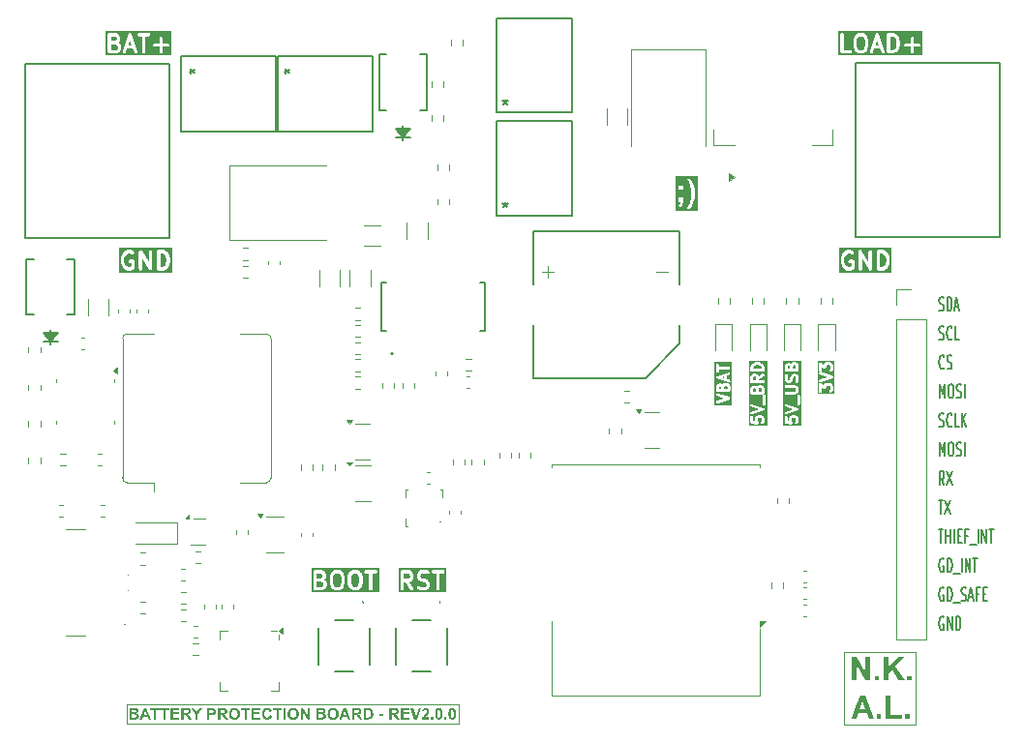
<source format=gbr>
G04 #@! TF.GenerationSoftware,KiCad,Pcbnew,9.0.3*
G04 #@! TF.CreationDate,2025-08-19T12:31:52-07:00*
G04 #@! TF.ProjectId,battery_protector,62617474-6572-4795-9f70-726f74656374,rev?*
G04 #@! TF.SameCoordinates,Original*
G04 #@! TF.FileFunction,Legend,Top*
G04 #@! TF.FilePolarity,Positive*
%FSLAX46Y46*%
G04 Gerber Fmt 4.6, Leading zero omitted, Abs format (unit mm)*
G04 Created by KiCad (PCBNEW 9.0.3) date 2025-08-19 12:31:52*
%MOMM*%
%LPD*%
G01*
G04 APERTURE LIST*
%ADD10C,0.100000*%
%ADD11C,0.175000*%
%ADD12C,0.200000*%
%ADD13C,0.250000*%
%ADD14C,0.300000*%
%ADD15C,0.400000*%
%ADD16C,0.150000*%
%ADD17C,0.120000*%
%ADD18C,0.152400*%
%ADD19C,0.120711*%
%ADD20C,0.127000*%
G04 APERTURE END LIST*
D10*
X149600000Y-121300000D02*
X155900000Y-121300000D01*
X155900000Y-127700000D01*
X149600000Y-127700000D01*
X149600000Y-121300000D01*
X86900000Y-125900000D02*
X115900000Y-125900000D01*
X115900000Y-127600000D01*
X86900000Y-127600000D01*
X86900000Y-125900000D01*
D11*
X157881797Y-110606042D02*
X158281797Y-110606042D01*
X158081797Y-111806042D02*
X158081797Y-110606042D01*
X158515130Y-111806042D02*
X158515130Y-110606042D01*
X158515130Y-111177471D02*
X158915130Y-111177471D01*
X158915130Y-111806042D02*
X158915130Y-110606042D01*
X159248463Y-111806042D02*
X159248463Y-110606042D01*
X159581796Y-111177471D02*
X159815130Y-111177471D01*
X159915130Y-111806042D02*
X159581796Y-111806042D01*
X159581796Y-111806042D02*
X159581796Y-110606042D01*
X159581796Y-110606042D02*
X159915130Y-110606042D01*
X160448463Y-111177471D02*
X160215129Y-111177471D01*
X160215129Y-111806042D02*
X160215129Y-110606042D01*
X160215129Y-110606042D02*
X160548463Y-110606042D01*
X160648463Y-111920328D02*
X161181796Y-111920328D01*
X161348462Y-111806042D02*
X161348462Y-110606042D01*
X161681795Y-111806042D02*
X161681795Y-110606042D01*
X161681795Y-110606042D02*
X162081795Y-111806042D01*
X162081795Y-111806042D02*
X162081795Y-110606042D01*
X162315128Y-110606042D02*
X162715128Y-110606042D01*
X162515128Y-111806042D02*
X162515128Y-110606042D01*
D12*
G36*
X87614064Y-126228609D02*
G01*
X87680033Y-126235626D01*
X87735764Y-126251072D01*
X87784569Y-126277025D01*
X87826424Y-126313273D01*
X87861383Y-126360861D01*
X87878360Y-126396828D01*
X87888643Y-126435715D01*
X87892158Y-126478220D01*
X87887909Y-126524126D01*
X87875335Y-126566996D01*
X87854239Y-126607608D01*
X87825959Y-126643581D01*
X87791905Y-126672856D01*
X87751413Y-126695901D01*
X87809326Y-126718744D01*
X87855612Y-126749151D01*
X87892096Y-126787126D01*
X87919261Y-126832202D01*
X87935668Y-126882245D01*
X87941311Y-126938618D01*
X87937829Y-126983623D01*
X87927343Y-127027916D01*
X87909560Y-127071974D01*
X87885447Y-127112785D01*
X87856597Y-127147082D01*
X87822793Y-127175533D01*
X87784495Y-127197473D01*
X87739682Y-127213480D01*
X87687177Y-127223161D01*
X87619320Y-127227051D01*
X87443300Y-127230000D01*
X87102459Y-127230000D01*
X87102459Y-127061960D01*
X87304692Y-127061960D01*
X87491844Y-127061960D01*
X87591384Y-127059906D01*
X87630512Y-127055793D01*
X87671720Y-127041401D01*
X87703907Y-127015554D01*
X87719248Y-126992703D01*
X87728862Y-126964619D01*
X87732301Y-126929886D01*
X87726605Y-126887149D01*
X87710441Y-126852889D01*
X87684223Y-126825893D01*
X87647243Y-126806788D01*
X87594003Y-126797035D01*
X87467969Y-126792316D01*
X87304692Y-126792316D01*
X87304692Y-127061960D01*
X87102459Y-127061960D01*
X87102459Y-126624277D01*
X87304692Y-126624277D01*
X87437194Y-126624277D01*
X87584106Y-126620858D01*
X87631606Y-126608379D01*
X87665683Y-126585198D01*
X87681959Y-126563818D01*
X87691914Y-126538249D01*
X87695420Y-126507285D01*
X87688709Y-126464531D01*
X87669774Y-126432180D01*
X87650906Y-126416036D01*
X87626045Y-126404231D01*
X87593632Y-126397131D01*
X87420830Y-126393712D01*
X87304692Y-126393712D01*
X87304692Y-126624277D01*
X87102459Y-126624277D01*
X87102459Y-126225673D01*
X87502773Y-126225673D01*
X87614064Y-126228609D01*
G37*
G36*
X89015064Y-127230000D02*
G01*
X88795062Y-127230000D01*
X88707623Y-127003342D01*
X88307370Y-127003342D01*
X88224694Y-127230000D01*
X88010188Y-127230000D01*
X88163479Y-126835303D01*
X88369530Y-126835303D01*
X88642777Y-126835303D01*
X88504780Y-126460146D01*
X88369530Y-126835303D01*
X88163479Y-126835303D01*
X88400244Y-126225673D01*
X88614078Y-126225673D01*
X89015064Y-127230000D01*
G37*
G36*
X89244042Y-127230000D02*
G01*
X89244042Y-126393712D01*
X88946859Y-126393712D01*
X88946859Y-126225673D01*
X89742725Y-126225673D01*
X89742725Y-126393712D01*
X89446214Y-126393712D01*
X89446214Y-127230000D01*
X89244042Y-127230000D01*
G37*
G36*
X90098892Y-127230000D02*
G01*
X90098892Y-126393712D01*
X89801709Y-126393712D01*
X89801709Y-126225673D01*
X90597575Y-126225673D01*
X90597575Y-126393712D01*
X90301064Y-126393712D01*
X90301064Y-127230000D01*
X90098892Y-127230000D01*
G37*
G36*
X90728306Y-127230000D02*
G01*
X90728306Y-126225673D01*
X91470865Y-126225673D01*
X91470865Y-126393712D01*
X90930478Y-126393712D01*
X90930478Y-126616461D01*
X91433251Y-126616461D01*
X91433251Y-126784501D01*
X90930478Y-126784501D01*
X90930478Y-127061960D01*
X91489977Y-127061960D01*
X91489977Y-127230000D01*
X90728306Y-127230000D01*
G37*
G36*
X92195824Y-126229501D02*
G01*
X92270941Y-126239276D01*
X92320830Y-126252784D01*
X92365906Y-126275411D01*
X92404496Y-126307234D01*
X92437334Y-126349260D01*
X92461402Y-126397109D01*
X92476028Y-126449599D01*
X92481053Y-126507834D01*
X92476624Y-126563744D01*
X92463908Y-126612826D01*
X92443332Y-126656254D01*
X92414741Y-126694924D01*
X92379554Y-126726900D01*
X92335879Y-126753246D01*
X92282220Y-126773810D01*
X92216660Y-126787920D01*
X92277846Y-126829120D01*
X92324921Y-126872001D01*
X92369545Y-126927770D01*
X92440081Y-127034605D01*
X92562325Y-127230000D01*
X92320525Y-127230000D01*
X92174345Y-127011769D01*
X92101332Y-126906484D01*
X92067794Y-126864734D01*
X92037454Y-126838630D01*
X92006978Y-126823152D01*
X91970127Y-126815230D01*
X91905190Y-126811856D01*
X91864218Y-126811856D01*
X91864218Y-127230000D01*
X91661985Y-127230000D01*
X91661985Y-126651632D01*
X91864218Y-126651632D01*
X92013817Y-126651632D01*
X92146027Y-126647425D01*
X92195533Y-126639176D01*
X92227957Y-126622054D01*
X92252198Y-126596189D01*
X92267297Y-126562912D01*
X92272714Y-126519924D01*
X92269462Y-126486666D01*
X92260334Y-126459468D01*
X92245725Y-126437065D01*
X92214083Y-126411782D01*
X92169583Y-126397192D01*
X92021999Y-126393712D01*
X91864218Y-126393712D01*
X91864218Y-126651632D01*
X91661985Y-126651632D01*
X91661985Y-126225673D01*
X92087578Y-126225673D01*
X92195824Y-126229501D01*
G37*
G36*
X92882711Y-127230000D02*
G01*
X92882711Y-126807276D01*
X92515858Y-126225673D01*
X92752957Y-126225673D01*
X92988590Y-126623789D01*
X93219521Y-126225673D01*
X93452468Y-126225673D01*
X93084211Y-126808681D01*
X93084211Y-127230000D01*
X92882711Y-127230000D01*
G37*
G36*
X94409290Y-126230581D02*
G01*
X94481097Y-126240755D01*
X94534987Y-126261514D01*
X94582730Y-126293884D01*
X94625261Y-126339063D01*
X94656614Y-126392310D01*
X94676311Y-126456553D01*
X94683330Y-126534518D01*
X94679259Y-126595429D01*
X94667830Y-126646722D01*
X94649869Y-126689979D01*
X94624942Y-126729805D01*
X94596623Y-126762537D01*
X94564811Y-126788958D01*
X94511861Y-126819250D01*
X94459909Y-126836524D01*
X94379379Y-126846746D01*
X94250165Y-126850935D01*
X94118335Y-126850935D01*
X94118335Y-127230000D01*
X93916163Y-127230000D01*
X93916163Y-126682896D01*
X94118335Y-126682896D01*
X94228977Y-126682896D01*
X94338666Y-126677802D01*
X94388834Y-126666898D01*
X94425004Y-126646222D01*
X94452032Y-126616889D01*
X94469067Y-126580514D01*
X94474930Y-126537632D01*
X94471152Y-126501770D01*
X94460383Y-126471582D01*
X94442812Y-126445858D01*
X94419545Y-126424799D01*
X94392693Y-126409825D01*
X94361540Y-126400673D01*
X94316283Y-126395938D01*
X94216032Y-126393712D01*
X94118335Y-126393712D01*
X94118335Y-126682896D01*
X93916163Y-126682896D01*
X93916163Y-126225673D01*
X94240640Y-126225673D01*
X94409290Y-126230581D01*
G37*
G36*
X95383682Y-126229501D02*
G01*
X95458798Y-126239276D01*
X95508688Y-126252784D01*
X95553763Y-126275411D01*
X95592354Y-126307234D01*
X95625191Y-126349260D01*
X95649260Y-126397109D01*
X95663886Y-126449599D01*
X95668911Y-126507834D01*
X95664482Y-126563744D01*
X95651765Y-126612826D01*
X95631189Y-126656254D01*
X95602599Y-126694924D01*
X95567411Y-126726900D01*
X95523737Y-126753246D01*
X95470078Y-126773810D01*
X95404518Y-126787920D01*
X95465703Y-126829120D01*
X95512779Y-126872001D01*
X95557403Y-126927770D01*
X95627939Y-127034605D01*
X95750183Y-127230000D01*
X95508382Y-127230000D01*
X95362203Y-127011769D01*
X95289190Y-126906484D01*
X95255652Y-126864734D01*
X95225311Y-126838630D01*
X95194836Y-126823152D01*
X95157985Y-126815230D01*
X95093047Y-126811856D01*
X95052076Y-126811856D01*
X95052076Y-127230000D01*
X94849842Y-127230000D01*
X94849842Y-126651632D01*
X95052076Y-126651632D01*
X95201674Y-126651632D01*
X95333885Y-126647425D01*
X95383391Y-126639176D01*
X95415815Y-126622054D01*
X95440055Y-126596189D01*
X95455154Y-126562912D01*
X95460572Y-126519924D01*
X95457320Y-126486666D01*
X95448192Y-126459468D01*
X95433583Y-126437065D01*
X95401941Y-126411782D01*
X95357440Y-126397192D01*
X95209856Y-126393712D01*
X95052076Y-126393712D01*
X95052076Y-126651632D01*
X94849842Y-126651632D01*
X94849842Y-126225673D01*
X95275436Y-126225673D01*
X95383682Y-126229501D01*
G37*
G36*
X96391190Y-126216038D02*
G01*
X96469445Y-126233249D01*
X96539027Y-126260941D01*
X96601199Y-126298984D01*
X96656873Y-126347855D01*
X96703024Y-126404785D01*
X96739593Y-126470160D01*
X96766661Y-126545223D01*
X96783730Y-126631580D01*
X96789741Y-126731133D01*
X96783786Y-126829835D01*
X96766867Y-126915570D01*
X96740019Y-126990201D01*
X96703728Y-127055302D01*
X96657911Y-127112091D01*
X96602654Y-127160814D01*
X96540863Y-127198750D01*
X96471619Y-127226375D01*
X96393652Y-127243552D01*
X96305408Y-127249539D01*
X96215915Y-127243547D01*
X96137104Y-127226385D01*
X96067368Y-127198844D01*
X96005393Y-127161111D01*
X95950218Y-127112763D01*
X95904292Y-127056176D01*
X95867987Y-126991541D01*
X95841180Y-126917686D01*
X95824315Y-126833092D01*
X95818387Y-126735957D01*
X95818767Y-126729118D01*
X96026727Y-126729118D01*
X96032467Y-126815777D01*
X96048325Y-126886154D01*
X96072808Y-126943151D01*
X96105251Y-126989115D01*
X96147505Y-127028059D01*
X96194135Y-127055349D01*
X96246079Y-127071890D01*
X96304736Y-127077592D01*
X96363439Y-127071910D01*
X96415207Y-127055459D01*
X96461469Y-127028373D01*
X96503183Y-126989787D01*
X96535014Y-126944278D01*
X96559209Y-126887028D01*
X96574987Y-126815450D01*
X96580730Y-126726371D01*
X96575106Y-126638166D01*
X96559696Y-126567668D01*
X96536142Y-126511634D01*
X96505259Y-126467412D01*
X96464718Y-126430253D01*
X96418608Y-126403866D01*
X96365820Y-126387646D01*
X96304736Y-126381988D01*
X96243759Y-126387686D01*
X96190820Y-126404055D01*
X96144339Y-126430756D01*
X96103236Y-126468450D01*
X96071875Y-126513231D01*
X96048001Y-126569763D01*
X96032409Y-126640658D01*
X96026727Y-126729118D01*
X95818767Y-126729118D01*
X95824034Y-126634196D01*
X95839770Y-126549124D01*
X95864183Y-126478159D01*
X95904488Y-126405381D01*
X95957362Y-126340345D01*
X95998822Y-126302503D01*
X96041906Y-126272533D01*
X96086871Y-126249792D01*
X96150409Y-126228232D01*
X96221939Y-126214750D01*
X96302721Y-126210041D01*
X96391190Y-126216038D01*
G37*
G36*
X97173142Y-127230000D02*
G01*
X97173142Y-126393712D01*
X96875959Y-126393712D01*
X96875959Y-126225673D01*
X97671824Y-126225673D01*
X97671824Y-126393712D01*
X97375314Y-126393712D01*
X97375314Y-127230000D01*
X97173142Y-127230000D01*
G37*
G36*
X97802555Y-127230000D02*
G01*
X97802555Y-126225673D01*
X98545115Y-126225673D01*
X98545115Y-126393712D01*
X98004727Y-126393712D01*
X98004727Y-126616461D01*
X98507501Y-126616461D01*
X98507501Y-126784501D01*
X98004727Y-126784501D01*
X98004727Y-127061960D01*
X98564227Y-127061960D01*
X98564227Y-127230000D01*
X97802555Y-127230000D01*
G37*
G36*
X99376334Y-126858750D02*
G01*
X99572400Y-126921277D01*
X99544425Y-127002292D01*
X99509873Y-127068710D01*
X99469220Y-127122657D01*
X99422435Y-127165764D01*
X99368372Y-127199752D01*
X99306916Y-127224624D01*
X99236783Y-127240179D01*
X99156393Y-127245631D01*
X99077489Y-127239888D01*
X99006365Y-127223246D01*
X98941766Y-127196144D01*
X98882689Y-127158425D01*
X98828436Y-127109344D01*
X98783709Y-127053093D01*
X98748335Y-126988995D01*
X98722217Y-126915914D01*
X98705794Y-126832389D01*
X98700026Y-126736690D01*
X98705931Y-126634866D01*
X98722649Y-126546957D01*
X98749055Y-126470979D01*
X98784554Y-126405240D01*
X98829108Y-126348405D01*
X98883536Y-126298960D01*
X98943731Y-126260728D01*
X99010502Y-126233072D01*
X99085003Y-126215975D01*
X99168667Y-126210041D01*
X99259385Y-126217357D01*
X99338060Y-126238265D01*
X99406799Y-126271958D01*
X99467192Y-126318668D01*
X99507177Y-126365165D01*
X99541508Y-126425696D01*
X99569652Y-126503133D01*
X99369495Y-126550027D01*
X99352926Y-126500823D01*
X99328278Y-126460316D01*
X99295368Y-126427112D01*
X99255718Y-126402332D01*
X99210549Y-126387233D01*
X99158408Y-126381988D01*
X99104274Y-126387215D01*
X99056952Y-126402292D01*
X99015058Y-126427024D01*
X98977669Y-126462161D01*
X98949901Y-126503408D01*
X98928223Y-126558057D01*
X98913738Y-126629465D01*
X98908365Y-126721669D01*
X98913779Y-126820171D01*
X98928250Y-126895205D01*
X98949652Y-126951468D01*
X98976692Y-126992901D01*
X99013637Y-127028414D01*
X99054883Y-127053315D01*
X99101322Y-127068448D01*
X99154317Y-127073684D01*
X99206074Y-127067799D01*
X99251814Y-127050621D01*
X99292986Y-127021844D01*
X99326064Y-126983661D01*
X99354119Y-126930581D01*
X99376334Y-126858750D01*
G37*
G36*
X99971188Y-127230000D02*
G01*
X99971188Y-126393712D01*
X99674005Y-126393712D01*
X99674005Y-126225673D01*
X100469870Y-126225673D01*
X100469870Y-126393712D01*
X100173360Y-126393712D01*
X100173360Y-127230000D01*
X99971188Y-127230000D01*
G37*
G36*
X100594434Y-127230000D02*
G01*
X100594434Y-126225673D01*
X100796667Y-126225673D01*
X100796667Y-127230000D01*
X100594434Y-127230000D01*
G37*
G36*
X101521267Y-126216038D02*
G01*
X101599521Y-126233249D01*
X101669104Y-126260941D01*
X101731276Y-126298984D01*
X101786950Y-126347855D01*
X101833101Y-126404785D01*
X101869669Y-126470160D01*
X101896738Y-126545223D01*
X101913807Y-126631580D01*
X101919818Y-126731133D01*
X101913863Y-126829835D01*
X101896943Y-126915570D01*
X101870095Y-126990201D01*
X101833805Y-127055302D01*
X101787988Y-127112091D01*
X101732730Y-127160814D01*
X101670940Y-127198750D01*
X101601696Y-127226375D01*
X101523729Y-127243552D01*
X101435484Y-127249539D01*
X101345992Y-127243547D01*
X101267180Y-127226385D01*
X101197445Y-127198844D01*
X101135470Y-127161111D01*
X101080294Y-127112763D01*
X101034369Y-127056176D01*
X100998064Y-126991541D01*
X100971257Y-126917686D01*
X100954392Y-126833092D01*
X100948464Y-126735957D01*
X100948843Y-126729118D01*
X101156803Y-126729118D01*
X101162544Y-126815777D01*
X101178401Y-126886154D01*
X101202885Y-126943151D01*
X101235327Y-126989115D01*
X101277582Y-127028059D01*
X101324212Y-127055349D01*
X101376156Y-127071890D01*
X101434813Y-127077592D01*
X101493516Y-127071910D01*
X101545284Y-127055459D01*
X101591546Y-127028373D01*
X101633260Y-126989787D01*
X101665091Y-126944278D01*
X101689286Y-126887028D01*
X101705064Y-126815450D01*
X101710807Y-126726371D01*
X101705183Y-126638166D01*
X101689772Y-126567668D01*
X101666218Y-126511634D01*
X101635336Y-126467412D01*
X101594795Y-126430253D01*
X101548685Y-126403866D01*
X101495896Y-126387646D01*
X101434813Y-126381988D01*
X101373836Y-126387686D01*
X101320896Y-126404055D01*
X101274415Y-126430756D01*
X101233312Y-126468450D01*
X101201951Y-126513231D01*
X101178078Y-126569763D01*
X101162486Y-126640658D01*
X101156803Y-126729118D01*
X100948843Y-126729118D01*
X100954110Y-126634196D01*
X100969847Y-126549124D01*
X100994260Y-126478159D01*
X101034565Y-126405381D01*
X101087438Y-126340345D01*
X101128899Y-126302503D01*
X101171983Y-126272533D01*
X101216948Y-126249792D01*
X101280486Y-126228232D01*
X101352016Y-126214750D01*
X101432798Y-126210041D01*
X101521267Y-126216038D01*
G37*
G36*
X102079858Y-127230000D02*
G01*
X102079858Y-126225673D01*
X102276596Y-126225673D01*
X102686435Y-126898012D01*
X102686435Y-126225673D01*
X102874319Y-126225673D01*
X102874319Y-127230000D01*
X102671414Y-127230000D01*
X102267681Y-126567674D01*
X102267681Y-127230000D01*
X102079858Y-127230000D01*
G37*
G36*
X103989082Y-126228609D02*
G01*
X104055050Y-126235626D01*
X104110782Y-126251072D01*
X104159586Y-126277025D01*
X104201441Y-126313273D01*
X104236400Y-126360861D01*
X104253377Y-126396828D01*
X104263660Y-126435715D01*
X104267175Y-126478220D01*
X104262927Y-126524126D01*
X104250352Y-126566996D01*
X104229256Y-126607608D01*
X104200977Y-126643581D01*
X104166923Y-126672856D01*
X104126430Y-126695901D01*
X104184343Y-126718744D01*
X104230629Y-126749151D01*
X104267114Y-126787126D01*
X104294279Y-126832202D01*
X104310685Y-126882245D01*
X104316329Y-126938618D01*
X104312846Y-126983623D01*
X104302360Y-127027916D01*
X104284577Y-127071974D01*
X104260464Y-127112785D01*
X104231615Y-127147082D01*
X104197810Y-127175533D01*
X104159513Y-127197473D01*
X104114700Y-127213480D01*
X104062194Y-127223161D01*
X103994338Y-127227051D01*
X103818318Y-127230000D01*
X103477477Y-127230000D01*
X103477477Y-127061960D01*
X103679710Y-127061960D01*
X103866861Y-127061960D01*
X103966401Y-127059906D01*
X104005530Y-127055793D01*
X104046737Y-127041401D01*
X104078925Y-127015554D01*
X104094265Y-126992703D01*
X104103879Y-126964619D01*
X104107318Y-126929886D01*
X104101622Y-126887149D01*
X104085458Y-126852889D01*
X104059240Y-126825893D01*
X104022260Y-126806788D01*
X103969021Y-126797035D01*
X103842986Y-126792316D01*
X103679710Y-126792316D01*
X103679710Y-127061960D01*
X103477477Y-127061960D01*
X103477477Y-126624277D01*
X103679710Y-126624277D01*
X103812212Y-126624277D01*
X103959124Y-126620858D01*
X104006623Y-126608379D01*
X104040701Y-126585198D01*
X104056977Y-126563818D01*
X104066932Y-126538249D01*
X104070437Y-126507285D01*
X104063726Y-126464531D01*
X104044792Y-126432180D01*
X104025924Y-126416036D01*
X104001063Y-126404231D01*
X103968649Y-126397131D01*
X103795847Y-126393712D01*
X103679710Y-126393712D01*
X103679710Y-126624277D01*
X103477477Y-126624277D01*
X103477477Y-126225673D01*
X103877791Y-126225673D01*
X103989082Y-126228609D01*
G37*
G36*
X105018825Y-126216038D02*
G01*
X105097079Y-126233249D01*
X105166662Y-126260941D01*
X105228833Y-126298984D01*
X105284508Y-126347855D01*
X105330658Y-126404785D01*
X105367227Y-126470160D01*
X105394295Y-126545223D01*
X105411364Y-126631580D01*
X105417376Y-126731133D01*
X105411420Y-126829835D01*
X105394501Y-126915570D01*
X105367653Y-126990201D01*
X105331363Y-127055302D01*
X105285546Y-127112091D01*
X105230288Y-127160814D01*
X105168497Y-127198750D01*
X105099253Y-127226375D01*
X105021287Y-127243552D01*
X104933042Y-127249539D01*
X104843549Y-127243547D01*
X104764738Y-127226385D01*
X104695003Y-127198844D01*
X104633027Y-127161111D01*
X104577852Y-127112763D01*
X104531926Y-127056176D01*
X104495621Y-126991541D01*
X104468814Y-126917686D01*
X104451950Y-126833092D01*
X104446022Y-126735957D01*
X104446401Y-126729118D01*
X104654361Y-126729118D01*
X104660102Y-126815777D01*
X104675959Y-126886154D01*
X104700442Y-126943151D01*
X104732885Y-126989115D01*
X104775140Y-127028059D01*
X104821770Y-127055349D01*
X104873714Y-127071890D01*
X104932370Y-127077592D01*
X104991073Y-127071910D01*
X105042841Y-127055459D01*
X105089104Y-127028373D01*
X105130818Y-126989787D01*
X105162648Y-126944278D01*
X105186844Y-126887028D01*
X105202622Y-126815450D01*
X105208365Y-126726371D01*
X105202740Y-126638166D01*
X105187330Y-126567668D01*
X105163776Y-126511634D01*
X105132894Y-126467412D01*
X105092352Y-126430253D01*
X105046242Y-126403866D01*
X104993454Y-126387646D01*
X104932370Y-126381988D01*
X104871393Y-126387686D01*
X104818454Y-126404055D01*
X104771973Y-126430756D01*
X104730870Y-126468450D01*
X104699509Y-126513231D01*
X104675635Y-126569763D01*
X104660044Y-126640658D01*
X104654361Y-126729118D01*
X104446401Y-126729118D01*
X104451668Y-126634196D01*
X104467405Y-126549124D01*
X104491817Y-126478159D01*
X104532123Y-126405381D01*
X104584996Y-126340345D01*
X104626456Y-126302503D01*
X104669541Y-126272533D01*
X104714506Y-126249792D01*
X104778043Y-126228232D01*
X104849574Y-126214750D01*
X104930355Y-126210041D01*
X105018825Y-126216038D01*
G37*
G36*
X106478428Y-127230000D02*
G01*
X106258426Y-127230000D01*
X106170987Y-127003342D01*
X105770734Y-127003342D01*
X105688058Y-127230000D01*
X105473551Y-127230000D01*
X105626842Y-126835303D01*
X105832894Y-126835303D01*
X106106140Y-126835303D01*
X105968143Y-126460146D01*
X105832894Y-126835303D01*
X105626842Y-126835303D01*
X105863607Y-126225673D01*
X106077442Y-126225673D01*
X106478428Y-127230000D01*
G37*
G36*
X107120039Y-126229501D02*
G01*
X107195156Y-126239276D01*
X107245045Y-126252784D01*
X107290121Y-126275411D01*
X107328711Y-126307234D01*
X107361549Y-126349260D01*
X107385617Y-126397109D01*
X107400243Y-126449599D01*
X107405268Y-126507834D01*
X107400839Y-126563744D01*
X107388123Y-126612826D01*
X107367547Y-126656254D01*
X107338956Y-126694924D01*
X107303769Y-126726900D01*
X107260094Y-126753246D01*
X107206435Y-126773810D01*
X107140875Y-126787920D01*
X107202061Y-126829120D01*
X107249136Y-126872001D01*
X107293760Y-126927770D01*
X107364296Y-127034605D01*
X107486540Y-127230000D01*
X107244740Y-127230000D01*
X107098560Y-127011769D01*
X107025547Y-126906484D01*
X106992009Y-126864734D01*
X106961669Y-126838630D01*
X106931193Y-126823152D01*
X106894342Y-126815230D01*
X106829405Y-126811856D01*
X106788433Y-126811856D01*
X106788433Y-127230000D01*
X106586200Y-127230000D01*
X106586200Y-126651632D01*
X106788433Y-126651632D01*
X106938032Y-126651632D01*
X107070242Y-126647425D01*
X107119748Y-126639176D01*
X107152172Y-126622054D01*
X107176413Y-126596189D01*
X107191512Y-126562912D01*
X107196929Y-126519924D01*
X107193677Y-126486666D01*
X107184549Y-126459468D01*
X107169940Y-126437065D01*
X107138298Y-126411782D01*
X107093797Y-126397192D01*
X106946214Y-126393712D01*
X106788433Y-126393712D01*
X106788433Y-126651632D01*
X106586200Y-126651632D01*
X106586200Y-126225673D01*
X107011793Y-126225673D01*
X107120039Y-126229501D01*
G37*
G36*
X108082121Y-126231249D02*
G01*
X108155155Y-126244846D01*
X108211295Y-126266772D01*
X108261374Y-126297461D01*
X108306158Y-126337353D01*
X108344151Y-126384157D01*
X108376033Y-126438101D01*
X108401779Y-126500080D01*
X108419162Y-126565058D01*
X108430486Y-126643424D01*
X108434569Y-126737423D01*
X108430824Y-126819848D01*
X108420293Y-126890596D01*
X108403855Y-126951196D01*
X108374203Y-127021616D01*
X108338381Y-127080228D01*
X108296571Y-127128578D01*
X108259127Y-127159172D01*
X108212303Y-127185995D01*
X108154483Y-127208750D01*
X108081775Y-127224009D01*
X107975514Y-127230000D01*
X107595045Y-127230000D01*
X107595045Y-127061960D01*
X107797217Y-127061960D01*
X107948220Y-127061960D01*
X108027029Y-127059050D01*
X108070464Y-127052313D01*
X108116220Y-127035246D01*
X108152102Y-127010364D01*
X108170871Y-126988644D01*
X108188638Y-126957080D01*
X108205041Y-126912972D01*
X108219727Y-126838955D01*
X108225558Y-126728203D01*
X108219626Y-126618099D01*
X108205041Y-126548562D01*
X108179514Y-126491211D01*
X108147644Y-126450865D01*
X108106577Y-126421821D01*
X108054099Y-126403360D01*
X108001650Y-126396778D01*
X107888075Y-126393712D01*
X107797217Y-126393712D01*
X107797217Y-127061960D01*
X107595045Y-127061960D01*
X107595045Y-126225673D01*
X107964584Y-126225673D01*
X108082121Y-126231249D01*
G37*
G36*
X108971536Y-126964263D02*
G01*
X108971536Y-126772777D01*
X109348586Y-126772777D01*
X109348586Y-126964263D01*
X108971536Y-126964263D01*
G37*
G36*
X110384101Y-126229501D02*
G01*
X110459217Y-126239276D01*
X110509106Y-126252784D01*
X110554182Y-126275411D01*
X110592772Y-126307234D01*
X110625610Y-126349260D01*
X110649679Y-126397109D01*
X110664305Y-126449599D01*
X110669330Y-126507834D01*
X110664901Y-126563744D01*
X110652184Y-126612826D01*
X110631608Y-126656254D01*
X110603018Y-126694924D01*
X110567830Y-126726900D01*
X110524156Y-126753246D01*
X110470497Y-126773810D01*
X110404937Y-126787920D01*
X110466122Y-126829120D01*
X110513197Y-126872001D01*
X110557821Y-126927770D01*
X110628358Y-127034605D01*
X110750601Y-127230000D01*
X110508801Y-127230000D01*
X110362622Y-127011769D01*
X110289608Y-126906484D01*
X110256071Y-126864734D01*
X110225730Y-126838630D01*
X110195254Y-126823152D01*
X110158403Y-126815230D01*
X110093466Y-126811856D01*
X110052494Y-126811856D01*
X110052494Y-127230000D01*
X109850261Y-127230000D01*
X109850261Y-126651632D01*
X110052494Y-126651632D01*
X110202093Y-126651632D01*
X110334304Y-126647425D01*
X110383810Y-126639176D01*
X110416233Y-126622054D01*
X110440474Y-126596189D01*
X110455573Y-126562912D01*
X110460990Y-126519924D01*
X110457739Y-126486666D01*
X110448610Y-126459468D01*
X110434002Y-126437065D01*
X110402359Y-126411782D01*
X110357859Y-126397192D01*
X110210275Y-126393712D01*
X110052494Y-126393712D01*
X110052494Y-126651632D01*
X109850261Y-126651632D01*
X109850261Y-126225673D01*
X110275854Y-126225673D01*
X110384101Y-126229501D01*
G37*
G36*
X110859778Y-127230000D02*
G01*
X110859778Y-126225673D01*
X111602337Y-126225673D01*
X111602337Y-126393712D01*
X111061950Y-126393712D01*
X111061950Y-126616461D01*
X111564724Y-126616461D01*
X111564724Y-126784501D01*
X111061950Y-126784501D01*
X111061950Y-127061960D01*
X111621449Y-127061960D01*
X111621449Y-127230000D01*
X110859778Y-127230000D01*
G37*
G36*
X112048264Y-127230000D02*
G01*
X111690326Y-126225673D01*
X111909595Y-126225673D01*
X112163058Y-126968171D01*
X112408278Y-126225673D01*
X112622784Y-126225673D01*
X112264113Y-127230000D01*
X112048264Y-127230000D01*
G37*
G36*
X113331699Y-127050237D02*
G01*
X113331699Y-127230000D01*
X112658871Y-127230000D01*
X112670935Y-127164273D01*
X112692657Y-127100789D01*
X112724450Y-127038941D01*
X112765440Y-126981194D01*
X112834345Y-126903102D01*
X112940300Y-126799460D01*
X113056132Y-126686661D01*
X113099424Y-126635940D01*
X113122112Y-126595058D01*
X113134926Y-126556266D01*
X113139052Y-126518764D01*
X113134796Y-126477427D01*
X113123070Y-126445319D01*
X113104553Y-126420334D01*
X113079565Y-126401704D01*
X113048387Y-126390069D01*
X113009237Y-126385896D01*
X112970693Y-126390208D01*
X112939357Y-126402366D01*
X112913616Y-126422105D01*
X112894740Y-126448601D01*
X112880623Y-126487285D01*
X112872644Y-126542212D01*
X112681402Y-126523100D01*
X112695927Y-126443903D01*
X112719228Y-126381419D01*
X112750185Y-126332533D01*
X112788625Y-126294916D01*
X112835206Y-126265306D01*
X112887593Y-126243757D01*
X112946794Y-126230351D01*
X113014061Y-126225673D01*
X113087929Y-126231230D01*
X113150095Y-126246875D01*
X113202595Y-126271638D01*
X113247008Y-126305357D01*
X113284274Y-126347901D01*
X113310419Y-126394455D01*
X113326254Y-126445897D01*
X113331699Y-126503499D01*
X113325598Y-126569506D01*
X113307458Y-126631849D01*
X113277408Y-126692070D01*
X113230582Y-126759466D01*
X113187662Y-126807424D01*
X113104919Y-126886838D01*
X112989820Y-126997114D01*
X112950558Y-127050237D01*
X113331699Y-127050237D01*
G37*
G36*
X113502119Y-127230000D02*
G01*
X113502119Y-127038513D01*
X113694033Y-127038513D01*
X113694033Y-127230000D01*
X113502119Y-127230000D01*
G37*
G36*
X114245261Y-126232592D02*
G01*
X114305490Y-126252328D01*
X114357238Y-126284386D01*
X114401910Y-126329659D01*
X114433362Y-126378180D01*
X114459913Y-126440242D01*
X114480749Y-126518649D01*
X114494558Y-126616670D01*
X114499607Y-126737972D01*
X114494547Y-126858779D01*
X114480690Y-126956713D01*
X114459742Y-127035342D01*
X114432992Y-127097847D01*
X114401238Y-127146957D01*
X114356972Y-127191529D01*
X114305490Y-127223164D01*
X114245359Y-127242684D01*
X114174398Y-127249539D01*
X114103782Y-127242280D01*
X114042123Y-127221295D01*
X113987499Y-127186676D01*
X113938703Y-127137065D01*
X113910555Y-127093100D01*
X113886356Y-127034643D01*
X113867041Y-126958318D01*
X113854052Y-126860203D01*
X113849329Y-126737972D01*
X114050078Y-126737972D01*
X114055626Y-126900266D01*
X114067847Y-126979834D01*
X114082460Y-127022997D01*
X114097509Y-127050830D01*
X114112604Y-127067517D01*
X114141534Y-127083862D01*
X114174398Y-127089316D01*
X114207337Y-127083786D01*
X114236557Y-127067151D01*
X114259355Y-127038913D01*
X114278995Y-126987650D01*
X114292740Y-126901199D01*
X114298778Y-126737972D01*
X114293229Y-126575632D01*
X114281010Y-126496111D01*
X114258906Y-126437287D01*
X114236252Y-126408061D01*
X114207288Y-126391435D01*
X114174398Y-126385896D01*
X114141501Y-126391421D01*
X114112238Y-126408061D01*
X114089488Y-126436292D01*
X114069862Y-126487562D01*
X114056106Y-126574611D01*
X114050078Y-126737972D01*
X113849329Y-126737972D01*
X113849249Y-126735896D01*
X113854300Y-126615732D01*
X113868139Y-126518210D01*
X113889075Y-126439807D01*
X113915831Y-126377386D01*
X113947618Y-126328255D01*
X113991884Y-126283680D01*
X114043357Y-126252045D01*
X114103469Y-126232526D01*
X114174398Y-126225673D01*
X114245261Y-126232592D01*
G37*
G36*
X114668623Y-127230000D02*
G01*
X114668623Y-127038513D01*
X114860537Y-127038513D01*
X114860537Y-127230000D01*
X114668623Y-127230000D01*
G37*
G36*
X115411765Y-126232592D02*
G01*
X115471994Y-126252328D01*
X115523742Y-126284386D01*
X115568414Y-126329659D01*
X115599866Y-126378180D01*
X115626417Y-126440242D01*
X115647253Y-126518649D01*
X115661062Y-126616670D01*
X115666111Y-126737972D01*
X115661051Y-126858779D01*
X115647194Y-126956713D01*
X115626246Y-127035342D01*
X115599495Y-127097847D01*
X115567742Y-127146957D01*
X115523476Y-127191529D01*
X115471994Y-127223164D01*
X115411862Y-127242684D01*
X115340901Y-127249539D01*
X115270286Y-127242280D01*
X115208627Y-127221295D01*
X115154003Y-127186676D01*
X115105207Y-127137065D01*
X115077059Y-127093100D01*
X115052860Y-127034643D01*
X115033545Y-126958318D01*
X115020556Y-126860203D01*
X115015833Y-126737972D01*
X115216582Y-126737972D01*
X115222130Y-126900266D01*
X115234351Y-126979834D01*
X115248964Y-127022997D01*
X115264012Y-127050830D01*
X115279108Y-127067517D01*
X115308038Y-127083862D01*
X115340901Y-127089316D01*
X115373841Y-127083786D01*
X115403061Y-127067151D01*
X115425859Y-127038913D01*
X115445498Y-126987650D01*
X115459244Y-126901199D01*
X115465282Y-126737972D01*
X115459732Y-126575632D01*
X115447513Y-126496111D01*
X115425410Y-126437287D01*
X115402756Y-126408061D01*
X115373791Y-126391435D01*
X115340901Y-126385896D01*
X115308004Y-126391421D01*
X115278742Y-126408061D01*
X115255992Y-126436292D01*
X115236366Y-126487562D01*
X115222609Y-126574611D01*
X115216582Y-126737972D01*
X115015833Y-126737972D01*
X115015753Y-126735896D01*
X115020803Y-126615732D01*
X115034643Y-126518210D01*
X115055579Y-126439807D01*
X115082335Y-126377386D01*
X115114122Y-126328255D01*
X115158388Y-126283680D01*
X115209861Y-126252045D01*
X115269973Y-126232526D01*
X115340901Y-126225673D01*
X115411765Y-126232592D01*
G37*
D13*
G36*
X144853926Y-96285813D02*
G01*
X144872858Y-96304746D01*
X144898209Y-96355447D01*
X144898209Y-96534272D01*
X144672019Y-96534272D01*
X144672019Y-96355447D01*
X144697369Y-96304745D01*
X144716302Y-96285813D01*
X144767004Y-96260463D01*
X144803225Y-96260463D01*
X144853926Y-96285813D01*
G37*
G36*
X145377736Y-96238195D02*
G01*
X145396668Y-96257127D01*
X145422019Y-96307828D01*
X145422019Y-96534272D01*
X145148209Y-96534272D01*
X145148209Y-96346222D01*
X145180081Y-96250604D01*
X145192492Y-96238194D01*
X145243194Y-96212844D01*
X145327034Y-96212844D01*
X145377736Y-96238195D01*
G37*
G36*
X145892257Y-101527736D02*
G01*
X144297019Y-101527736D01*
X144297019Y-100754511D01*
X144422019Y-100754511D01*
X144422019Y-101230701D01*
X144422907Y-101239721D01*
X144422603Y-101242767D01*
X144423500Y-101245741D01*
X144424421Y-101255087D01*
X144431413Y-101271968D01*
X144436691Y-101289461D01*
X144440676Y-101294332D01*
X144443085Y-101300147D01*
X144456005Y-101313067D01*
X144467576Y-101327209D01*
X144473122Y-101330184D01*
X144477573Y-101334635D01*
X144494455Y-101341627D01*
X144510555Y-101350264D01*
X144519762Y-101352110D01*
X144522633Y-101353299D01*
X144525693Y-101353299D01*
X144534581Y-101355081D01*
X145010771Y-101402700D01*
X145035275Y-101402736D01*
X145041301Y-101400918D01*
X145047595Y-101400918D01*
X145064473Y-101393926D01*
X145081969Y-101388648D01*
X145086842Y-101384660D01*
X145092655Y-101382253D01*
X145105570Y-101369337D01*
X145119717Y-101357763D01*
X145122693Y-101352214D01*
X145127142Y-101347766D01*
X145134132Y-101330888D01*
X145142772Y-101314784D01*
X145143398Y-101308520D01*
X145145807Y-101302706D01*
X145145807Y-101284434D01*
X145147625Y-101266254D01*
X145145807Y-101260228D01*
X145145807Y-101253933D01*
X145138814Y-101237052D01*
X145133537Y-101219560D01*
X145129550Y-101214687D01*
X145127142Y-101208873D01*
X145111597Y-101189931D01*
X145078321Y-101156656D01*
X145052971Y-101105955D01*
X145052971Y-100926876D01*
X145078321Y-100876174D01*
X145097254Y-100857242D01*
X145147956Y-100831892D01*
X145327034Y-100831892D01*
X145377736Y-100857243D01*
X145396668Y-100876175D01*
X145422019Y-100926876D01*
X145422019Y-101105954D01*
X145396668Y-101156655D01*
X145363393Y-101189931D01*
X145347847Y-101208873D01*
X145329182Y-101253932D01*
X145329182Y-101302705D01*
X145347846Y-101347765D01*
X145382333Y-101382253D01*
X145427392Y-101400918D01*
X145476165Y-101400918D01*
X145521225Y-101382254D01*
X145540167Y-101366709D01*
X145587787Y-101319090D01*
X145595656Y-101309501D01*
X145598149Y-101307340D01*
X145600512Y-101303585D01*
X145603333Y-101300149D01*
X145604597Y-101297095D01*
X145611203Y-101286603D01*
X145658822Y-101191365D01*
X145667580Y-101168479D01*
X145667898Y-101163998D01*
X145669617Y-101159849D01*
X145672019Y-101135463D01*
X145672019Y-100897368D01*
X145669617Y-100872982D01*
X145667898Y-100868832D01*
X145667580Y-100864352D01*
X145658822Y-100841466D01*
X145611203Y-100746228D01*
X145604597Y-100735735D01*
X145603333Y-100732682D01*
X145600512Y-100729245D01*
X145598149Y-100725491D01*
X145595656Y-100723329D01*
X145587787Y-100713741D01*
X145540167Y-100666122D01*
X145530582Y-100658256D01*
X145528419Y-100655762D01*
X145524658Y-100653394D01*
X145521225Y-100650577D01*
X145518177Y-100649314D01*
X145507681Y-100642707D01*
X145412444Y-100595089D01*
X145389558Y-100586331D01*
X145385076Y-100586012D01*
X145380928Y-100584294D01*
X145356542Y-100581892D01*
X145118447Y-100581892D01*
X145094061Y-100584294D01*
X145089911Y-100586012D01*
X145085431Y-100586331D01*
X145062545Y-100595089D01*
X144967307Y-100642708D01*
X144956812Y-100649314D01*
X144953762Y-100650578D01*
X144950327Y-100653396D01*
X144946570Y-100655762D01*
X144944408Y-100658253D01*
X144934820Y-100666123D01*
X144887202Y-100713742D01*
X144879335Y-100723327D01*
X144876841Y-100725491D01*
X144874472Y-100729252D01*
X144871657Y-100732684D01*
X144870395Y-100735730D01*
X144863786Y-100746229D01*
X144816168Y-100841466D01*
X144807410Y-100864352D01*
X144807091Y-100868833D01*
X144805373Y-100872982D01*
X144802971Y-100897368D01*
X144802971Y-101130672D01*
X144672019Y-101117577D01*
X144672019Y-100754511D01*
X144669617Y-100730125D01*
X144650953Y-100685065D01*
X144616465Y-100650577D01*
X144571405Y-100631913D01*
X144522633Y-100631913D01*
X144477573Y-100650577D01*
X144443085Y-100685065D01*
X144424421Y-100730125D01*
X144422019Y-100754511D01*
X144297019Y-100754511D01*
X144297019Y-99738877D01*
X144423001Y-99738877D01*
X144426458Y-99787526D01*
X144448270Y-99831151D01*
X144485116Y-99863106D01*
X144507491Y-99873096D01*
X145151735Y-100087844D01*
X144507491Y-100302592D01*
X144485116Y-100312582D01*
X144448270Y-100344537D01*
X144426458Y-100388162D01*
X144423001Y-100436811D01*
X144438424Y-100483080D01*
X144470379Y-100519926D01*
X144514004Y-100541738D01*
X144562653Y-100545195D01*
X144586547Y-100539762D01*
X145586547Y-100206430D01*
X145608922Y-100196439D01*
X145615669Y-100190587D01*
X145623658Y-100186593D01*
X145633924Y-100174755D01*
X145645768Y-100164484D01*
X145649763Y-100156492D01*
X145655614Y-100149747D01*
X145660569Y-100134882D01*
X145667580Y-100120860D01*
X145668213Y-100111949D01*
X145671037Y-100103478D01*
X145669926Y-100087844D01*
X145671037Y-100072210D01*
X145668213Y-100063738D01*
X145667580Y-100054828D01*
X145660569Y-100040806D01*
X145655614Y-100025941D01*
X145649763Y-100019195D01*
X145645768Y-100011204D01*
X145633924Y-100000932D01*
X145623658Y-99989095D01*
X145615669Y-99985100D01*
X145608922Y-99979249D01*
X145586547Y-99969258D01*
X144586547Y-99635926D01*
X144562653Y-99630493D01*
X144514004Y-99633950D01*
X144470379Y-99655762D01*
X144438424Y-99692608D01*
X144423001Y-99738877D01*
X144297019Y-99738877D01*
X144297019Y-98897368D01*
X145517257Y-98897368D01*
X145517257Y-99659273D01*
X145519659Y-99683659D01*
X145538323Y-99728719D01*
X145572811Y-99763207D01*
X145617871Y-99781871D01*
X145666643Y-99781871D01*
X145711703Y-99763207D01*
X145746191Y-99728719D01*
X145764855Y-99683659D01*
X145767257Y-99659273D01*
X145767257Y-98897368D01*
X145764855Y-98872982D01*
X145746191Y-98827922D01*
X145711703Y-98793434D01*
X145666643Y-98774770D01*
X145617871Y-98774770D01*
X145572811Y-98793434D01*
X145538323Y-98827922D01*
X145519659Y-98872982D01*
X145517257Y-98897368D01*
X144297019Y-98897368D01*
X144297019Y-98063458D01*
X144424421Y-98063458D01*
X144424421Y-98112230D01*
X144443085Y-98157290D01*
X144477573Y-98191778D01*
X144522633Y-98210442D01*
X144547019Y-98212844D01*
X145327034Y-98212844D01*
X145377736Y-98238195D01*
X145396668Y-98257127D01*
X145422019Y-98307828D01*
X145422019Y-98439287D01*
X145396668Y-98489988D01*
X145377736Y-98508921D01*
X145327034Y-98534272D01*
X144547019Y-98534272D01*
X144522633Y-98536674D01*
X144477573Y-98555338D01*
X144443085Y-98589826D01*
X144424421Y-98634886D01*
X144424421Y-98683658D01*
X144443085Y-98728718D01*
X144477573Y-98763206D01*
X144522633Y-98781870D01*
X144547019Y-98784272D01*
X145356542Y-98784272D01*
X145380928Y-98781870D01*
X145385076Y-98780151D01*
X145389558Y-98779833D01*
X145412444Y-98771075D01*
X145507681Y-98723457D01*
X145518177Y-98716849D01*
X145521225Y-98715587D01*
X145524658Y-98712769D01*
X145528419Y-98710402D01*
X145530582Y-98707907D01*
X145540167Y-98700042D01*
X145587787Y-98652423D01*
X145595656Y-98642834D01*
X145598149Y-98640673D01*
X145600512Y-98636918D01*
X145603333Y-98633482D01*
X145604597Y-98630428D01*
X145611203Y-98619936D01*
X145658822Y-98524698D01*
X145667580Y-98501812D01*
X145667898Y-98497331D01*
X145669617Y-98493182D01*
X145672019Y-98468796D01*
X145672019Y-98278320D01*
X145669617Y-98253934D01*
X145667898Y-98249784D01*
X145667580Y-98245304D01*
X145658822Y-98222418D01*
X145611203Y-98127180D01*
X145604597Y-98116687D01*
X145603333Y-98113634D01*
X145600512Y-98110197D01*
X145598149Y-98106443D01*
X145595656Y-98104281D01*
X145587787Y-98094693D01*
X145540167Y-98047074D01*
X145530582Y-98039208D01*
X145528419Y-98036714D01*
X145524658Y-98034346D01*
X145521225Y-98031529D01*
X145518177Y-98030266D01*
X145507681Y-98023659D01*
X145412444Y-97976041D01*
X145389558Y-97967283D01*
X145385076Y-97966964D01*
X145380928Y-97965246D01*
X145356542Y-97962844D01*
X144547019Y-97962844D01*
X144522633Y-97965246D01*
X144477573Y-97983910D01*
X144443085Y-98018398D01*
X144424421Y-98063458D01*
X144297019Y-98063458D01*
X144297019Y-97230701D01*
X144422019Y-97230701D01*
X144422019Y-97468796D01*
X144424421Y-97493182D01*
X144426139Y-97497330D01*
X144426458Y-97501812D01*
X144435216Y-97524698D01*
X144482834Y-97619935D01*
X144489443Y-97630433D01*
X144490705Y-97633480D01*
X144493520Y-97636911D01*
X144495889Y-97640673D01*
X144498383Y-97642836D01*
X144506250Y-97652422D01*
X144553868Y-97700041D01*
X144563456Y-97707910D01*
X144565618Y-97710402D01*
X144569375Y-97712767D01*
X144572810Y-97715586D01*
X144575860Y-97716849D01*
X144586355Y-97723456D01*
X144681593Y-97771075D01*
X144704479Y-97779833D01*
X144708959Y-97780151D01*
X144713109Y-97781870D01*
X144737495Y-97784272D01*
X144832733Y-97784272D01*
X144857119Y-97781870D01*
X144861267Y-97780151D01*
X144865749Y-97779833D01*
X144888635Y-97771075D01*
X144983872Y-97723457D01*
X144994370Y-97716847D01*
X144997417Y-97715586D01*
X145000848Y-97712770D01*
X145004610Y-97710402D01*
X145006773Y-97707907D01*
X145016359Y-97700041D01*
X145063978Y-97652423D01*
X145071847Y-97642834D01*
X145074339Y-97640673D01*
X145076704Y-97636915D01*
X145079523Y-97633481D01*
X145080786Y-97630430D01*
X145087393Y-97619936D01*
X145135012Y-97524698D01*
X145135695Y-97522912D01*
X145136232Y-97522188D01*
X145139887Y-97511958D01*
X145143770Y-97501812D01*
X145143833Y-97500912D01*
X145144477Y-97499113D01*
X145188768Y-97321947D01*
X145221178Y-97257126D01*
X145240111Y-97238194D01*
X145290813Y-97212844D01*
X145327034Y-97212844D01*
X145377736Y-97238195D01*
X145396668Y-97257127D01*
X145422019Y-97307828D01*
X145422019Y-97496129D01*
X145380815Y-97619744D01*
X145375382Y-97643638D01*
X145378839Y-97692287D01*
X145400651Y-97735912D01*
X145437497Y-97767867D01*
X145483766Y-97783290D01*
X145532415Y-97779833D01*
X145576040Y-97758021D01*
X145607995Y-97721175D01*
X145617985Y-97698800D01*
X145665604Y-97555944D01*
X145668353Y-97543850D01*
X145669617Y-97540801D01*
X145670052Y-97536379D01*
X145671037Y-97532050D01*
X145670803Y-97528758D01*
X145672019Y-97516415D01*
X145672019Y-97278320D01*
X145669617Y-97253934D01*
X145667898Y-97249784D01*
X145667580Y-97245304D01*
X145658822Y-97222418D01*
X145611203Y-97127180D01*
X145604597Y-97116687D01*
X145603333Y-97113634D01*
X145600512Y-97110197D01*
X145598149Y-97106443D01*
X145595656Y-97104281D01*
X145587787Y-97094693D01*
X145540167Y-97047074D01*
X145530582Y-97039208D01*
X145528419Y-97036714D01*
X145524658Y-97034346D01*
X145521225Y-97031529D01*
X145518177Y-97030266D01*
X145507681Y-97023659D01*
X145412444Y-96976041D01*
X145389558Y-96967283D01*
X145385076Y-96966964D01*
X145380928Y-96965246D01*
X145356542Y-96962844D01*
X145261304Y-96962844D01*
X145236918Y-96965246D01*
X145232768Y-96966964D01*
X145228288Y-96967283D01*
X145205402Y-96976041D01*
X145110164Y-97023660D01*
X145099669Y-97030266D01*
X145096619Y-97031530D01*
X145093184Y-97034348D01*
X145089427Y-97036714D01*
X145087265Y-97039205D01*
X145077677Y-97047075D01*
X145030059Y-97094694D01*
X145022192Y-97104279D01*
X145019698Y-97106443D01*
X145017329Y-97110204D01*
X145014514Y-97113636D01*
X145013252Y-97116682D01*
X145006643Y-97127181D01*
X144959025Y-97222418D01*
X144958341Y-97224203D01*
X144957805Y-97224928D01*
X144954149Y-97235157D01*
X144950267Y-97245304D01*
X144950203Y-97246203D01*
X144949560Y-97248003D01*
X144905268Y-97425167D01*
X144872858Y-97489988D01*
X144853926Y-97508921D01*
X144803225Y-97534272D01*
X144767004Y-97534272D01*
X144716302Y-97508921D01*
X144697369Y-97489989D01*
X144672019Y-97439288D01*
X144672019Y-97250984D01*
X144713223Y-97127373D01*
X144718656Y-97103479D01*
X144715199Y-97054829D01*
X144693387Y-97011205D01*
X144656541Y-96979249D01*
X144610272Y-96963826D01*
X144561622Y-96967283D01*
X144517998Y-96989095D01*
X144486043Y-97025941D01*
X144476052Y-97048316D01*
X144428434Y-97191173D01*
X144425684Y-97203263D01*
X144424421Y-97206315D01*
X144423985Y-97210737D01*
X144423001Y-97215067D01*
X144423234Y-97218357D01*
X144422019Y-97230701D01*
X144297019Y-97230701D01*
X144297019Y-96325939D01*
X144422019Y-96325939D01*
X144422019Y-96659272D01*
X144424421Y-96683658D01*
X144443085Y-96728718D01*
X144477573Y-96763206D01*
X144522633Y-96781870D01*
X144547019Y-96784272D01*
X145547019Y-96784272D01*
X145571405Y-96781870D01*
X145616465Y-96763206D01*
X145650953Y-96728718D01*
X145669617Y-96683658D01*
X145672019Y-96659272D01*
X145672019Y-96278320D01*
X145669617Y-96253934D01*
X145667898Y-96249784D01*
X145667580Y-96245304D01*
X145658822Y-96222418D01*
X145611203Y-96127180D01*
X145604597Y-96116687D01*
X145603333Y-96113634D01*
X145600512Y-96110197D01*
X145598149Y-96106443D01*
X145595656Y-96104281D01*
X145587787Y-96094693D01*
X145540167Y-96047074D01*
X145530582Y-96039208D01*
X145528419Y-96036714D01*
X145524658Y-96034346D01*
X145521225Y-96031529D01*
X145518177Y-96030266D01*
X145507681Y-96023659D01*
X145412444Y-95976041D01*
X145389558Y-95967283D01*
X145385076Y-95966964D01*
X145380928Y-95965246D01*
X145356542Y-95962844D01*
X145213685Y-95962844D01*
X145189299Y-95965246D01*
X145185149Y-95966964D01*
X145180669Y-95967283D01*
X145157783Y-95976041D01*
X145062545Y-96023660D01*
X145052050Y-96030266D01*
X145049000Y-96031530D01*
X145045565Y-96034348D01*
X145041808Y-96036714D01*
X145039646Y-96039205D01*
X145030058Y-96047075D01*
X144997728Y-96079404D01*
X144997417Y-96079149D01*
X144994370Y-96077887D01*
X144983872Y-96071278D01*
X144888635Y-96023660D01*
X144865749Y-96014902D01*
X144861267Y-96014583D01*
X144857119Y-96012865D01*
X144832733Y-96010463D01*
X144737495Y-96010463D01*
X144713109Y-96012865D01*
X144708959Y-96014583D01*
X144704479Y-96014902D01*
X144681593Y-96023660D01*
X144586355Y-96071279D01*
X144575860Y-96077885D01*
X144572810Y-96079149D01*
X144569375Y-96081967D01*
X144565618Y-96084333D01*
X144563456Y-96086824D01*
X144553868Y-96094694D01*
X144506250Y-96142313D01*
X144498383Y-96151898D01*
X144495889Y-96154062D01*
X144493520Y-96157823D01*
X144490705Y-96161255D01*
X144489443Y-96164301D01*
X144482834Y-96174800D01*
X144435216Y-96270037D01*
X144426458Y-96292923D01*
X144426139Y-96297404D01*
X144424421Y-96301553D01*
X144422019Y-96325939D01*
X144297019Y-96325939D01*
X144297019Y-95837844D01*
X145892257Y-95837844D01*
X145892257Y-101527736D01*
G37*
G36*
X148797019Y-98764013D02*
G01*
X147297019Y-98764013D01*
X147297019Y-97897368D01*
X147422019Y-97897368D01*
X147422019Y-98516415D01*
X147424421Y-98540801D01*
X147443085Y-98585861D01*
X147477573Y-98620349D01*
X147522633Y-98639013D01*
X147571405Y-98639013D01*
X147616465Y-98620349D01*
X147650953Y-98585861D01*
X147669617Y-98540801D01*
X147672019Y-98516415D01*
X147672019Y-98172838D01*
X147845658Y-98324773D01*
X147856198Y-98332308D01*
X147858525Y-98334635D01*
X147860730Y-98335548D01*
X147865592Y-98339024D01*
X147884830Y-98345530D01*
X147903585Y-98353299D01*
X147907799Y-98353299D01*
X147911793Y-98354650D01*
X147932060Y-98353299D01*
X147952357Y-98353299D01*
X147956249Y-98351686D01*
X147960459Y-98351406D01*
X147978664Y-98342402D01*
X147997417Y-98334635D01*
X148000398Y-98331653D01*
X148004177Y-98329785D01*
X148017547Y-98314504D01*
X148031905Y-98300147D01*
X148033518Y-98296252D01*
X148036294Y-98293080D01*
X148042800Y-98273841D01*
X148050569Y-98255087D01*
X148051154Y-98249142D01*
X148051920Y-98246879D01*
X148051701Y-98243594D01*
X148052971Y-98230701D01*
X148052971Y-98117352D01*
X148078321Y-98066650D01*
X148097254Y-98047718D01*
X148147956Y-98022368D01*
X148327034Y-98022368D01*
X148377736Y-98047719D01*
X148396668Y-98066651D01*
X148422019Y-98117352D01*
X148422019Y-98344049D01*
X148396668Y-98394750D01*
X148363393Y-98428026D01*
X148347847Y-98446968D01*
X148329182Y-98492027D01*
X148329182Y-98540800D01*
X148347846Y-98585860D01*
X148382333Y-98620348D01*
X148427392Y-98639013D01*
X148476165Y-98639013D01*
X148521225Y-98620349D01*
X148540167Y-98604804D01*
X148587787Y-98557185D01*
X148595656Y-98547596D01*
X148598149Y-98545435D01*
X148600512Y-98541680D01*
X148603333Y-98538244D01*
X148604597Y-98535190D01*
X148611203Y-98524698D01*
X148658822Y-98429460D01*
X148667580Y-98406574D01*
X148667898Y-98402093D01*
X148669617Y-98397944D01*
X148672019Y-98373558D01*
X148672019Y-98087844D01*
X148669617Y-98063458D01*
X148667898Y-98059308D01*
X148667580Y-98054828D01*
X148658822Y-98031942D01*
X148611203Y-97936704D01*
X148604597Y-97926211D01*
X148603333Y-97923158D01*
X148600512Y-97919721D01*
X148598149Y-97915967D01*
X148595656Y-97913805D01*
X148587787Y-97904217D01*
X148540167Y-97856598D01*
X148530582Y-97848732D01*
X148528419Y-97846238D01*
X148524658Y-97843870D01*
X148521225Y-97841053D01*
X148518177Y-97839790D01*
X148507681Y-97833183D01*
X148412444Y-97785565D01*
X148389558Y-97776807D01*
X148385076Y-97776488D01*
X148380928Y-97774770D01*
X148356542Y-97772368D01*
X148118447Y-97772368D01*
X148094061Y-97774770D01*
X148089911Y-97776488D01*
X148085431Y-97776807D01*
X148062545Y-97785565D01*
X147967307Y-97833184D01*
X147956812Y-97839790D01*
X147953762Y-97841054D01*
X147950327Y-97843872D01*
X147946570Y-97846238D01*
X147944408Y-97848729D01*
X147934820Y-97856599D01*
X147887202Y-97904218D01*
X147879335Y-97913803D01*
X147876841Y-97915967D01*
X147874472Y-97919728D01*
X147871657Y-97923160D01*
X147870395Y-97926206D01*
X147863786Y-97936705D01*
X147838833Y-97986610D01*
X147629332Y-97803296D01*
X147618791Y-97795760D01*
X147616465Y-97793434D01*
X147614259Y-97792520D01*
X147609398Y-97789045D01*
X147590159Y-97782538D01*
X147571405Y-97774770D01*
X147567191Y-97774770D01*
X147563197Y-97773419D01*
X147542936Y-97774770D01*
X147522633Y-97774770D01*
X147518737Y-97776383D01*
X147514531Y-97776664D01*
X147496332Y-97785663D01*
X147477573Y-97793434D01*
X147474591Y-97796415D01*
X147470813Y-97798284D01*
X147457442Y-97813564D01*
X147443085Y-97827922D01*
X147441471Y-97831816D01*
X147438696Y-97834989D01*
X147432189Y-97854227D01*
X147424421Y-97872982D01*
X147423835Y-97878926D01*
X147423070Y-97881190D01*
X147423289Y-97884474D01*
X147422019Y-97897368D01*
X147297019Y-97897368D01*
X147297019Y-96087844D01*
X147422019Y-96087844D01*
X147422019Y-96706891D01*
X147424421Y-96731277D01*
X147443085Y-96776337D01*
X147477573Y-96810825D01*
X147512375Y-96825240D01*
X147470379Y-96846238D01*
X147438424Y-96883084D01*
X147423001Y-96929353D01*
X147426458Y-96978002D01*
X147448270Y-97021627D01*
X147485116Y-97053582D01*
X147507491Y-97063572D01*
X148151735Y-97278320D01*
X147507491Y-97493068D01*
X147485116Y-97503058D01*
X147448270Y-97535013D01*
X147426458Y-97578638D01*
X147423001Y-97627287D01*
X147438424Y-97673556D01*
X147470379Y-97710402D01*
X147514004Y-97732214D01*
X147562653Y-97735671D01*
X147586547Y-97730238D01*
X148586547Y-97396906D01*
X148608922Y-97386915D01*
X148615669Y-97381063D01*
X148623658Y-97377069D01*
X148633924Y-97365231D01*
X148645768Y-97354960D01*
X148649763Y-97346968D01*
X148655614Y-97340223D01*
X148660569Y-97325358D01*
X148667580Y-97311336D01*
X148668213Y-97302425D01*
X148671037Y-97293954D01*
X148669926Y-97278320D01*
X148671037Y-97262686D01*
X148668213Y-97254214D01*
X148667580Y-97245304D01*
X148660569Y-97231282D01*
X148655614Y-97216417D01*
X148649763Y-97209671D01*
X148645768Y-97201680D01*
X148633924Y-97191408D01*
X148623658Y-97179571D01*
X148615669Y-97175576D01*
X148608922Y-97169725D01*
X148586547Y-97159734D01*
X147586547Y-96826402D01*
X147581582Y-96825273D01*
X147616465Y-96810825D01*
X147650953Y-96776337D01*
X147669617Y-96731277D01*
X147672019Y-96706891D01*
X147672019Y-96363314D01*
X147845658Y-96515249D01*
X147856198Y-96522784D01*
X147858525Y-96525111D01*
X147860730Y-96526024D01*
X147865592Y-96529500D01*
X147884830Y-96536006D01*
X147903585Y-96543775D01*
X147907799Y-96543775D01*
X147911793Y-96545126D01*
X147932060Y-96543775D01*
X147952357Y-96543775D01*
X147956249Y-96542162D01*
X147960459Y-96541882D01*
X147978664Y-96532878D01*
X147997417Y-96525111D01*
X148000398Y-96522129D01*
X148004177Y-96520261D01*
X148017547Y-96504980D01*
X148031905Y-96490623D01*
X148033518Y-96486728D01*
X148036294Y-96483556D01*
X148042800Y-96464317D01*
X148050569Y-96445563D01*
X148051154Y-96439618D01*
X148051920Y-96437355D01*
X148051701Y-96434070D01*
X148052971Y-96421177D01*
X148052971Y-96307828D01*
X148078321Y-96257126D01*
X148097254Y-96238194D01*
X148147956Y-96212844D01*
X148327034Y-96212844D01*
X148377736Y-96238195D01*
X148396668Y-96257127D01*
X148422019Y-96307828D01*
X148422019Y-96534525D01*
X148396668Y-96585226D01*
X148363393Y-96618502D01*
X148347847Y-96637444D01*
X148329182Y-96682503D01*
X148329182Y-96731276D01*
X148347846Y-96776336D01*
X148382333Y-96810824D01*
X148427392Y-96829489D01*
X148476165Y-96829489D01*
X148521225Y-96810825D01*
X148540167Y-96795280D01*
X148587787Y-96747661D01*
X148595656Y-96738072D01*
X148598149Y-96735911D01*
X148600512Y-96732156D01*
X148603333Y-96728720D01*
X148604597Y-96725666D01*
X148611203Y-96715174D01*
X148658822Y-96619936D01*
X148667580Y-96597050D01*
X148667898Y-96592569D01*
X148669617Y-96588420D01*
X148672019Y-96564034D01*
X148672019Y-96278320D01*
X148669617Y-96253934D01*
X148667898Y-96249784D01*
X148667580Y-96245304D01*
X148658822Y-96222418D01*
X148611203Y-96127180D01*
X148604597Y-96116687D01*
X148603333Y-96113634D01*
X148600512Y-96110197D01*
X148598149Y-96106443D01*
X148595656Y-96104281D01*
X148587787Y-96094693D01*
X148540167Y-96047074D01*
X148530582Y-96039208D01*
X148528419Y-96036714D01*
X148524658Y-96034346D01*
X148521225Y-96031529D01*
X148518177Y-96030266D01*
X148507681Y-96023659D01*
X148412444Y-95976041D01*
X148389558Y-95967283D01*
X148385076Y-95966964D01*
X148380928Y-95965246D01*
X148356542Y-95962844D01*
X148118447Y-95962844D01*
X148094061Y-95965246D01*
X148089911Y-95966964D01*
X148085431Y-95967283D01*
X148062545Y-95976041D01*
X147967307Y-96023660D01*
X147956812Y-96030266D01*
X147953762Y-96031530D01*
X147950327Y-96034348D01*
X147946570Y-96036714D01*
X147944408Y-96039205D01*
X147934820Y-96047075D01*
X147887202Y-96094694D01*
X147879335Y-96104279D01*
X147876841Y-96106443D01*
X147874472Y-96110204D01*
X147871657Y-96113636D01*
X147870395Y-96116682D01*
X147863786Y-96127181D01*
X147838833Y-96177086D01*
X147629332Y-95993772D01*
X147618791Y-95986236D01*
X147616465Y-95983910D01*
X147614259Y-95982996D01*
X147609398Y-95979521D01*
X147590159Y-95973014D01*
X147571405Y-95965246D01*
X147567191Y-95965246D01*
X147563197Y-95963895D01*
X147542936Y-95965246D01*
X147522633Y-95965246D01*
X147518737Y-95966859D01*
X147514531Y-95967140D01*
X147496332Y-95976139D01*
X147477573Y-95983910D01*
X147474591Y-95986891D01*
X147470813Y-95988760D01*
X147457442Y-96004040D01*
X147443085Y-96018398D01*
X147441471Y-96022292D01*
X147438696Y-96025465D01*
X147432189Y-96044703D01*
X147424421Y-96063458D01*
X147423835Y-96069402D01*
X147423070Y-96071666D01*
X147423289Y-96074950D01*
X147422019Y-96087844D01*
X147297019Y-96087844D01*
X147297019Y-95837844D01*
X148797019Y-95837844D01*
X148797019Y-98764013D01*
G37*
D11*
X157881797Y-108066042D02*
X158281797Y-108066042D01*
X158081797Y-109266042D02*
X158081797Y-108066042D01*
X158448464Y-108066042D02*
X158915130Y-109266042D01*
X158915130Y-108066042D02*
X158448464Y-109266042D01*
X157948464Y-91428900D02*
X158048464Y-91486042D01*
X158048464Y-91486042D02*
X158215131Y-91486042D01*
X158215131Y-91486042D02*
X158281797Y-91428900D01*
X158281797Y-91428900D02*
X158315131Y-91371757D01*
X158315131Y-91371757D02*
X158348464Y-91257471D01*
X158348464Y-91257471D02*
X158348464Y-91143185D01*
X158348464Y-91143185D02*
X158315131Y-91028900D01*
X158315131Y-91028900D02*
X158281797Y-90971757D01*
X158281797Y-90971757D02*
X158215131Y-90914614D01*
X158215131Y-90914614D02*
X158081797Y-90857471D01*
X158081797Y-90857471D02*
X158015131Y-90800328D01*
X158015131Y-90800328D02*
X157981797Y-90743185D01*
X157981797Y-90743185D02*
X157948464Y-90628900D01*
X157948464Y-90628900D02*
X157948464Y-90514614D01*
X157948464Y-90514614D02*
X157981797Y-90400328D01*
X157981797Y-90400328D02*
X158015131Y-90343185D01*
X158015131Y-90343185D02*
X158081797Y-90286042D01*
X158081797Y-90286042D02*
X158248464Y-90286042D01*
X158248464Y-90286042D02*
X158348464Y-90343185D01*
X158648464Y-91486042D02*
X158648464Y-90286042D01*
X158648464Y-90286042D02*
X158815131Y-90286042D01*
X158815131Y-90286042D02*
X158915131Y-90343185D01*
X158915131Y-90343185D02*
X158981798Y-90457471D01*
X158981798Y-90457471D02*
X159015131Y-90571757D01*
X159015131Y-90571757D02*
X159048464Y-90800328D01*
X159048464Y-90800328D02*
X159048464Y-90971757D01*
X159048464Y-90971757D02*
X159015131Y-91200328D01*
X159015131Y-91200328D02*
X158981798Y-91314614D01*
X158981798Y-91314614D02*
X158915131Y-91428900D01*
X158915131Y-91428900D02*
X158815131Y-91486042D01*
X158815131Y-91486042D02*
X158648464Y-91486042D01*
X159315131Y-91143185D02*
X159648464Y-91143185D01*
X159248464Y-91486042D02*
X159481798Y-90286042D01*
X159481798Y-90286042D02*
X159715131Y-91486042D01*
X158348464Y-118283185D02*
X158281797Y-118226042D01*
X158281797Y-118226042D02*
X158181797Y-118226042D01*
X158181797Y-118226042D02*
X158081797Y-118283185D01*
X158081797Y-118283185D02*
X158015131Y-118397471D01*
X158015131Y-118397471D02*
X157981797Y-118511757D01*
X157981797Y-118511757D02*
X157948464Y-118740328D01*
X157948464Y-118740328D02*
X157948464Y-118911757D01*
X157948464Y-118911757D02*
X157981797Y-119140328D01*
X157981797Y-119140328D02*
X158015131Y-119254614D01*
X158015131Y-119254614D02*
X158081797Y-119368900D01*
X158081797Y-119368900D02*
X158181797Y-119426042D01*
X158181797Y-119426042D02*
X158248464Y-119426042D01*
X158248464Y-119426042D02*
X158348464Y-119368900D01*
X158348464Y-119368900D02*
X158381797Y-119311757D01*
X158381797Y-119311757D02*
X158381797Y-118911757D01*
X158381797Y-118911757D02*
X158248464Y-118911757D01*
X158681797Y-119426042D02*
X158681797Y-118226042D01*
X158681797Y-118226042D02*
X159081797Y-119426042D01*
X159081797Y-119426042D02*
X159081797Y-118226042D01*
X159415130Y-119426042D02*
X159415130Y-118226042D01*
X159415130Y-118226042D02*
X159581797Y-118226042D01*
X159581797Y-118226042D02*
X159681797Y-118283185D01*
X159681797Y-118283185D02*
X159748464Y-118397471D01*
X159748464Y-118397471D02*
X159781797Y-118511757D01*
X159781797Y-118511757D02*
X159815130Y-118740328D01*
X159815130Y-118740328D02*
X159815130Y-118911757D01*
X159815130Y-118911757D02*
X159781797Y-119140328D01*
X159781797Y-119140328D02*
X159748464Y-119254614D01*
X159748464Y-119254614D02*
X159681797Y-119368900D01*
X159681797Y-119368900D02*
X159581797Y-119426042D01*
X159581797Y-119426042D02*
X159415130Y-119426042D01*
X157948464Y-93968900D02*
X158048464Y-94026042D01*
X158048464Y-94026042D02*
X158215131Y-94026042D01*
X158215131Y-94026042D02*
X158281797Y-93968900D01*
X158281797Y-93968900D02*
X158315131Y-93911757D01*
X158315131Y-93911757D02*
X158348464Y-93797471D01*
X158348464Y-93797471D02*
X158348464Y-93683185D01*
X158348464Y-93683185D02*
X158315131Y-93568900D01*
X158315131Y-93568900D02*
X158281797Y-93511757D01*
X158281797Y-93511757D02*
X158215131Y-93454614D01*
X158215131Y-93454614D02*
X158081797Y-93397471D01*
X158081797Y-93397471D02*
X158015131Y-93340328D01*
X158015131Y-93340328D02*
X157981797Y-93283185D01*
X157981797Y-93283185D02*
X157948464Y-93168900D01*
X157948464Y-93168900D02*
X157948464Y-93054614D01*
X157948464Y-93054614D02*
X157981797Y-92940328D01*
X157981797Y-92940328D02*
X158015131Y-92883185D01*
X158015131Y-92883185D02*
X158081797Y-92826042D01*
X158081797Y-92826042D02*
X158248464Y-92826042D01*
X158248464Y-92826042D02*
X158348464Y-92883185D01*
X159048464Y-93911757D02*
X159015131Y-93968900D01*
X159015131Y-93968900D02*
X158915131Y-94026042D01*
X158915131Y-94026042D02*
X158848464Y-94026042D01*
X158848464Y-94026042D02*
X158748464Y-93968900D01*
X158748464Y-93968900D02*
X158681798Y-93854614D01*
X158681798Y-93854614D02*
X158648464Y-93740328D01*
X158648464Y-93740328D02*
X158615131Y-93511757D01*
X158615131Y-93511757D02*
X158615131Y-93340328D01*
X158615131Y-93340328D02*
X158648464Y-93111757D01*
X158648464Y-93111757D02*
X158681798Y-92997471D01*
X158681798Y-92997471D02*
X158748464Y-92883185D01*
X158748464Y-92883185D02*
X158848464Y-92826042D01*
X158848464Y-92826042D02*
X158915131Y-92826042D01*
X158915131Y-92826042D02*
X159015131Y-92883185D01*
X159015131Y-92883185D02*
X159048464Y-92940328D01*
X159681798Y-94026042D02*
X159348464Y-94026042D01*
X159348464Y-94026042D02*
X159348464Y-92826042D01*
D13*
G36*
X138853926Y-98104861D02*
G01*
X138872858Y-98123794D01*
X138898209Y-98174495D01*
X138898209Y-98353320D01*
X138672019Y-98353320D01*
X138672019Y-98174495D01*
X138697369Y-98123793D01*
X138716302Y-98104861D01*
X138767004Y-98079511D01*
X138803225Y-98079511D01*
X138853926Y-98104861D01*
G37*
G36*
X139377736Y-98057243D02*
G01*
X139396668Y-98076175D01*
X139422019Y-98126876D01*
X139422019Y-98353320D01*
X139148209Y-98353320D01*
X139148209Y-98165270D01*
X139180081Y-98069652D01*
X139192492Y-98057242D01*
X139243194Y-98031892D01*
X139327034Y-98031892D01*
X139377736Y-98057243D01*
G37*
G36*
X139136304Y-97352510D02*
G01*
X138942303Y-97287844D01*
X139136304Y-97223177D01*
X139136304Y-97352510D01*
G37*
G36*
X139797019Y-99727338D02*
G01*
X138297019Y-99727338D01*
X138297019Y-98796020D01*
X138423001Y-98796020D01*
X138426458Y-98844669D01*
X138448270Y-98888294D01*
X138485116Y-98920249D01*
X138507491Y-98930239D01*
X139151735Y-99144987D01*
X138507491Y-99359735D01*
X138485116Y-99369725D01*
X138448270Y-99401680D01*
X138426458Y-99445305D01*
X138423001Y-99493954D01*
X138438424Y-99540223D01*
X138470379Y-99577069D01*
X138514004Y-99598881D01*
X138562653Y-99602338D01*
X138586547Y-99596905D01*
X139586547Y-99263573D01*
X139608922Y-99253582D01*
X139615669Y-99247730D01*
X139623658Y-99243736D01*
X139633924Y-99231898D01*
X139645768Y-99221627D01*
X139649763Y-99213635D01*
X139655614Y-99206890D01*
X139660569Y-99192025D01*
X139667580Y-99178003D01*
X139668213Y-99169092D01*
X139671037Y-99160621D01*
X139669926Y-99144987D01*
X139671037Y-99129353D01*
X139668213Y-99120881D01*
X139667580Y-99111971D01*
X139660569Y-99097949D01*
X139655614Y-99083084D01*
X139649763Y-99076338D01*
X139645768Y-99068347D01*
X139633924Y-99058075D01*
X139623658Y-99046238D01*
X139615669Y-99042243D01*
X139608922Y-99036392D01*
X139586547Y-99026401D01*
X138586547Y-98693069D01*
X138562653Y-98687636D01*
X138514004Y-98691093D01*
X138470379Y-98712905D01*
X138438424Y-98749751D01*
X138423001Y-98796020D01*
X138297019Y-98796020D01*
X138297019Y-98144987D01*
X138422019Y-98144987D01*
X138422019Y-98478320D01*
X138424421Y-98502706D01*
X138443085Y-98547766D01*
X138477573Y-98582254D01*
X138522633Y-98600918D01*
X138547019Y-98603320D01*
X139547019Y-98603320D01*
X139571405Y-98600918D01*
X139616465Y-98582254D01*
X139650953Y-98547766D01*
X139669617Y-98502706D01*
X139672019Y-98478320D01*
X139672019Y-98097368D01*
X139669617Y-98072982D01*
X139667898Y-98068832D01*
X139667580Y-98064352D01*
X139658822Y-98041466D01*
X139611203Y-97946228D01*
X139604597Y-97935735D01*
X139603333Y-97932682D01*
X139600512Y-97929245D01*
X139598149Y-97925491D01*
X139595656Y-97923329D01*
X139587787Y-97913741D01*
X139540167Y-97866122D01*
X139530582Y-97858256D01*
X139528419Y-97855762D01*
X139524658Y-97853394D01*
X139521225Y-97850577D01*
X139518177Y-97849314D01*
X139507681Y-97842707D01*
X139412444Y-97795089D01*
X139389558Y-97786331D01*
X139385076Y-97786012D01*
X139380928Y-97784294D01*
X139356542Y-97781892D01*
X139213685Y-97781892D01*
X139189299Y-97784294D01*
X139185149Y-97786012D01*
X139180669Y-97786331D01*
X139157783Y-97795089D01*
X139062545Y-97842708D01*
X139052050Y-97849314D01*
X139049000Y-97850578D01*
X139045565Y-97853396D01*
X139041808Y-97855762D01*
X139039646Y-97858253D01*
X139030058Y-97866123D01*
X138997728Y-97898452D01*
X138997417Y-97898197D01*
X138994370Y-97896935D01*
X138983872Y-97890326D01*
X138888635Y-97842708D01*
X138865749Y-97833950D01*
X138861267Y-97833631D01*
X138857119Y-97831913D01*
X138832733Y-97829511D01*
X138737495Y-97829511D01*
X138713109Y-97831913D01*
X138708959Y-97833631D01*
X138704479Y-97833950D01*
X138681593Y-97842708D01*
X138586355Y-97890327D01*
X138575860Y-97896933D01*
X138572810Y-97898197D01*
X138569375Y-97901015D01*
X138565618Y-97903381D01*
X138563456Y-97905872D01*
X138553868Y-97913742D01*
X138506250Y-97961361D01*
X138498383Y-97970946D01*
X138495889Y-97973110D01*
X138493520Y-97976871D01*
X138490705Y-97980303D01*
X138489443Y-97983349D01*
X138482834Y-97993848D01*
X138435216Y-98089085D01*
X138426458Y-98111971D01*
X138426139Y-98116452D01*
X138424421Y-98120601D01*
X138422019Y-98144987D01*
X138297019Y-98144987D01*
X138297019Y-97272210D01*
X138423001Y-97272210D01*
X138424111Y-97287844D01*
X138423001Y-97303478D01*
X138425824Y-97311949D01*
X138426458Y-97320859D01*
X138433468Y-97334879D01*
X138438424Y-97349747D01*
X138444274Y-97356493D01*
X138448270Y-97364484D01*
X138460110Y-97374752D01*
X138470379Y-97386593D01*
X138478369Y-97390588D01*
X138485116Y-97396439D01*
X138507491Y-97406429D01*
X139507490Y-97739762D01*
X139531384Y-97745195D01*
X139580034Y-97741738D01*
X139623658Y-97719926D01*
X139655614Y-97683080D01*
X139671037Y-97636811D01*
X139667580Y-97588161D01*
X139645768Y-97544537D01*
X139608922Y-97512582D01*
X139586547Y-97502591D01*
X139386304Y-97435843D01*
X139386304Y-97139844D01*
X139586547Y-97073097D01*
X139608922Y-97063106D01*
X139645768Y-97031151D01*
X139667580Y-96987527D01*
X139671037Y-96938877D01*
X139655614Y-96892608D01*
X139623658Y-96855762D01*
X139580034Y-96833950D01*
X139531384Y-96830493D01*
X139507490Y-96835926D01*
X138507491Y-97169259D01*
X138485116Y-97179249D01*
X138478369Y-97185099D01*
X138470379Y-97189095D01*
X138460110Y-97200935D01*
X138448270Y-97211204D01*
X138444274Y-97219194D01*
X138438424Y-97225941D01*
X138433468Y-97240808D01*
X138426458Y-97254829D01*
X138425824Y-97263738D01*
X138423001Y-97272210D01*
X138297019Y-97272210D01*
X138297019Y-96192606D01*
X138422019Y-96192606D01*
X138422019Y-96764034D01*
X138424421Y-96788420D01*
X138443085Y-96833480D01*
X138477573Y-96867968D01*
X138522633Y-96886632D01*
X138571405Y-96886632D01*
X138616465Y-96867968D01*
X138650953Y-96833480D01*
X138669617Y-96788420D01*
X138672019Y-96764034D01*
X138672019Y-96603320D01*
X139547019Y-96603320D01*
X139571405Y-96600918D01*
X139616465Y-96582254D01*
X139650953Y-96547766D01*
X139669617Y-96502706D01*
X139669617Y-96453934D01*
X139650953Y-96408874D01*
X139616465Y-96374386D01*
X139571405Y-96355722D01*
X139547019Y-96353320D01*
X138672019Y-96353320D01*
X138672019Y-96192606D01*
X138669617Y-96168220D01*
X138650953Y-96123160D01*
X138616465Y-96088672D01*
X138571405Y-96070008D01*
X138522633Y-96070008D01*
X138477573Y-96088672D01*
X138443085Y-96123160D01*
X138424421Y-96168220D01*
X138422019Y-96192606D01*
X138297019Y-96192606D01*
X138297019Y-95945008D01*
X139797019Y-95945008D01*
X139797019Y-99727338D01*
G37*
D11*
X157981797Y-104186042D02*
X157981797Y-102986042D01*
X157981797Y-102986042D02*
X158215131Y-103843185D01*
X158215131Y-103843185D02*
X158448464Y-102986042D01*
X158448464Y-102986042D02*
X158448464Y-104186042D01*
X158915131Y-102986042D02*
X159048464Y-102986042D01*
X159048464Y-102986042D02*
X159115131Y-103043185D01*
X159115131Y-103043185D02*
X159181797Y-103157471D01*
X159181797Y-103157471D02*
X159215131Y-103386042D01*
X159215131Y-103386042D02*
X159215131Y-103786042D01*
X159215131Y-103786042D02*
X159181797Y-104014614D01*
X159181797Y-104014614D02*
X159115131Y-104128900D01*
X159115131Y-104128900D02*
X159048464Y-104186042D01*
X159048464Y-104186042D02*
X158915131Y-104186042D01*
X158915131Y-104186042D02*
X158848464Y-104128900D01*
X158848464Y-104128900D02*
X158781797Y-104014614D01*
X158781797Y-104014614D02*
X158748464Y-103786042D01*
X158748464Y-103786042D02*
X158748464Y-103386042D01*
X158748464Y-103386042D02*
X158781797Y-103157471D01*
X158781797Y-103157471D02*
X158848464Y-103043185D01*
X158848464Y-103043185D02*
X158915131Y-102986042D01*
X159481797Y-104128900D02*
X159581797Y-104186042D01*
X159581797Y-104186042D02*
X159748464Y-104186042D01*
X159748464Y-104186042D02*
X159815130Y-104128900D01*
X159815130Y-104128900D02*
X159848464Y-104071757D01*
X159848464Y-104071757D02*
X159881797Y-103957471D01*
X159881797Y-103957471D02*
X159881797Y-103843185D01*
X159881797Y-103843185D02*
X159848464Y-103728900D01*
X159848464Y-103728900D02*
X159815130Y-103671757D01*
X159815130Y-103671757D02*
X159748464Y-103614614D01*
X159748464Y-103614614D02*
X159615130Y-103557471D01*
X159615130Y-103557471D02*
X159548464Y-103500328D01*
X159548464Y-103500328D02*
X159515130Y-103443185D01*
X159515130Y-103443185D02*
X159481797Y-103328900D01*
X159481797Y-103328900D02*
X159481797Y-103214614D01*
X159481797Y-103214614D02*
X159515130Y-103100328D01*
X159515130Y-103100328D02*
X159548464Y-103043185D01*
X159548464Y-103043185D02*
X159615130Y-102986042D01*
X159615130Y-102986042D02*
X159781797Y-102986042D01*
X159781797Y-102986042D02*
X159881797Y-103043185D01*
X160181797Y-104186042D02*
X160181797Y-102986042D01*
D13*
G36*
X141853926Y-98285813D02*
G01*
X141872858Y-98304746D01*
X141898209Y-98355447D01*
X141898209Y-98534272D01*
X141672019Y-98534272D01*
X141672019Y-98355447D01*
X141697369Y-98304745D01*
X141716302Y-98285813D01*
X141767004Y-98260463D01*
X141803225Y-98260463D01*
X141853926Y-98285813D01*
G37*
G36*
X142377736Y-98238195D02*
G01*
X142396668Y-98257127D01*
X142422019Y-98307828D01*
X142422019Y-98534272D01*
X142148209Y-98534272D01*
X142148209Y-98346222D01*
X142180081Y-98250604D01*
X142192492Y-98238194D01*
X142243194Y-98212844D01*
X142327034Y-98212844D01*
X142377736Y-98238195D01*
G37*
G36*
X141901545Y-97238194D02*
G01*
X141920477Y-97257127D01*
X141945828Y-97307828D01*
X141945828Y-97534272D01*
X141672019Y-97534272D01*
X141672019Y-97307828D01*
X141697369Y-97257126D01*
X141716302Y-97238194D01*
X141767004Y-97212844D01*
X141850844Y-97212844D01*
X141901545Y-97238194D01*
G37*
G36*
X142265296Y-96253403D02*
G01*
X142330115Y-96285813D01*
X142390146Y-96345844D01*
X142422019Y-96441462D01*
X142422019Y-96534272D01*
X141672019Y-96534272D01*
X141672019Y-96441460D01*
X141703891Y-96345842D01*
X141763919Y-96285814D01*
X141828742Y-96253403D01*
X141990979Y-96212844D01*
X142103058Y-96212844D01*
X142265296Y-96253403D01*
G37*
G36*
X142892257Y-101527736D02*
G01*
X141297019Y-101527736D01*
X141297019Y-100754511D01*
X141422019Y-100754511D01*
X141422019Y-101230701D01*
X141422907Y-101239721D01*
X141422603Y-101242767D01*
X141423500Y-101245741D01*
X141424421Y-101255087D01*
X141431413Y-101271968D01*
X141436691Y-101289461D01*
X141440676Y-101294332D01*
X141443085Y-101300147D01*
X141456005Y-101313067D01*
X141467576Y-101327209D01*
X141473122Y-101330184D01*
X141477573Y-101334635D01*
X141494455Y-101341627D01*
X141510555Y-101350264D01*
X141519762Y-101352110D01*
X141522633Y-101353299D01*
X141525693Y-101353299D01*
X141534581Y-101355081D01*
X142010771Y-101402700D01*
X142035275Y-101402736D01*
X142041301Y-101400918D01*
X142047595Y-101400918D01*
X142064473Y-101393926D01*
X142081969Y-101388648D01*
X142086842Y-101384660D01*
X142092655Y-101382253D01*
X142105570Y-101369337D01*
X142119717Y-101357763D01*
X142122693Y-101352214D01*
X142127142Y-101347766D01*
X142134132Y-101330888D01*
X142142772Y-101314784D01*
X142143398Y-101308520D01*
X142145807Y-101302706D01*
X142145807Y-101284434D01*
X142147625Y-101266254D01*
X142145807Y-101260228D01*
X142145807Y-101253933D01*
X142138814Y-101237052D01*
X142133537Y-101219560D01*
X142129550Y-101214687D01*
X142127142Y-101208873D01*
X142111597Y-101189931D01*
X142078321Y-101156656D01*
X142052971Y-101105955D01*
X142052971Y-100926876D01*
X142078321Y-100876174D01*
X142097254Y-100857242D01*
X142147956Y-100831892D01*
X142327034Y-100831892D01*
X142377736Y-100857243D01*
X142396668Y-100876175D01*
X142422019Y-100926876D01*
X142422019Y-101105954D01*
X142396668Y-101156655D01*
X142363393Y-101189931D01*
X142347847Y-101208873D01*
X142329182Y-101253932D01*
X142329182Y-101302705D01*
X142347846Y-101347765D01*
X142382333Y-101382253D01*
X142427392Y-101400918D01*
X142476165Y-101400918D01*
X142521225Y-101382254D01*
X142540167Y-101366709D01*
X142587787Y-101319090D01*
X142595656Y-101309501D01*
X142598149Y-101307340D01*
X142600512Y-101303585D01*
X142603333Y-101300149D01*
X142604597Y-101297095D01*
X142611203Y-101286603D01*
X142658822Y-101191365D01*
X142667580Y-101168479D01*
X142667898Y-101163998D01*
X142669617Y-101159849D01*
X142672019Y-101135463D01*
X142672019Y-100897368D01*
X142669617Y-100872982D01*
X142667898Y-100868832D01*
X142667580Y-100864352D01*
X142658822Y-100841466D01*
X142611203Y-100746228D01*
X142604597Y-100735735D01*
X142603333Y-100732682D01*
X142600512Y-100729245D01*
X142598149Y-100725491D01*
X142595656Y-100723329D01*
X142587787Y-100713741D01*
X142540167Y-100666122D01*
X142530582Y-100658256D01*
X142528419Y-100655762D01*
X142524658Y-100653394D01*
X142521225Y-100650577D01*
X142518177Y-100649314D01*
X142507681Y-100642707D01*
X142412444Y-100595089D01*
X142389558Y-100586331D01*
X142385076Y-100586012D01*
X142380928Y-100584294D01*
X142356542Y-100581892D01*
X142118447Y-100581892D01*
X142094061Y-100584294D01*
X142089911Y-100586012D01*
X142085431Y-100586331D01*
X142062545Y-100595089D01*
X141967307Y-100642708D01*
X141956812Y-100649314D01*
X141953762Y-100650578D01*
X141950327Y-100653396D01*
X141946570Y-100655762D01*
X141944408Y-100658253D01*
X141934820Y-100666123D01*
X141887202Y-100713742D01*
X141879335Y-100723327D01*
X141876841Y-100725491D01*
X141874472Y-100729252D01*
X141871657Y-100732684D01*
X141870395Y-100735730D01*
X141863786Y-100746229D01*
X141816168Y-100841466D01*
X141807410Y-100864352D01*
X141807091Y-100868833D01*
X141805373Y-100872982D01*
X141802971Y-100897368D01*
X141802971Y-101130672D01*
X141672019Y-101117577D01*
X141672019Y-100754511D01*
X141669617Y-100730125D01*
X141650953Y-100685065D01*
X141616465Y-100650577D01*
X141571405Y-100631913D01*
X141522633Y-100631913D01*
X141477573Y-100650577D01*
X141443085Y-100685065D01*
X141424421Y-100730125D01*
X141422019Y-100754511D01*
X141297019Y-100754511D01*
X141297019Y-99738877D01*
X141423001Y-99738877D01*
X141426458Y-99787526D01*
X141448270Y-99831151D01*
X141485116Y-99863106D01*
X141507491Y-99873096D01*
X142151735Y-100087844D01*
X141507491Y-100302592D01*
X141485116Y-100312582D01*
X141448270Y-100344537D01*
X141426458Y-100388162D01*
X141423001Y-100436811D01*
X141438424Y-100483080D01*
X141470379Y-100519926D01*
X141514004Y-100541738D01*
X141562653Y-100545195D01*
X141586547Y-100539762D01*
X142586547Y-100206430D01*
X142608922Y-100196439D01*
X142615669Y-100190587D01*
X142623658Y-100186593D01*
X142633924Y-100174755D01*
X142645768Y-100164484D01*
X142649763Y-100156492D01*
X142655614Y-100149747D01*
X142660569Y-100134882D01*
X142667580Y-100120860D01*
X142668213Y-100111949D01*
X142671037Y-100103478D01*
X142669926Y-100087844D01*
X142671037Y-100072210D01*
X142668213Y-100063738D01*
X142667580Y-100054828D01*
X142660569Y-100040806D01*
X142655614Y-100025941D01*
X142649763Y-100019195D01*
X142645768Y-100011204D01*
X142633924Y-100000932D01*
X142623658Y-99989095D01*
X142615669Y-99985100D01*
X142608922Y-99979249D01*
X142586547Y-99969258D01*
X141586547Y-99635926D01*
X141562653Y-99630493D01*
X141514004Y-99633950D01*
X141470379Y-99655762D01*
X141438424Y-99692608D01*
X141423001Y-99738877D01*
X141297019Y-99738877D01*
X141297019Y-98897368D01*
X142517257Y-98897368D01*
X142517257Y-99659273D01*
X142519659Y-99683659D01*
X142538323Y-99728719D01*
X142572811Y-99763207D01*
X142617871Y-99781871D01*
X142666643Y-99781871D01*
X142711703Y-99763207D01*
X142746191Y-99728719D01*
X142764855Y-99683659D01*
X142767257Y-99659273D01*
X142767257Y-98897368D01*
X142764855Y-98872982D01*
X142746191Y-98827922D01*
X142711703Y-98793434D01*
X142666643Y-98774770D01*
X142617871Y-98774770D01*
X142572811Y-98793434D01*
X142538323Y-98827922D01*
X142519659Y-98872982D01*
X142517257Y-98897368D01*
X141297019Y-98897368D01*
X141297019Y-98325939D01*
X141422019Y-98325939D01*
X141422019Y-98659272D01*
X141424421Y-98683658D01*
X141443085Y-98728718D01*
X141477573Y-98763206D01*
X141522633Y-98781870D01*
X141547019Y-98784272D01*
X142547019Y-98784272D01*
X142571405Y-98781870D01*
X142616465Y-98763206D01*
X142650953Y-98728718D01*
X142669617Y-98683658D01*
X142672019Y-98659272D01*
X142672019Y-98278320D01*
X142669617Y-98253934D01*
X142667898Y-98249784D01*
X142667580Y-98245304D01*
X142658822Y-98222418D01*
X142611203Y-98127180D01*
X142604597Y-98116687D01*
X142603333Y-98113634D01*
X142600512Y-98110197D01*
X142598149Y-98106443D01*
X142595656Y-98104281D01*
X142587787Y-98094693D01*
X142540167Y-98047074D01*
X142530582Y-98039208D01*
X142528419Y-98036714D01*
X142524658Y-98034346D01*
X142521225Y-98031529D01*
X142518177Y-98030266D01*
X142507681Y-98023659D01*
X142412444Y-97976041D01*
X142389558Y-97967283D01*
X142385076Y-97966964D01*
X142380928Y-97965246D01*
X142356542Y-97962844D01*
X142213685Y-97962844D01*
X142189299Y-97965246D01*
X142185149Y-97966964D01*
X142180669Y-97967283D01*
X142157783Y-97976041D01*
X142062545Y-98023660D01*
X142052050Y-98030266D01*
X142049000Y-98031530D01*
X142045565Y-98034348D01*
X142041808Y-98036714D01*
X142039646Y-98039205D01*
X142030058Y-98047075D01*
X141997728Y-98079404D01*
X141997417Y-98079149D01*
X141994370Y-98077887D01*
X141983872Y-98071278D01*
X141888635Y-98023660D01*
X141865749Y-98014902D01*
X141861267Y-98014583D01*
X141857119Y-98012865D01*
X141832733Y-98010463D01*
X141737495Y-98010463D01*
X141713109Y-98012865D01*
X141708959Y-98014583D01*
X141704479Y-98014902D01*
X141681593Y-98023660D01*
X141586355Y-98071279D01*
X141575860Y-98077885D01*
X141572810Y-98079149D01*
X141569375Y-98081967D01*
X141565618Y-98084333D01*
X141563456Y-98086824D01*
X141553868Y-98094694D01*
X141506250Y-98142313D01*
X141498383Y-98151898D01*
X141495889Y-98154062D01*
X141493520Y-98157823D01*
X141490705Y-98161255D01*
X141489443Y-98164301D01*
X141482834Y-98174800D01*
X141435216Y-98270037D01*
X141426458Y-98292923D01*
X141426139Y-98297404D01*
X141424421Y-98301553D01*
X141422019Y-98325939D01*
X141297019Y-98325939D01*
X141297019Y-97278320D01*
X141422019Y-97278320D01*
X141422019Y-97659272D01*
X141424421Y-97683658D01*
X141443085Y-97728718D01*
X141477573Y-97763206D01*
X141522633Y-97781870D01*
X141547019Y-97784272D01*
X142547019Y-97784272D01*
X142571405Y-97781870D01*
X142616465Y-97763206D01*
X142650953Y-97728718D01*
X142669617Y-97683658D01*
X142669617Y-97634886D01*
X142650953Y-97589826D01*
X142616465Y-97555338D01*
X142571405Y-97536674D01*
X142547019Y-97534272D01*
X142195828Y-97534272D01*
X142195828Y-97486259D01*
X142618702Y-97190248D01*
X142637302Y-97174296D01*
X142663514Y-97133165D01*
X142671990Y-97085134D01*
X142661440Y-97037516D01*
X142633471Y-96997561D01*
X142592341Y-96971349D01*
X142544309Y-96962873D01*
X142496692Y-96973423D01*
X142475336Y-96985440D01*
X142170747Y-97198651D01*
X142135012Y-97127180D01*
X142128405Y-97116685D01*
X142127142Y-97113635D01*
X142124323Y-97110200D01*
X142121958Y-97106443D01*
X142119466Y-97104281D01*
X142111597Y-97094693D01*
X142063978Y-97047075D01*
X142054392Y-97039208D01*
X142052229Y-97036714D01*
X142048467Y-97034345D01*
X142045036Y-97031530D01*
X142041989Y-97030268D01*
X142031491Y-97023659D01*
X141936254Y-96976041D01*
X141913368Y-96967283D01*
X141908886Y-96966964D01*
X141904738Y-96965246D01*
X141880352Y-96962844D01*
X141737495Y-96962844D01*
X141713109Y-96965246D01*
X141708959Y-96966964D01*
X141704479Y-96967283D01*
X141681593Y-96976041D01*
X141586355Y-97023660D01*
X141575860Y-97030266D01*
X141572810Y-97031530D01*
X141569375Y-97034348D01*
X141565618Y-97036714D01*
X141563456Y-97039205D01*
X141553868Y-97047075D01*
X141506250Y-97094694D01*
X141498383Y-97104279D01*
X141495889Y-97106443D01*
X141493520Y-97110204D01*
X141490705Y-97113636D01*
X141489443Y-97116682D01*
X141482834Y-97127181D01*
X141435216Y-97222418D01*
X141426458Y-97245304D01*
X141426139Y-97249785D01*
X141424421Y-97253934D01*
X141422019Y-97278320D01*
X141297019Y-97278320D01*
X141297019Y-96421177D01*
X141422019Y-96421177D01*
X141422019Y-96659272D01*
X141424421Y-96683658D01*
X141443085Y-96728718D01*
X141477573Y-96763206D01*
X141522633Y-96781870D01*
X141547019Y-96784272D01*
X142547019Y-96784272D01*
X142571405Y-96781870D01*
X142616465Y-96763206D01*
X142650953Y-96728718D01*
X142669617Y-96683658D01*
X142672019Y-96659272D01*
X142672019Y-96421177D01*
X142670803Y-96408833D01*
X142671037Y-96405542D01*
X142670052Y-96401212D01*
X142669617Y-96396791D01*
X142668353Y-96393741D01*
X142665604Y-96381648D01*
X142617985Y-96238792D01*
X142607995Y-96216417D01*
X142605052Y-96213024D01*
X142603333Y-96208873D01*
X142587788Y-96189931D01*
X142492549Y-96094693D01*
X142482960Y-96086824D01*
X142480800Y-96084333D01*
X142477043Y-96081968D01*
X142473607Y-96079148D01*
X142470556Y-96077884D01*
X142460062Y-96071278D01*
X142364825Y-96023660D01*
X142363039Y-96022976D01*
X142362315Y-96022440D01*
X142352085Y-96018784D01*
X142341939Y-96014902D01*
X142341039Y-96014838D01*
X142339240Y-96014195D01*
X142148764Y-95966576D01*
X142144534Y-95965950D01*
X142142833Y-95965246D01*
X142133651Y-95964341D01*
X142124523Y-95962992D01*
X142122701Y-95963263D01*
X142118447Y-95962844D01*
X141975590Y-95962844D01*
X141971335Y-95963263D01*
X141969513Y-95962992D01*
X141960383Y-95964341D01*
X141951204Y-95965246D01*
X141949502Y-95965950D01*
X141945273Y-95966576D01*
X141754797Y-96014195D01*
X141752997Y-96014838D01*
X141752098Y-96014902D01*
X141741951Y-96018784D01*
X141731722Y-96022440D01*
X141730997Y-96022976D01*
X141729212Y-96023660D01*
X141633974Y-96071279D01*
X141623477Y-96077886D01*
X141620430Y-96079149D01*
X141616998Y-96081965D01*
X141613237Y-96084333D01*
X141611073Y-96086827D01*
X141601488Y-96094694D01*
X141506250Y-96189932D01*
X141490705Y-96208874D01*
X141488986Y-96213023D01*
X141486043Y-96216417D01*
X141476052Y-96238792D01*
X141428434Y-96381649D01*
X141425684Y-96393739D01*
X141424421Y-96396791D01*
X141423985Y-96401213D01*
X141423001Y-96405543D01*
X141423234Y-96408833D01*
X141422019Y-96421177D01*
X141297019Y-96421177D01*
X141297019Y-95837844D01*
X142892257Y-95837844D01*
X142892257Y-101527736D01*
G37*
D11*
X157948464Y-101588900D02*
X158048464Y-101646042D01*
X158048464Y-101646042D02*
X158215131Y-101646042D01*
X158215131Y-101646042D02*
X158281797Y-101588900D01*
X158281797Y-101588900D02*
X158315131Y-101531757D01*
X158315131Y-101531757D02*
X158348464Y-101417471D01*
X158348464Y-101417471D02*
X158348464Y-101303185D01*
X158348464Y-101303185D02*
X158315131Y-101188900D01*
X158315131Y-101188900D02*
X158281797Y-101131757D01*
X158281797Y-101131757D02*
X158215131Y-101074614D01*
X158215131Y-101074614D02*
X158081797Y-101017471D01*
X158081797Y-101017471D02*
X158015131Y-100960328D01*
X158015131Y-100960328D02*
X157981797Y-100903185D01*
X157981797Y-100903185D02*
X157948464Y-100788900D01*
X157948464Y-100788900D02*
X157948464Y-100674614D01*
X157948464Y-100674614D02*
X157981797Y-100560328D01*
X157981797Y-100560328D02*
X158015131Y-100503185D01*
X158015131Y-100503185D02*
X158081797Y-100446042D01*
X158081797Y-100446042D02*
X158248464Y-100446042D01*
X158248464Y-100446042D02*
X158348464Y-100503185D01*
X159048464Y-101531757D02*
X159015131Y-101588900D01*
X159015131Y-101588900D02*
X158915131Y-101646042D01*
X158915131Y-101646042D02*
X158848464Y-101646042D01*
X158848464Y-101646042D02*
X158748464Y-101588900D01*
X158748464Y-101588900D02*
X158681798Y-101474614D01*
X158681798Y-101474614D02*
X158648464Y-101360328D01*
X158648464Y-101360328D02*
X158615131Y-101131757D01*
X158615131Y-101131757D02*
X158615131Y-100960328D01*
X158615131Y-100960328D02*
X158648464Y-100731757D01*
X158648464Y-100731757D02*
X158681798Y-100617471D01*
X158681798Y-100617471D02*
X158748464Y-100503185D01*
X158748464Y-100503185D02*
X158848464Y-100446042D01*
X158848464Y-100446042D02*
X158915131Y-100446042D01*
X158915131Y-100446042D02*
X159015131Y-100503185D01*
X159015131Y-100503185D02*
X159048464Y-100560328D01*
X159681798Y-101646042D02*
X159348464Y-101646042D01*
X159348464Y-101646042D02*
X159348464Y-100446042D01*
X159915131Y-101646042D02*
X159915131Y-100446042D01*
X160315131Y-101646042D02*
X160015131Y-100960328D01*
X160315131Y-100446042D02*
X159915131Y-101131757D01*
X158381797Y-96451757D02*
X158348464Y-96508900D01*
X158348464Y-96508900D02*
X158248464Y-96566042D01*
X158248464Y-96566042D02*
X158181797Y-96566042D01*
X158181797Y-96566042D02*
X158081797Y-96508900D01*
X158081797Y-96508900D02*
X158015131Y-96394614D01*
X158015131Y-96394614D02*
X157981797Y-96280328D01*
X157981797Y-96280328D02*
X157948464Y-96051757D01*
X157948464Y-96051757D02*
X157948464Y-95880328D01*
X157948464Y-95880328D02*
X157981797Y-95651757D01*
X157981797Y-95651757D02*
X158015131Y-95537471D01*
X158015131Y-95537471D02*
X158081797Y-95423185D01*
X158081797Y-95423185D02*
X158181797Y-95366042D01*
X158181797Y-95366042D02*
X158248464Y-95366042D01*
X158248464Y-95366042D02*
X158348464Y-95423185D01*
X158348464Y-95423185D02*
X158381797Y-95480328D01*
X158648464Y-96508900D02*
X158748464Y-96566042D01*
X158748464Y-96566042D02*
X158915131Y-96566042D01*
X158915131Y-96566042D02*
X158981797Y-96508900D01*
X158981797Y-96508900D02*
X159015131Y-96451757D01*
X159015131Y-96451757D02*
X159048464Y-96337471D01*
X159048464Y-96337471D02*
X159048464Y-96223185D01*
X159048464Y-96223185D02*
X159015131Y-96108900D01*
X159015131Y-96108900D02*
X158981797Y-96051757D01*
X158981797Y-96051757D02*
X158915131Y-95994614D01*
X158915131Y-95994614D02*
X158781797Y-95937471D01*
X158781797Y-95937471D02*
X158715131Y-95880328D01*
X158715131Y-95880328D02*
X158681797Y-95823185D01*
X158681797Y-95823185D02*
X158648464Y-95708900D01*
X158648464Y-95708900D02*
X158648464Y-95594614D01*
X158648464Y-95594614D02*
X158681797Y-95480328D01*
X158681797Y-95480328D02*
X158715131Y-95423185D01*
X158715131Y-95423185D02*
X158781797Y-95366042D01*
X158781797Y-95366042D02*
X158948464Y-95366042D01*
X158948464Y-95366042D02*
X159048464Y-95423185D01*
X158348464Y-115743185D02*
X158281797Y-115686042D01*
X158281797Y-115686042D02*
X158181797Y-115686042D01*
X158181797Y-115686042D02*
X158081797Y-115743185D01*
X158081797Y-115743185D02*
X158015131Y-115857471D01*
X158015131Y-115857471D02*
X157981797Y-115971757D01*
X157981797Y-115971757D02*
X157948464Y-116200328D01*
X157948464Y-116200328D02*
X157948464Y-116371757D01*
X157948464Y-116371757D02*
X157981797Y-116600328D01*
X157981797Y-116600328D02*
X158015131Y-116714614D01*
X158015131Y-116714614D02*
X158081797Y-116828900D01*
X158081797Y-116828900D02*
X158181797Y-116886042D01*
X158181797Y-116886042D02*
X158248464Y-116886042D01*
X158248464Y-116886042D02*
X158348464Y-116828900D01*
X158348464Y-116828900D02*
X158381797Y-116771757D01*
X158381797Y-116771757D02*
X158381797Y-116371757D01*
X158381797Y-116371757D02*
X158248464Y-116371757D01*
X158681797Y-116886042D02*
X158681797Y-115686042D01*
X158681797Y-115686042D02*
X158848464Y-115686042D01*
X158848464Y-115686042D02*
X158948464Y-115743185D01*
X158948464Y-115743185D02*
X159015131Y-115857471D01*
X159015131Y-115857471D02*
X159048464Y-115971757D01*
X159048464Y-115971757D02*
X159081797Y-116200328D01*
X159081797Y-116200328D02*
X159081797Y-116371757D01*
X159081797Y-116371757D02*
X159048464Y-116600328D01*
X159048464Y-116600328D02*
X159015131Y-116714614D01*
X159015131Y-116714614D02*
X158948464Y-116828900D01*
X158948464Y-116828900D02*
X158848464Y-116886042D01*
X158848464Y-116886042D02*
X158681797Y-116886042D01*
X159215131Y-117000328D02*
X159748464Y-117000328D01*
X159881797Y-116828900D02*
X159981797Y-116886042D01*
X159981797Y-116886042D02*
X160148464Y-116886042D01*
X160148464Y-116886042D02*
X160215130Y-116828900D01*
X160215130Y-116828900D02*
X160248464Y-116771757D01*
X160248464Y-116771757D02*
X160281797Y-116657471D01*
X160281797Y-116657471D02*
X160281797Y-116543185D01*
X160281797Y-116543185D02*
X160248464Y-116428900D01*
X160248464Y-116428900D02*
X160215130Y-116371757D01*
X160215130Y-116371757D02*
X160148464Y-116314614D01*
X160148464Y-116314614D02*
X160015130Y-116257471D01*
X160015130Y-116257471D02*
X159948464Y-116200328D01*
X159948464Y-116200328D02*
X159915130Y-116143185D01*
X159915130Y-116143185D02*
X159881797Y-116028900D01*
X159881797Y-116028900D02*
X159881797Y-115914614D01*
X159881797Y-115914614D02*
X159915130Y-115800328D01*
X159915130Y-115800328D02*
X159948464Y-115743185D01*
X159948464Y-115743185D02*
X160015130Y-115686042D01*
X160015130Y-115686042D02*
X160181797Y-115686042D01*
X160181797Y-115686042D02*
X160281797Y-115743185D01*
X160548464Y-116543185D02*
X160881797Y-116543185D01*
X160481797Y-116886042D02*
X160715131Y-115686042D01*
X160715131Y-115686042D02*
X160948464Y-116886042D01*
X161415131Y-116257471D02*
X161181797Y-116257471D01*
X161181797Y-116886042D02*
X161181797Y-115686042D01*
X161181797Y-115686042D02*
X161515131Y-115686042D01*
X161781797Y-116257471D02*
X162015131Y-116257471D01*
X162115131Y-116886042D02*
X161781797Y-116886042D01*
X161781797Y-116886042D02*
X161781797Y-115686042D01*
X161781797Y-115686042D02*
X162115131Y-115686042D01*
D14*
G36*
X86007319Y-68217647D02*
G01*
X86036496Y-68246824D01*
X86081203Y-68336237D01*
X86081203Y-68479704D01*
X86036496Y-68569117D01*
X85999491Y-68606122D01*
X85910079Y-68650828D01*
X85524060Y-68650828D01*
X85524060Y-68165114D01*
X85849717Y-68165114D01*
X86007319Y-68217647D01*
G37*
G36*
X85928064Y-67495535D02*
G01*
X85965068Y-67532539D01*
X86009775Y-67621952D01*
X86009775Y-67693989D01*
X85965068Y-67783402D01*
X85928064Y-67820407D01*
X85838650Y-67865114D01*
X85524060Y-67865114D01*
X85524060Y-67450828D01*
X85838650Y-67450828D01*
X85928064Y-67495535D01*
G37*
G36*
X87308805Y-68222257D02*
G01*
X87010746Y-68222257D01*
X87159775Y-67775169D01*
X87308805Y-68222257D01*
G37*
G36*
X90759274Y-69117495D02*
G01*
X85057393Y-69117495D01*
X85057393Y-67300828D01*
X85224060Y-67300828D01*
X85224060Y-68800828D01*
X85226942Y-68830092D01*
X85249340Y-68884164D01*
X85290724Y-68925548D01*
X85344796Y-68947946D01*
X85374060Y-68950828D01*
X85945489Y-68950828D01*
X85974753Y-68947946D01*
X85979731Y-68945883D01*
X85985107Y-68945502D01*
X86012571Y-68934992D01*
X86155428Y-68863564D01*
X86168021Y-68855636D01*
X86171681Y-68854121D01*
X86175800Y-68850739D01*
X86180314Y-68847899D01*
X86182910Y-68844905D01*
X86194412Y-68835466D01*
X86247811Y-68782067D01*
X86510953Y-68782067D01*
X86515102Y-68840448D01*
X86541276Y-68892795D01*
X86585490Y-68931142D01*
X86641014Y-68949650D01*
X86699395Y-68945501D01*
X86751742Y-68919327D01*
X86790089Y-68875113D01*
X86802077Y-68848262D01*
X86910746Y-68522257D01*
X87408805Y-68522257D01*
X87517473Y-68848262D01*
X87529461Y-68875113D01*
X87567808Y-68919328D01*
X87620156Y-68945501D01*
X87678536Y-68949651D01*
X87734060Y-68931142D01*
X87778274Y-68892795D01*
X87804448Y-68840448D01*
X87808598Y-68782068D01*
X87802078Y-68753394D01*
X87308134Y-67271564D01*
X87798371Y-67271564D01*
X87798371Y-67330092D01*
X87820769Y-67384164D01*
X87862153Y-67425548D01*
X87916225Y-67447946D01*
X87945489Y-67450828D01*
X88224060Y-67450828D01*
X88224060Y-68800828D01*
X88226942Y-68830092D01*
X88249340Y-68884164D01*
X88290724Y-68925548D01*
X88344796Y-68947946D01*
X88403324Y-68947946D01*
X88457396Y-68925548D01*
X88498780Y-68884164D01*
X88521178Y-68830092D01*
X88524060Y-68800828D01*
X88524060Y-68200136D01*
X89155513Y-68200136D01*
X89155513Y-68258664D01*
X89177911Y-68312736D01*
X89219295Y-68354120D01*
X89273367Y-68376518D01*
X89302631Y-68379400D01*
X89724060Y-68379400D01*
X89724060Y-68800828D01*
X89726942Y-68830092D01*
X89749340Y-68884164D01*
X89790724Y-68925548D01*
X89844796Y-68947946D01*
X89903324Y-68947946D01*
X89957396Y-68925548D01*
X89998780Y-68884164D01*
X90021178Y-68830092D01*
X90024060Y-68800828D01*
X90024060Y-68379400D01*
X90445489Y-68379400D01*
X90474753Y-68376518D01*
X90528825Y-68354120D01*
X90570209Y-68312736D01*
X90592607Y-68258664D01*
X90592607Y-68200136D01*
X90570209Y-68146064D01*
X90528825Y-68104680D01*
X90474753Y-68082282D01*
X90445489Y-68079400D01*
X90024060Y-68079400D01*
X90024060Y-67657971D01*
X90021178Y-67628707D01*
X89998780Y-67574635D01*
X89957396Y-67533251D01*
X89903324Y-67510853D01*
X89844796Y-67510853D01*
X89790724Y-67533251D01*
X89749340Y-67574635D01*
X89726942Y-67628707D01*
X89724060Y-67657971D01*
X89724060Y-68079400D01*
X89302631Y-68079400D01*
X89273367Y-68082282D01*
X89219295Y-68104680D01*
X89177911Y-68146064D01*
X89155513Y-68200136D01*
X88524060Y-68200136D01*
X88524060Y-67450828D01*
X88802632Y-67450828D01*
X88831896Y-67447946D01*
X88885968Y-67425548D01*
X88927352Y-67384164D01*
X88949750Y-67330092D01*
X88949750Y-67271564D01*
X88927352Y-67217492D01*
X88885968Y-67176108D01*
X88831896Y-67153710D01*
X88802632Y-67150828D01*
X87945489Y-67150828D01*
X87916225Y-67153710D01*
X87862153Y-67176108D01*
X87820769Y-67217492D01*
X87798371Y-67271564D01*
X87308134Y-67271564D01*
X87302077Y-67253394D01*
X87290089Y-67226543D01*
X87283066Y-67218446D01*
X87278274Y-67208861D01*
X87264065Y-67196537D01*
X87251742Y-67182329D01*
X87242156Y-67177536D01*
X87234060Y-67170514D01*
X87216216Y-67164565D01*
X87199395Y-67156155D01*
X87188706Y-67155395D01*
X87178536Y-67152005D01*
X87159770Y-67153338D01*
X87141014Y-67152006D01*
X87130846Y-67155395D01*
X87120156Y-67156155D01*
X87103332Y-67164566D01*
X87085490Y-67170514D01*
X87077395Y-67177534D01*
X87067808Y-67182328D01*
X87055482Y-67196539D01*
X87041276Y-67208861D01*
X87036483Y-67218445D01*
X87029461Y-67226543D01*
X87017473Y-67253394D01*
X86517473Y-68753394D01*
X86510953Y-68782067D01*
X86247811Y-68782067D01*
X86265841Y-68764037D01*
X86275282Y-68752532D01*
X86278274Y-68749938D01*
X86281112Y-68745428D01*
X86284496Y-68741306D01*
X86286012Y-68737644D01*
X86293939Y-68725053D01*
X86365367Y-68582195D01*
X86375877Y-68554732D01*
X86376258Y-68549356D01*
X86378321Y-68544378D01*
X86381203Y-68515114D01*
X86381203Y-68300828D01*
X86378321Y-68271564D01*
X86376258Y-68266585D01*
X86375877Y-68261210D01*
X86365367Y-68233747D01*
X86293939Y-68090889D01*
X86286012Y-68078297D01*
X86284496Y-68074636D01*
X86281112Y-68070513D01*
X86278274Y-68066004D01*
X86275282Y-68063409D01*
X86265841Y-68051905D01*
X86194412Y-67980476D01*
X86193229Y-67979505D01*
X86194412Y-67978323D01*
X86203852Y-67966820D01*
X86206845Y-67964225D01*
X86209683Y-67959715D01*
X86213067Y-67955593D01*
X86214583Y-67951930D01*
X86222510Y-67939339D01*
X86293939Y-67796483D01*
X86304448Y-67769019D01*
X86304829Y-67763644D01*
X86306893Y-67758664D01*
X86309775Y-67729400D01*
X86309775Y-67586542D01*
X86306893Y-67557278D01*
X86304829Y-67552297D01*
X86304448Y-67546923D01*
X86293939Y-67519459D01*
X86222510Y-67376603D01*
X86214583Y-67364011D01*
X86213067Y-67360349D01*
X86209683Y-67356226D01*
X86206845Y-67351717D01*
X86203852Y-67349121D01*
X86194412Y-67337619D01*
X86122984Y-67266191D01*
X86111482Y-67256751D01*
X86108886Y-67253758D01*
X86104372Y-67250917D01*
X86100253Y-67247536D01*
X86096593Y-67246020D01*
X86084000Y-67238093D01*
X85941142Y-67166664D01*
X85913679Y-67156154D01*
X85908301Y-67155771D01*
X85903324Y-67153710D01*
X85874060Y-67150828D01*
X85374060Y-67150828D01*
X85344796Y-67153710D01*
X85290724Y-67176108D01*
X85249340Y-67217492D01*
X85226942Y-67271564D01*
X85224060Y-67300828D01*
X85057393Y-67300828D01*
X85057393Y-66984161D01*
X90759274Y-66984161D01*
X90759274Y-69117495D01*
G37*
D11*
X158348464Y-113203185D02*
X158281797Y-113146042D01*
X158281797Y-113146042D02*
X158181797Y-113146042D01*
X158181797Y-113146042D02*
X158081797Y-113203185D01*
X158081797Y-113203185D02*
X158015131Y-113317471D01*
X158015131Y-113317471D02*
X157981797Y-113431757D01*
X157981797Y-113431757D02*
X157948464Y-113660328D01*
X157948464Y-113660328D02*
X157948464Y-113831757D01*
X157948464Y-113831757D02*
X157981797Y-114060328D01*
X157981797Y-114060328D02*
X158015131Y-114174614D01*
X158015131Y-114174614D02*
X158081797Y-114288900D01*
X158081797Y-114288900D02*
X158181797Y-114346042D01*
X158181797Y-114346042D02*
X158248464Y-114346042D01*
X158248464Y-114346042D02*
X158348464Y-114288900D01*
X158348464Y-114288900D02*
X158381797Y-114231757D01*
X158381797Y-114231757D02*
X158381797Y-113831757D01*
X158381797Y-113831757D02*
X158248464Y-113831757D01*
X158681797Y-114346042D02*
X158681797Y-113146042D01*
X158681797Y-113146042D02*
X158848464Y-113146042D01*
X158848464Y-113146042D02*
X158948464Y-113203185D01*
X158948464Y-113203185D02*
X159015131Y-113317471D01*
X159015131Y-113317471D02*
X159048464Y-113431757D01*
X159048464Y-113431757D02*
X159081797Y-113660328D01*
X159081797Y-113660328D02*
X159081797Y-113831757D01*
X159081797Y-113831757D02*
X159048464Y-114060328D01*
X159048464Y-114060328D02*
X159015131Y-114174614D01*
X159015131Y-114174614D02*
X158948464Y-114288900D01*
X158948464Y-114288900D02*
X158848464Y-114346042D01*
X158848464Y-114346042D02*
X158681797Y-114346042D01*
X159215131Y-114460328D02*
X159748464Y-114460328D01*
X159915130Y-114346042D02*
X159915130Y-113146042D01*
X160248463Y-114346042D02*
X160248463Y-113146042D01*
X160248463Y-113146042D02*
X160648463Y-114346042D01*
X160648463Y-114346042D02*
X160648463Y-113146042D01*
X160881796Y-113146042D02*
X161281796Y-113146042D01*
X161081796Y-114346042D02*
X161081796Y-113146042D01*
D14*
G36*
X103997544Y-115217647D02*
G01*
X104026721Y-115246824D01*
X104071428Y-115336237D01*
X104071428Y-115479704D01*
X104026721Y-115569117D01*
X103989716Y-115606122D01*
X103900304Y-115650828D01*
X103514285Y-115650828D01*
X103514285Y-115165114D01*
X103839942Y-115165114D01*
X103997544Y-115217647D01*
G37*
G36*
X103918289Y-114495535D02*
G01*
X103955293Y-114532539D01*
X104000000Y-114621952D01*
X104000000Y-114693989D01*
X103955293Y-114783402D01*
X103918289Y-114820407D01*
X103828875Y-114865114D01*
X103514285Y-114865114D01*
X103514285Y-114450828D01*
X103828875Y-114450828D01*
X103918289Y-114495535D01*
G37*
G36*
X105489717Y-114495535D02*
G01*
X105585983Y-114591801D01*
X105642857Y-114819292D01*
X105642857Y-115282363D01*
X105585983Y-115509854D01*
X105489716Y-115606122D01*
X105400304Y-115650828D01*
X105185410Y-115650828D01*
X105095996Y-115606121D01*
X104999729Y-115509854D01*
X104942857Y-115282364D01*
X104942857Y-114819291D01*
X104999729Y-114591802D01*
X105095996Y-114495534D01*
X105185410Y-114450828D01*
X105400304Y-114450828D01*
X105489717Y-114495535D01*
G37*
G36*
X107061146Y-114495535D02*
G01*
X107157412Y-114591801D01*
X107214286Y-114819292D01*
X107214286Y-115282363D01*
X107157412Y-115509854D01*
X107061145Y-115606122D01*
X106971733Y-115650828D01*
X106756839Y-115650828D01*
X106667425Y-115606121D01*
X106571158Y-115509854D01*
X106514286Y-115282364D01*
X106514286Y-114819291D01*
X106571158Y-114591802D01*
X106667425Y-114495534D01*
X106756839Y-114450828D01*
X106971733Y-114450828D01*
X107061146Y-114495535D01*
G37*
G36*
X108963786Y-116117495D02*
G01*
X103047618Y-116117495D01*
X103047618Y-114300828D01*
X103214285Y-114300828D01*
X103214285Y-115800828D01*
X103217167Y-115830092D01*
X103239565Y-115884164D01*
X103280949Y-115925548D01*
X103335021Y-115947946D01*
X103364285Y-115950828D01*
X103935714Y-115950828D01*
X103964978Y-115947946D01*
X103969956Y-115945883D01*
X103975332Y-115945502D01*
X104002796Y-115934992D01*
X104145653Y-115863564D01*
X104158246Y-115855636D01*
X104161906Y-115854121D01*
X104166025Y-115850739D01*
X104170539Y-115847899D01*
X104173135Y-115844905D01*
X104184637Y-115835466D01*
X104256066Y-115764037D01*
X104265507Y-115752532D01*
X104268499Y-115749938D01*
X104271337Y-115745428D01*
X104274721Y-115741306D01*
X104276237Y-115737644D01*
X104284164Y-115725053D01*
X104355592Y-115582195D01*
X104366102Y-115554732D01*
X104366483Y-115549356D01*
X104368546Y-115544378D01*
X104371428Y-115515114D01*
X104371428Y-115300828D01*
X104368546Y-115271564D01*
X104366483Y-115266585D01*
X104366102Y-115261210D01*
X104355592Y-115233747D01*
X104284164Y-115090889D01*
X104276237Y-115078297D01*
X104274721Y-115074636D01*
X104271337Y-115070513D01*
X104268499Y-115066004D01*
X104265507Y-115063409D01*
X104256066Y-115051905D01*
X104184637Y-114980476D01*
X104183454Y-114979505D01*
X104184637Y-114978323D01*
X104194077Y-114966820D01*
X104197070Y-114964225D01*
X104199908Y-114959715D01*
X104203292Y-114955593D01*
X104204808Y-114951930D01*
X104212735Y-114939339D01*
X104281991Y-114800828D01*
X104642857Y-114800828D01*
X104642857Y-115300828D01*
X104643359Y-115305931D01*
X104643034Y-115308119D01*
X104644653Y-115319069D01*
X104645739Y-115330092D01*
X104646586Y-115332136D01*
X104647336Y-115337208D01*
X104718764Y-115622922D01*
X104728657Y-115650613D01*
X104735296Y-115659573D01*
X104739564Y-115669877D01*
X104758219Y-115692608D01*
X104901077Y-115835466D01*
X104912581Y-115844907D01*
X104915176Y-115847899D01*
X104919685Y-115850737D01*
X104923808Y-115854121D01*
X104927469Y-115855637D01*
X104940061Y-115863564D01*
X105082919Y-115934992D01*
X105110382Y-115945502D01*
X105115757Y-115945883D01*
X105120736Y-115947946D01*
X105150000Y-115950828D01*
X105435714Y-115950828D01*
X105464978Y-115947946D01*
X105469956Y-115945883D01*
X105475332Y-115945502D01*
X105502796Y-115934992D01*
X105645653Y-115863564D01*
X105658244Y-115855637D01*
X105661907Y-115854121D01*
X105666029Y-115850737D01*
X105670539Y-115847899D01*
X105673134Y-115844906D01*
X105684637Y-115835466D01*
X105827494Y-115692608D01*
X105846149Y-115669877D01*
X105850415Y-115659575D01*
X105857056Y-115650614D01*
X105866949Y-115622923D01*
X105938378Y-115337209D01*
X105939128Y-115332136D01*
X105939975Y-115330092D01*
X105941060Y-115319072D01*
X105942680Y-115308120D01*
X105942354Y-115305931D01*
X105942857Y-115300828D01*
X105942857Y-114800828D01*
X106214286Y-114800828D01*
X106214286Y-115300828D01*
X106214788Y-115305931D01*
X106214463Y-115308119D01*
X106216082Y-115319069D01*
X106217168Y-115330092D01*
X106218015Y-115332136D01*
X106218765Y-115337208D01*
X106290193Y-115622922D01*
X106300086Y-115650613D01*
X106306725Y-115659573D01*
X106310993Y-115669877D01*
X106329648Y-115692608D01*
X106472506Y-115835466D01*
X106484010Y-115844907D01*
X106486605Y-115847899D01*
X106491114Y-115850737D01*
X106495237Y-115854121D01*
X106498898Y-115855637D01*
X106511490Y-115863564D01*
X106654348Y-115934992D01*
X106681811Y-115945502D01*
X106687186Y-115945883D01*
X106692165Y-115947946D01*
X106721429Y-115950828D01*
X107007143Y-115950828D01*
X107036407Y-115947946D01*
X107041385Y-115945883D01*
X107046761Y-115945502D01*
X107074225Y-115934992D01*
X107217082Y-115863564D01*
X107229673Y-115855637D01*
X107233336Y-115854121D01*
X107237458Y-115850737D01*
X107241968Y-115847899D01*
X107244563Y-115844906D01*
X107256066Y-115835466D01*
X107398923Y-115692608D01*
X107417578Y-115669877D01*
X107421844Y-115659575D01*
X107428485Y-115650614D01*
X107438378Y-115622923D01*
X107509807Y-115337209D01*
X107510557Y-115332136D01*
X107511404Y-115330092D01*
X107512489Y-115319072D01*
X107514109Y-115308120D01*
X107513783Y-115305931D01*
X107514286Y-115300828D01*
X107514286Y-114800828D01*
X107513783Y-114795724D01*
X107514109Y-114793536D01*
X107512489Y-114782583D01*
X107511404Y-114771564D01*
X107510557Y-114769519D01*
X107509807Y-114764447D01*
X107438378Y-114478733D01*
X107428485Y-114451042D01*
X107421845Y-114442081D01*
X107417578Y-114431778D01*
X107398923Y-114409048D01*
X107261439Y-114271564D01*
X107645740Y-114271564D01*
X107645740Y-114330092D01*
X107668138Y-114384164D01*
X107709522Y-114425548D01*
X107763594Y-114447946D01*
X107792858Y-114450828D01*
X108071429Y-114450828D01*
X108071429Y-115800828D01*
X108074311Y-115830092D01*
X108096709Y-115884164D01*
X108138093Y-115925548D01*
X108192165Y-115947946D01*
X108250693Y-115947946D01*
X108304765Y-115925548D01*
X108346149Y-115884164D01*
X108368547Y-115830092D01*
X108371429Y-115800828D01*
X108371429Y-114450828D01*
X108650001Y-114450828D01*
X108679265Y-114447946D01*
X108733337Y-114425548D01*
X108774721Y-114384164D01*
X108797119Y-114330092D01*
X108797119Y-114271564D01*
X108774721Y-114217492D01*
X108733337Y-114176108D01*
X108679265Y-114153710D01*
X108650001Y-114150828D01*
X107792858Y-114150828D01*
X107763594Y-114153710D01*
X107709522Y-114176108D01*
X107668138Y-114217492D01*
X107645740Y-114271564D01*
X107261439Y-114271564D01*
X107256066Y-114266191D01*
X107244564Y-114256751D01*
X107241968Y-114253758D01*
X107237454Y-114250917D01*
X107233335Y-114247536D01*
X107229675Y-114246020D01*
X107217082Y-114238093D01*
X107074225Y-114166664D01*
X107046762Y-114156155D01*
X107041387Y-114155773D01*
X107036407Y-114153710D01*
X107007143Y-114150828D01*
X106721429Y-114150828D01*
X106692165Y-114153710D01*
X106687184Y-114155773D01*
X106681810Y-114156155D01*
X106654346Y-114166664D01*
X106511490Y-114238093D01*
X106498896Y-114246020D01*
X106495237Y-114247536D01*
X106491117Y-114250917D01*
X106486604Y-114253758D01*
X106484007Y-114256752D01*
X106472506Y-114266191D01*
X106329648Y-114409048D01*
X106310993Y-114431778D01*
X106306724Y-114442083D01*
X106300086Y-114451043D01*
X106290193Y-114478734D01*
X106218765Y-114764448D01*
X106218015Y-114769519D01*
X106217168Y-114771564D01*
X106216082Y-114782586D01*
X106214463Y-114793537D01*
X106214788Y-114795724D01*
X106214286Y-114800828D01*
X105942857Y-114800828D01*
X105942354Y-114795724D01*
X105942680Y-114793536D01*
X105941060Y-114782583D01*
X105939975Y-114771564D01*
X105939128Y-114769519D01*
X105938378Y-114764447D01*
X105866949Y-114478733D01*
X105857056Y-114451042D01*
X105850416Y-114442081D01*
X105846149Y-114431778D01*
X105827494Y-114409048D01*
X105684637Y-114266191D01*
X105673135Y-114256751D01*
X105670539Y-114253758D01*
X105666025Y-114250917D01*
X105661906Y-114247536D01*
X105658246Y-114246020D01*
X105645653Y-114238093D01*
X105502796Y-114166664D01*
X105475333Y-114156155D01*
X105469958Y-114155773D01*
X105464978Y-114153710D01*
X105435714Y-114150828D01*
X105150000Y-114150828D01*
X105120736Y-114153710D01*
X105115755Y-114155773D01*
X105110381Y-114156155D01*
X105082917Y-114166664D01*
X104940061Y-114238093D01*
X104927467Y-114246020D01*
X104923808Y-114247536D01*
X104919688Y-114250917D01*
X104915175Y-114253758D01*
X104912578Y-114256752D01*
X104901077Y-114266191D01*
X104758219Y-114409048D01*
X104739564Y-114431778D01*
X104735295Y-114442083D01*
X104728657Y-114451043D01*
X104718764Y-114478734D01*
X104647336Y-114764448D01*
X104646586Y-114769519D01*
X104645739Y-114771564D01*
X104644653Y-114782586D01*
X104643034Y-114793537D01*
X104643359Y-114795724D01*
X104642857Y-114800828D01*
X104281991Y-114800828D01*
X104284164Y-114796483D01*
X104294673Y-114769019D01*
X104295054Y-114763644D01*
X104297118Y-114758664D01*
X104300000Y-114729400D01*
X104300000Y-114586542D01*
X104297118Y-114557278D01*
X104295054Y-114552297D01*
X104294673Y-114546923D01*
X104284164Y-114519459D01*
X104212735Y-114376603D01*
X104204808Y-114364011D01*
X104203292Y-114360349D01*
X104199908Y-114356226D01*
X104197070Y-114351717D01*
X104194077Y-114349121D01*
X104184637Y-114337619D01*
X104113209Y-114266191D01*
X104101707Y-114256751D01*
X104099111Y-114253758D01*
X104094597Y-114250917D01*
X104090478Y-114247536D01*
X104086818Y-114246020D01*
X104074225Y-114238093D01*
X103931367Y-114166664D01*
X103903904Y-114156154D01*
X103898526Y-114155771D01*
X103893549Y-114153710D01*
X103864285Y-114150828D01*
X103364285Y-114150828D01*
X103335021Y-114153710D01*
X103280949Y-114176108D01*
X103239565Y-114217492D01*
X103217167Y-114271564D01*
X103214285Y-114300828D01*
X103047618Y-114300828D01*
X103047618Y-113984161D01*
X108963786Y-113984161D01*
X108963786Y-116117495D01*
G37*
D15*
G36*
X136841203Y-82768404D02*
G01*
X134910052Y-82768404D01*
X134910052Y-82241367D01*
X135132274Y-82241367D01*
X135207379Y-82405498D01*
X135321682Y-82352469D01*
X135410223Y-82285575D01*
X135478043Y-82203263D01*
X135518911Y-82113140D01*
X135539446Y-82008265D01*
X135547609Y-81850945D01*
X135547609Y-81577027D01*
X135163660Y-81577027D01*
X135163660Y-81960000D01*
X135349528Y-81960000D01*
X135334224Y-82062946D01*
X135297627Y-82137320D01*
X135260387Y-82176086D01*
X135206690Y-82210939D01*
X135132274Y-82241367D01*
X134910052Y-82241367D01*
X134910052Y-80889239D01*
X135163660Y-80889239D01*
X135547609Y-80889239D01*
X135547609Y-80506266D01*
X135163660Y-80506266D01*
X135163660Y-80889239D01*
X134910052Y-80889239D01*
X134910052Y-79920083D01*
X135923621Y-79920083D01*
X136042430Y-80200430D01*
X136126042Y-80433078D01*
X136180321Y-80624480D01*
X136218642Y-80819174D01*
X136242078Y-81024018D01*
X136250052Y-81239972D01*
X136245212Y-81398721D01*
X136230879Y-81552236D01*
X136207155Y-81706153D01*
X136172138Y-81874026D01*
X136129516Y-82038040D01*
X136086043Y-82173101D01*
X136029257Y-82316376D01*
X135926308Y-82546182D01*
X136191311Y-82546182D01*
X136335774Y-82302599D01*
X136447528Y-82062043D01*
X136528855Y-81823346D01*
X136580105Y-81604018D01*
X136609524Y-81400550D01*
X136618981Y-81211273D01*
X136606382Y-80987202D01*
X136568510Y-80764925D01*
X136504797Y-80543147D01*
X136418906Y-80328454D01*
X136312376Y-80121015D01*
X136184473Y-79920083D01*
X135923621Y-79920083D01*
X134910052Y-79920083D01*
X134910052Y-79697861D01*
X136841203Y-79697861D01*
X136841203Y-82768404D01*
G37*
D14*
G36*
X153116340Y-86503361D02*
G01*
X153216947Y-86603968D01*
X153270126Y-86710327D01*
X153333082Y-86962148D01*
X153333082Y-87139507D01*
X153270126Y-87391328D01*
X153216947Y-87497688D01*
X153116341Y-87598294D01*
X152958739Y-87650828D01*
X152775939Y-87650828D01*
X152775939Y-86450828D01*
X152958742Y-86450828D01*
X153116340Y-86503361D01*
G37*
G36*
X153799749Y-88117495D02*
G01*
X149166415Y-88117495D01*
X149166415Y-86943685D01*
X149333082Y-86943685D01*
X149333082Y-87157971D01*
X149333584Y-87163074D01*
X149333259Y-87165262D01*
X149334878Y-87176212D01*
X149335964Y-87187235D01*
X149336811Y-87189279D01*
X149337561Y-87194351D01*
X149408989Y-87480065D01*
X149409760Y-87482223D01*
X149409837Y-87483304D01*
X149414495Y-87495478D01*
X149418882Y-87507756D01*
X149419526Y-87508626D01*
X149420346Y-87510767D01*
X149491775Y-87653624D01*
X149499702Y-87666217D01*
X149501218Y-87669877D01*
X149504599Y-87673996D01*
X149507440Y-87678510D01*
X149510433Y-87681106D01*
X149519873Y-87692608D01*
X149662730Y-87835466D01*
X149685460Y-87854121D01*
X149690439Y-87856183D01*
X149694511Y-87859715D01*
X149721362Y-87871703D01*
X149935648Y-87943131D01*
X149950160Y-87946430D01*
X149953818Y-87947946D01*
X149959120Y-87948468D01*
X149964322Y-87949651D01*
X149968276Y-87949369D01*
X149983082Y-87950828D01*
X150125939Y-87950828D01*
X150140744Y-87949369D01*
X150144699Y-87949651D01*
X150149900Y-87948468D01*
X150155203Y-87947946D01*
X150158860Y-87946430D01*
X150173373Y-87943131D01*
X150387659Y-87871703D01*
X150414510Y-87859715D01*
X150418583Y-87856181D01*
X150423561Y-87854120D01*
X150446292Y-87835465D01*
X150517720Y-87764036D01*
X150536374Y-87741306D01*
X150556545Y-87692608D01*
X150558771Y-87687235D01*
X150561653Y-87657971D01*
X150561653Y-87157971D01*
X150558771Y-87128707D01*
X150536373Y-87074635D01*
X150494989Y-87033251D01*
X150440917Y-87010853D01*
X150411653Y-87007971D01*
X150125939Y-87007971D01*
X150096675Y-87010853D01*
X150042603Y-87033251D01*
X150001219Y-87074635D01*
X149978821Y-87128707D01*
X149978821Y-87187235D01*
X150001219Y-87241307D01*
X150042603Y-87282691D01*
X150096675Y-87305089D01*
X150125939Y-87307971D01*
X150261653Y-87307971D01*
X150261653Y-87595839D01*
X150259198Y-87598294D01*
X150101596Y-87650828D01*
X150007425Y-87650828D01*
X149849822Y-87598294D01*
X149749217Y-87497688D01*
X149696036Y-87391328D01*
X149633082Y-87139507D01*
X149633082Y-86962148D01*
X149696036Y-86710327D01*
X149749217Y-86603967D01*
X149849823Y-86503361D01*
X150007425Y-86450828D01*
X150161958Y-86450828D01*
X150273142Y-86506421D01*
X150300606Y-86516930D01*
X150358986Y-86521079D01*
X150414508Y-86502572D01*
X150458724Y-86464225D01*
X150484898Y-86411876D01*
X150489047Y-86353496D01*
X150471491Y-86300828D01*
X150904510Y-86300828D01*
X150904510Y-87800828D01*
X150907392Y-87830092D01*
X150929790Y-87884164D01*
X150971174Y-87925548D01*
X151025246Y-87947946D01*
X151083774Y-87947946D01*
X151137846Y-87925548D01*
X151179230Y-87884164D01*
X151201628Y-87830092D01*
X151204510Y-87800828D01*
X151204510Y-86865661D01*
X151781417Y-87875249D01*
X151785794Y-87881416D01*
X151786933Y-87884164D01*
X151789732Y-87886963D01*
X151798438Y-87899227D01*
X151814211Y-87911442D01*
X151828317Y-87925548D01*
X151837150Y-87929206D01*
X151844712Y-87935063D01*
X151863960Y-87940312D01*
X151882389Y-87947946D01*
X151891951Y-87947946D01*
X151901176Y-87950462D01*
X151920967Y-87947946D01*
X151940917Y-87947946D01*
X151949750Y-87944286D01*
X151959236Y-87943081D01*
X151976558Y-87933182D01*
X151994989Y-87925548D01*
X152001749Y-87918787D01*
X152010052Y-87914043D01*
X152022265Y-87898271D01*
X152036373Y-87884164D01*
X152040032Y-87875328D01*
X152045887Y-87867769D01*
X152051135Y-87848524D01*
X152058771Y-87830092D01*
X152060244Y-87815127D01*
X152061287Y-87811306D01*
X152060911Y-87808354D01*
X152061653Y-87800828D01*
X152061653Y-86300828D01*
X152475939Y-86300828D01*
X152475939Y-87800828D01*
X152478821Y-87830092D01*
X152501219Y-87884164D01*
X152542603Y-87925548D01*
X152596675Y-87947946D01*
X152625939Y-87950828D01*
X152983082Y-87950828D01*
X152997887Y-87949369D01*
X153001842Y-87949651D01*
X153007043Y-87948468D01*
X153012346Y-87947946D01*
X153016003Y-87946430D01*
X153030516Y-87943131D01*
X153244802Y-87871703D01*
X153271653Y-87859715D01*
X153275724Y-87856183D01*
X153280704Y-87854121D01*
X153303434Y-87835466D01*
X153446291Y-87692608D01*
X153455729Y-87681106D01*
X153458724Y-87678510D01*
X153461564Y-87673996D01*
X153464946Y-87669877D01*
X153466461Y-87666217D01*
X153474389Y-87653624D01*
X153545818Y-87510768D01*
X153546637Y-87508625D01*
X153547282Y-87507756D01*
X153551666Y-87495484D01*
X153556327Y-87483304D01*
X153556403Y-87482223D01*
X153557175Y-87480065D01*
X153628603Y-87194351D01*
X153629352Y-87189279D01*
X153630200Y-87187235D01*
X153631285Y-87176212D01*
X153632905Y-87165262D01*
X153632579Y-87163074D01*
X153633082Y-87157971D01*
X153633082Y-86943685D01*
X153632579Y-86938581D01*
X153632905Y-86936394D01*
X153631285Y-86925443D01*
X153630200Y-86914421D01*
X153629352Y-86912376D01*
X153628603Y-86907305D01*
X153557175Y-86621591D01*
X153556403Y-86619432D01*
X153556327Y-86618352D01*
X153551666Y-86606171D01*
X153547282Y-86593900D01*
X153546637Y-86593030D01*
X153545818Y-86590888D01*
X153474389Y-86448032D01*
X153466462Y-86435440D01*
X153464946Y-86431778D01*
X153461562Y-86427655D01*
X153458724Y-86423146D01*
X153455731Y-86420550D01*
X153446291Y-86409048D01*
X153303434Y-86266191D01*
X153280703Y-86247536D01*
X153275723Y-86245473D01*
X153271653Y-86241943D01*
X153244802Y-86229954D01*
X153030516Y-86158526D01*
X153016008Y-86155227D01*
X153012346Y-86153710D01*
X153007037Y-86153187D01*
X153001843Y-86152006D01*
X152997893Y-86152286D01*
X152983082Y-86150828D01*
X152625939Y-86150828D01*
X152596675Y-86153710D01*
X152542603Y-86176108D01*
X152501219Y-86217492D01*
X152478821Y-86271564D01*
X152475939Y-86300828D01*
X152061653Y-86300828D01*
X152058771Y-86271564D01*
X152036373Y-86217492D01*
X151994989Y-86176108D01*
X151940917Y-86153710D01*
X151882389Y-86153710D01*
X151828317Y-86176108D01*
X151786933Y-86217492D01*
X151764535Y-86271564D01*
X151761653Y-86300828D01*
X151761653Y-87235992D01*
X151184746Y-86226407D01*
X151180368Y-86220239D01*
X151179230Y-86217492D01*
X151176430Y-86214692D01*
X151167725Y-86202429D01*
X151151953Y-86190215D01*
X151137846Y-86176108D01*
X151129010Y-86172448D01*
X151121451Y-86166594D01*
X151102206Y-86161345D01*
X151083774Y-86153710D01*
X151074212Y-86153710D01*
X151064987Y-86151194D01*
X151045196Y-86153710D01*
X151025246Y-86153710D01*
X151016412Y-86157369D01*
X151006927Y-86158575D01*
X150989604Y-86168473D01*
X150971174Y-86176108D01*
X150964413Y-86182868D01*
X150956111Y-86187613D01*
X150943897Y-86203384D01*
X150929790Y-86217492D01*
X150926130Y-86226327D01*
X150920276Y-86233887D01*
X150915027Y-86253131D01*
X150907392Y-86271564D01*
X150905918Y-86286530D01*
X150904876Y-86290351D01*
X150905251Y-86293302D01*
X150904510Y-86300828D01*
X150471491Y-86300828D01*
X150470539Y-86297973D01*
X150432193Y-86253758D01*
X150407307Y-86238093D01*
X150264450Y-86166664D01*
X150236987Y-86156155D01*
X150231612Y-86155773D01*
X150226632Y-86153710D01*
X150197368Y-86150828D01*
X149983082Y-86150828D01*
X149968270Y-86152286D01*
X149964321Y-86152006D01*
X149959126Y-86153187D01*
X149953818Y-86153710D01*
X149950156Y-86155226D01*
X149935647Y-86158526D01*
X149721362Y-86229955D01*
X149694511Y-86241943D01*
X149690441Y-86245472D01*
X149685460Y-86247536D01*
X149662730Y-86266191D01*
X149519873Y-86409048D01*
X149510433Y-86420549D01*
X149507440Y-86423146D01*
X149504599Y-86427659D01*
X149501218Y-86431779D01*
X149499702Y-86435438D01*
X149491775Y-86448032D01*
X149420346Y-86590889D01*
X149419526Y-86593029D01*
X149418882Y-86593900D01*
X149414495Y-86606177D01*
X149409837Y-86618352D01*
X149409760Y-86619432D01*
X149408989Y-86621591D01*
X149337561Y-86907305D01*
X149336811Y-86912376D01*
X149335964Y-86914421D01*
X149334878Y-86925443D01*
X149333259Y-86936394D01*
X149333584Y-86938581D01*
X149333082Y-86943685D01*
X149166415Y-86943685D01*
X149166415Y-85984161D01*
X153799749Y-85984161D01*
X153799749Y-88117495D01*
G37*
D11*
X158381797Y-106726042D02*
X158148464Y-106154614D01*
X157981797Y-106726042D02*
X157981797Y-105526042D01*
X157981797Y-105526042D02*
X158248464Y-105526042D01*
X158248464Y-105526042D02*
X158315131Y-105583185D01*
X158315131Y-105583185D02*
X158348464Y-105640328D01*
X158348464Y-105640328D02*
X158381797Y-105754614D01*
X158381797Y-105754614D02*
X158381797Y-105926042D01*
X158381797Y-105926042D02*
X158348464Y-106040328D01*
X158348464Y-106040328D02*
X158315131Y-106097471D01*
X158315131Y-106097471D02*
X158248464Y-106154614D01*
X158248464Y-106154614D02*
X157981797Y-106154614D01*
X158615131Y-105526042D02*
X159081797Y-106726042D01*
X159081797Y-105526042D02*
X158615131Y-106726042D01*
D15*
G36*
X150309682Y-123800000D02*
G01*
X150309682Y-121791346D01*
X150703157Y-121791346D01*
X151522836Y-123136025D01*
X151522836Y-121791346D01*
X151898604Y-121791346D01*
X151898604Y-123800000D01*
X151492794Y-123800000D01*
X150685328Y-122475348D01*
X150685328Y-123800000D01*
X150309682Y-123800000D01*
G37*
G36*
X152323220Y-123800000D02*
G01*
X152323220Y-123417027D01*
X152707048Y-123417027D01*
X152707048Y-123800000D01*
X152323220Y-123800000D01*
G37*
G36*
X153109071Y-123800000D02*
G01*
X153109071Y-121791346D01*
X153513415Y-121791346D01*
X153513415Y-122678558D01*
X154330408Y-121791346D01*
X154874214Y-121791346D01*
X154119993Y-122572191D01*
X154915247Y-123800000D01*
X154391957Y-123800000D01*
X153841311Y-122858810D01*
X153513415Y-123194521D01*
X153513415Y-123800000D01*
X153109071Y-123800000D01*
G37*
G36*
X155121266Y-123800000D02*
G01*
X155121266Y-123417027D01*
X155505094Y-123417027D01*
X155505094Y-123800000D01*
X155121266Y-123800000D01*
G37*
G36*
X152267045Y-127160000D02*
G01*
X151827041Y-127160000D01*
X151652163Y-126706685D01*
X150851657Y-126706685D01*
X150686305Y-127160000D01*
X150257293Y-127160000D01*
X150563874Y-126370607D01*
X150975977Y-126370607D01*
X151522470Y-126370607D01*
X151246476Y-125620293D01*
X150975977Y-126370607D01*
X150563874Y-126370607D01*
X151037404Y-125151346D01*
X151465073Y-125151346D01*
X152267045Y-127160000D01*
G37*
G36*
X152478559Y-127160000D02*
G01*
X152478559Y-126777027D01*
X152862387Y-126777027D01*
X152862387Y-127160000D01*
X152478559Y-127160000D01*
G37*
G36*
X153269784Y-127160000D02*
G01*
X153269784Y-125174794D01*
X153674250Y-125174794D01*
X153674250Y-126823921D01*
X154679798Y-126823921D01*
X154679798Y-127160000D01*
X153269784Y-127160000D01*
G37*
G36*
X154965928Y-127160000D02*
G01*
X154965928Y-126777027D01*
X155349756Y-126777027D01*
X155349756Y-127160000D01*
X154965928Y-127160000D01*
G37*
D14*
G36*
X111596861Y-114495535D02*
G01*
X111633865Y-114532539D01*
X111678571Y-114621951D01*
X111678571Y-114765418D01*
X111633864Y-114854831D01*
X111596859Y-114891836D01*
X111507447Y-114936542D01*
X111121428Y-114936542D01*
X111121428Y-114450828D01*
X111507447Y-114450828D01*
X111596861Y-114495535D01*
G37*
G36*
X114856642Y-116117495D02*
G01*
X110654761Y-116117495D01*
X110654761Y-114300828D01*
X110821428Y-114300828D01*
X110821428Y-115800828D01*
X110824310Y-115830092D01*
X110846708Y-115884164D01*
X110888092Y-115925548D01*
X110942164Y-115947946D01*
X111000692Y-115947946D01*
X111054764Y-115925548D01*
X111096148Y-115884164D01*
X111118546Y-115830092D01*
X111121428Y-115800828D01*
X111121428Y-115236542D01*
X111250473Y-115236542D01*
X111705686Y-115886847D01*
X111724829Y-115909169D01*
X111774186Y-115940622D01*
X111831822Y-115950793D01*
X111888964Y-115938134D01*
X111936912Y-115904570D01*
X111968365Y-115855213D01*
X111978536Y-115797577D01*
X111965877Y-115740435D01*
X111951456Y-115714809D01*
X111606504Y-115222020D01*
X111609939Y-115220706D01*
X111752796Y-115149278D01*
X111765389Y-115141350D01*
X111769049Y-115139835D01*
X111773168Y-115136453D01*
X111777682Y-115133613D01*
X111780278Y-115130619D01*
X111791780Y-115121180D01*
X111863209Y-115049751D01*
X111872650Y-115038246D01*
X111875642Y-115035652D01*
X111878480Y-115031142D01*
X111881864Y-115027020D01*
X111883380Y-115023358D01*
X111891307Y-115010767D01*
X111962735Y-114867909D01*
X111973245Y-114840446D01*
X111973626Y-114835070D01*
X111975689Y-114830092D01*
X111978571Y-114800828D01*
X111978571Y-114586542D01*
X112250000Y-114586542D01*
X112250000Y-114729400D01*
X112252882Y-114758664D01*
X112254944Y-114763642D01*
X112255326Y-114769018D01*
X112265836Y-114796482D01*
X112337264Y-114939339D01*
X112345192Y-114951934D01*
X112346708Y-114955593D01*
X112350087Y-114959710D01*
X112352929Y-114964225D01*
X112355923Y-114966821D01*
X112365363Y-114978324D01*
X112436792Y-115049752D01*
X112448292Y-115059190D01*
X112450889Y-115062184D01*
X112455401Y-115065024D01*
X112459522Y-115068406D01*
X112463181Y-115069921D01*
X112475775Y-115077849D01*
X112618631Y-115149278D01*
X112620773Y-115150097D01*
X112621643Y-115150742D01*
X112633914Y-115155126D01*
X112646095Y-115159787D01*
X112647175Y-115159863D01*
X112649334Y-115160635D01*
X112919072Y-115228069D01*
X113025431Y-115281248D01*
X113062435Y-115318253D01*
X113107143Y-115407667D01*
X113107143Y-115479703D01*
X113062435Y-115569117D01*
X113025432Y-115606121D01*
X112936019Y-115650828D01*
X112638629Y-115650828D01*
X112447434Y-115587097D01*
X112418760Y-115580577D01*
X112360380Y-115584727D01*
X112308033Y-115610901D01*
X112269685Y-115655115D01*
X112251177Y-115710640D01*
X112255327Y-115769020D01*
X112281501Y-115821367D01*
X112325715Y-115859715D01*
X112352566Y-115871703D01*
X112566852Y-115943131D01*
X112581364Y-115946430D01*
X112585022Y-115947946D01*
X112590324Y-115948468D01*
X112595526Y-115949651D01*
X112599480Y-115949369D01*
X112614286Y-115950828D01*
X112971428Y-115950828D01*
X113000692Y-115947946D01*
X113005670Y-115945883D01*
X113011046Y-115945502D01*
X113038509Y-115934992D01*
X113181368Y-115863564D01*
X113193962Y-115855635D01*
X113197622Y-115854120D01*
X113201742Y-115850738D01*
X113206253Y-115847899D01*
X113208847Y-115844907D01*
X113220353Y-115835465D01*
X113291781Y-115764036D01*
X113301219Y-115752535D01*
X113304213Y-115749939D01*
X113307053Y-115745426D01*
X113310435Y-115741306D01*
X113311950Y-115737646D01*
X113319878Y-115725053D01*
X113391307Y-115582197D01*
X113401816Y-115554733D01*
X113402197Y-115549358D01*
X113404261Y-115544378D01*
X113407143Y-115515114D01*
X113407143Y-115372257D01*
X113404261Y-115342993D01*
X113402197Y-115338012D01*
X113401816Y-115332638D01*
X113391307Y-115305174D01*
X113319878Y-115162318D01*
X113311950Y-115149724D01*
X113310435Y-115146065D01*
X113307053Y-115141944D01*
X113304213Y-115137432D01*
X113301219Y-115134835D01*
X113291781Y-115123335D01*
X113220353Y-115051906D01*
X113208850Y-115042466D01*
X113206254Y-115039472D01*
X113201739Y-115036630D01*
X113197622Y-115033251D01*
X113193963Y-115031735D01*
X113181368Y-115023807D01*
X113038510Y-114952378D01*
X113036369Y-114951558D01*
X113035499Y-114950914D01*
X113023243Y-114946535D01*
X113011047Y-114941868D01*
X113009963Y-114941791D01*
X113007808Y-114941021D01*
X112738070Y-114873586D01*
X112631710Y-114820406D01*
X112594705Y-114783401D01*
X112550000Y-114693990D01*
X112550000Y-114621951D01*
X112594705Y-114532540D01*
X112631710Y-114495535D01*
X112721124Y-114450828D01*
X113018517Y-114450828D01*
X113209708Y-114514559D01*
X113238382Y-114521079D01*
X113296762Y-114516930D01*
X113349109Y-114490756D01*
X113387457Y-114446542D01*
X113405965Y-114391018D01*
X113401816Y-114332638D01*
X113375642Y-114280290D01*
X113365581Y-114271564D01*
X113538596Y-114271564D01*
X113538596Y-114330092D01*
X113560994Y-114384164D01*
X113602378Y-114425548D01*
X113656450Y-114447946D01*
X113685714Y-114450828D01*
X113964285Y-114450828D01*
X113964285Y-115800828D01*
X113967167Y-115830092D01*
X113989565Y-115884164D01*
X114030949Y-115925548D01*
X114085021Y-115947946D01*
X114143549Y-115947946D01*
X114197621Y-115925548D01*
X114239005Y-115884164D01*
X114261403Y-115830092D01*
X114264285Y-115800828D01*
X114264285Y-114450828D01*
X114542857Y-114450828D01*
X114572121Y-114447946D01*
X114626193Y-114425548D01*
X114667577Y-114384164D01*
X114689975Y-114330092D01*
X114689975Y-114271564D01*
X114667577Y-114217492D01*
X114626193Y-114176108D01*
X114572121Y-114153710D01*
X114542857Y-114150828D01*
X113685714Y-114150828D01*
X113656450Y-114153710D01*
X113602378Y-114176108D01*
X113560994Y-114217492D01*
X113538596Y-114271564D01*
X113365581Y-114271564D01*
X113331428Y-114241943D01*
X113304577Y-114229954D01*
X113090291Y-114158526D01*
X113075783Y-114155227D01*
X113072121Y-114153710D01*
X113066812Y-114153187D01*
X113061618Y-114152006D01*
X113057668Y-114152286D01*
X113042857Y-114150828D01*
X112685714Y-114150828D01*
X112656450Y-114153710D01*
X112651469Y-114155773D01*
X112646095Y-114156155D01*
X112618631Y-114166664D01*
X112475775Y-114238093D01*
X112463181Y-114246020D01*
X112459522Y-114247536D01*
X112455401Y-114250917D01*
X112450889Y-114253758D01*
X112448292Y-114256751D01*
X112436792Y-114266190D01*
X112365363Y-114337618D01*
X112355923Y-114349120D01*
X112352929Y-114351717D01*
X112350087Y-114356231D01*
X112346708Y-114360349D01*
X112345192Y-114364007D01*
X112337264Y-114376603D01*
X112265836Y-114519460D01*
X112255326Y-114546924D01*
X112254944Y-114552299D01*
X112252882Y-114557278D01*
X112250000Y-114586542D01*
X111978571Y-114586542D01*
X111975689Y-114557278D01*
X111973626Y-114552299D01*
X111973245Y-114546924D01*
X111962735Y-114519461D01*
X111891307Y-114376603D01*
X111883378Y-114364008D01*
X111881863Y-114360349D01*
X111878481Y-114356228D01*
X111875642Y-114351718D01*
X111872650Y-114349123D01*
X111863208Y-114337618D01*
X111791779Y-114266190D01*
X111780279Y-114256752D01*
X111777682Y-114253758D01*
X111773165Y-114250915D01*
X111769048Y-114247536D01*
X111765391Y-114246021D01*
X111752796Y-114238093D01*
X111609939Y-114166664D01*
X111582476Y-114156155D01*
X111577101Y-114155773D01*
X111572121Y-114153710D01*
X111542857Y-114150828D01*
X110971428Y-114150828D01*
X110942164Y-114153710D01*
X110888092Y-114176108D01*
X110846708Y-114217492D01*
X110824310Y-114271564D01*
X110821428Y-114300828D01*
X110654761Y-114300828D01*
X110654761Y-113984161D01*
X114856642Y-113984161D01*
X114856642Y-116117495D01*
G37*
G36*
X90150175Y-86503361D02*
G01*
X90250782Y-86603968D01*
X90303961Y-86710327D01*
X90366917Y-86962148D01*
X90366917Y-87139507D01*
X90303961Y-87391328D01*
X90250782Y-87497688D01*
X90150176Y-87598294D01*
X89992574Y-87650828D01*
X89809774Y-87650828D01*
X89809774Y-86450828D01*
X89992577Y-86450828D01*
X90150175Y-86503361D01*
G37*
G36*
X90833584Y-88117495D02*
G01*
X86200250Y-88117495D01*
X86200250Y-86943685D01*
X86366917Y-86943685D01*
X86366917Y-87157971D01*
X86367419Y-87163074D01*
X86367094Y-87165262D01*
X86368713Y-87176212D01*
X86369799Y-87187235D01*
X86370646Y-87189279D01*
X86371396Y-87194351D01*
X86442824Y-87480065D01*
X86443595Y-87482223D01*
X86443672Y-87483304D01*
X86448330Y-87495478D01*
X86452717Y-87507756D01*
X86453361Y-87508626D01*
X86454181Y-87510767D01*
X86525610Y-87653624D01*
X86533537Y-87666217D01*
X86535053Y-87669877D01*
X86538434Y-87673996D01*
X86541275Y-87678510D01*
X86544268Y-87681106D01*
X86553708Y-87692608D01*
X86696565Y-87835466D01*
X86719295Y-87854121D01*
X86724274Y-87856183D01*
X86728346Y-87859715D01*
X86755197Y-87871703D01*
X86969483Y-87943131D01*
X86983995Y-87946430D01*
X86987653Y-87947946D01*
X86992955Y-87948468D01*
X86998157Y-87949651D01*
X87002111Y-87949369D01*
X87016917Y-87950828D01*
X87159774Y-87950828D01*
X87174579Y-87949369D01*
X87178534Y-87949651D01*
X87183735Y-87948468D01*
X87189038Y-87947946D01*
X87192695Y-87946430D01*
X87207208Y-87943131D01*
X87421494Y-87871703D01*
X87448345Y-87859715D01*
X87452418Y-87856181D01*
X87457396Y-87854120D01*
X87480127Y-87835465D01*
X87551555Y-87764036D01*
X87570209Y-87741306D01*
X87590380Y-87692608D01*
X87592606Y-87687235D01*
X87595488Y-87657971D01*
X87595488Y-87157971D01*
X87592606Y-87128707D01*
X87570208Y-87074635D01*
X87528824Y-87033251D01*
X87474752Y-87010853D01*
X87445488Y-87007971D01*
X87159774Y-87007971D01*
X87130510Y-87010853D01*
X87076438Y-87033251D01*
X87035054Y-87074635D01*
X87012656Y-87128707D01*
X87012656Y-87187235D01*
X87035054Y-87241307D01*
X87076438Y-87282691D01*
X87130510Y-87305089D01*
X87159774Y-87307971D01*
X87295488Y-87307971D01*
X87295488Y-87595839D01*
X87293033Y-87598294D01*
X87135431Y-87650828D01*
X87041260Y-87650828D01*
X86883657Y-87598294D01*
X86783052Y-87497688D01*
X86729871Y-87391328D01*
X86666917Y-87139507D01*
X86666917Y-86962148D01*
X86729871Y-86710327D01*
X86783052Y-86603967D01*
X86883658Y-86503361D01*
X87041260Y-86450828D01*
X87195793Y-86450828D01*
X87306977Y-86506421D01*
X87334441Y-86516930D01*
X87392821Y-86521079D01*
X87448343Y-86502572D01*
X87492559Y-86464225D01*
X87518733Y-86411876D01*
X87522882Y-86353496D01*
X87505326Y-86300828D01*
X87938345Y-86300828D01*
X87938345Y-87800828D01*
X87941227Y-87830092D01*
X87963625Y-87884164D01*
X88005009Y-87925548D01*
X88059081Y-87947946D01*
X88117609Y-87947946D01*
X88171681Y-87925548D01*
X88213065Y-87884164D01*
X88235463Y-87830092D01*
X88238345Y-87800828D01*
X88238345Y-86865661D01*
X88815252Y-87875249D01*
X88819629Y-87881416D01*
X88820768Y-87884164D01*
X88823567Y-87886963D01*
X88832273Y-87899227D01*
X88848046Y-87911442D01*
X88862152Y-87925548D01*
X88870985Y-87929206D01*
X88878547Y-87935063D01*
X88897795Y-87940312D01*
X88916224Y-87947946D01*
X88925786Y-87947946D01*
X88935011Y-87950462D01*
X88954802Y-87947946D01*
X88974752Y-87947946D01*
X88983585Y-87944286D01*
X88993071Y-87943081D01*
X89010393Y-87933182D01*
X89028824Y-87925548D01*
X89035584Y-87918787D01*
X89043887Y-87914043D01*
X89056100Y-87898271D01*
X89070208Y-87884164D01*
X89073867Y-87875328D01*
X89079722Y-87867769D01*
X89084970Y-87848524D01*
X89092606Y-87830092D01*
X89094079Y-87815127D01*
X89095122Y-87811306D01*
X89094746Y-87808354D01*
X89095488Y-87800828D01*
X89095488Y-86300828D01*
X89509774Y-86300828D01*
X89509774Y-87800828D01*
X89512656Y-87830092D01*
X89535054Y-87884164D01*
X89576438Y-87925548D01*
X89630510Y-87947946D01*
X89659774Y-87950828D01*
X90016917Y-87950828D01*
X90031722Y-87949369D01*
X90035677Y-87949651D01*
X90040878Y-87948468D01*
X90046181Y-87947946D01*
X90049838Y-87946430D01*
X90064351Y-87943131D01*
X90278637Y-87871703D01*
X90305488Y-87859715D01*
X90309559Y-87856183D01*
X90314539Y-87854121D01*
X90337269Y-87835466D01*
X90480126Y-87692608D01*
X90489564Y-87681106D01*
X90492559Y-87678510D01*
X90495399Y-87673996D01*
X90498781Y-87669877D01*
X90500296Y-87666217D01*
X90508224Y-87653624D01*
X90579653Y-87510768D01*
X90580472Y-87508625D01*
X90581117Y-87507756D01*
X90585501Y-87495484D01*
X90590162Y-87483304D01*
X90590238Y-87482223D01*
X90591010Y-87480065D01*
X90662438Y-87194351D01*
X90663187Y-87189279D01*
X90664035Y-87187235D01*
X90665120Y-87176212D01*
X90666740Y-87165262D01*
X90666414Y-87163074D01*
X90666917Y-87157971D01*
X90666917Y-86943685D01*
X90666414Y-86938581D01*
X90666740Y-86936394D01*
X90665120Y-86925443D01*
X90664035Y-86914421D01*
X90663187Y-86912376D01*
X90662438Y-86907305D01*
X90591010Y-86621591D01*
X90590238Y-86619432D01*
X90590162Y-86618352D01*
X90585501Y-86606171D01*
X90581117Y-86593900D01*
X90580472Y-86593030D01*
X90579653Y-86590888D01*
X90508224Y-86448032D01*
X90500297Y-86435440D01*
X90498781Y-86431778D01*
X90495397Y-86427655D01*
X90492559Y-86423146D01*
X90489566Y-86420550D01*
X90480126Y-86409048D01*
X90337269Y-86266191D01*
X90314538Y-86247536D01*
X90309558Y-86245473D01*
X90305488Y-86241943D01*
X90278637Y-86229954D01*
X90064351Y-86158526D01*
X90049843Y-86155227D01*
X90046181Y-86153710D01*
X90040872Y-86153187D01*
X90035678Y-86152006D01*
X90031728Y-86152286D01*
X90016917Y-86150828D01*
X89659774Y-86150828D01*
X89630510Y-86153710D01*
X89576438Y-86176108D01*
X89535054Y-86217492D01*
X89512656Y-86271564D01*
X89509774Y-86300828D01*
X89095488Y-86300828D01*
X89092606Y-86271564D01*
X89070208Y-86217492D01*
X89028824Y-86176108D01*
X88974752Y-86153710D01*
X88916224Y-86153710D01*
X88862152Y-86176108D01*
X88820768Y-86217492D01*
X88798370Y-86271564D01*
X88795488Y-86300828D01*
X88795488Y-87235992D01*
X88218581Y-86226407D01*
X88214203Y-86220239D01*
X88213065Y-86217492D01*
X88210265Y-86214692D01*
X88201560Y-86202429D01*
X88185788Y-86190215D01*
X88171681Y-86176108D01*
X88162845Y-86172448D01*
X88155286Y-86166594D01*
X88136041Y-86161345D01*
X88117609Y-86153710D01*
X88108047Y-86153710D01*
X88098822Y-86151194D01*
X88079031Y-86153710D01*
X88059081Y-86153710D01*
X88050247Y-86157369D01*
X88040762Y-86158575D01*
X88023439Y-86168473D01*
X88005009Y-86176108D01*
X87998248Y-86182868D01*
X87989946Y-86187613D01*
X87977732Y-86203384D01*
X87963625Y-86217492D01*
X87959965Y-86226327D01*
X87954111Y-86233887D01*
X87948862Y-86253131D01*
X87941227Y-86271564D01*
X87939753Y-86286530D01*
X87938711Y-86290351D01*
X87939086Y-86293302D01*
X87938345Y-86300828D01*
X87505326Y-86300828D01*
X87504374Y-86297973D01*
X87466028Y-86253758D01*
X87441142Y-86238093D01*
X87298285Y-86166664D01*
X87270822Y-86156155D01*
X87265447Y-86155773D01*
X87260467Y-86153710D01*
X87231203Y-86150828D01*
X87016917Y-86150828D01*
X87002105Y-86152286D01*
X86998156Y-86152006D01*
X86992961Y-86153187D01*
X86987653Y-86153710D01*
X86983991Y-86155226D01*
X86969482Y-86158526D01*
X86755197Y-86229955D01*
X86728346Y-86241943D01*
X86724276Y-86245472D01*
X86719295Y-86247536D01*
X86696565Y-86266191D01*
X86553708Y-86409048D01*
X86544268Y-86420549D01*
X86541275Y-86423146D01*
X86538434Y-86427659D01*
X86535053Y-86431779D01*
X86533537Y-86435438D01*
X86525610Y-86448032D01*
X86454181Y-86590889D01*
X86453361Y-86593029D01*
X86452717Y-86593900D01*
X86448330Y-86606177D01*
X86443672Y-86618352D01*
X86443595Y-86619432D01*
X86442824Y-86621591D01*
X86371396Y-86907305D01*
X86370646Y-86912376D01*
X86369799Y-86914421D01*
X86368713Y-86925443D01*
X86367094Y-86936394D01*
X86367419Y-86938581D01*
X86366917Y-86943685D01*
X86200250Y-86943685D01*
X86200250Y-85984161D01*
X90833584Y-85984161D01*
X90833584Y-88117495D01*
G37*
D11*
X157981797Y-99106042D02*
X157981797Y-97906042D01*
X157981797Y-97906042D02*
X158215131Y-98763185D01*
X158215131Y-98763185D02*
X158448464Y-97906042D01*
X158448464Y-97906042D02*
X158448464Y-99106042D01*
X158915131Y-97906042D02*
X159048464Y-97906042D01*
X159048464Y-97906042D02*
X159115131Y-97963185D01*
X159115131Y-97963185D02*
X159181797Y-98077471D01*
X159181797Y-98077471D02*
X159215131Y-98306042D01*
X159215131Y-98306042D02*
X159215131Y-98706042D01*
X159215131Y-98706042D02*
X159181797Y-98934614D01*
X159181797Y-98934614D02*
X159115131Y-99048900D01*
X159115131Y-99048900D02*
X159048464Y-99106042D01*
X159048464Y-99106042D02*
X158915131Y-99106042D01*
X158915131Y-99106042D02*
X158848464Y-99048900D01*
X158848464Y-99048900D02*
X158781797Y-98934614D01*
X158781797Y-98934614D02*
X158748464Y-98706042D01*
X158748464Y-98706042D02*
X158748464Y-98306042D01*
X158748464Y-98306042D02*
X158781797Y-98077471D01*
X158781797Y-98077471D02*
X158848464Y-97963185D01*
X158848464Y-97963185D02*
X158915131Y-97906042D01*
X159481797Y-99048900D02*
X159581797Y-99106042D01*
X159581797Y-99106042D02*
X159748464Y-99106042D01*
X159748464Y-99106042D02*
X159815130Y-99048900D01*
X159815130Y-99048900D02*
X159848464Y-98991757D01*
X159848464Y-98991757D02*
X159881797Y-98877471D01*
X159881797Y-98877471D02*
X159881797Y-98763185D01*
X159881797Y-98763185D02*
X159848464Y-98648900D01*
X159848464Y-98648900D02*
X159815130Y-98591757D01*
X159815130Y-98591757D02*
X159748464Y-98534614D01*
X159748464Y-98534614D02*
X159615130Y-98477471D01*
X159615130Y-98477471D02*
X159548464Y-98420328D01*
X159548464Y-98420328D02*
X159515130Y-98363185D01*
X159515130Y-98363185D02*
X159481797Y-98248900D01*
X159481797Y-98248900D02*
X159481797Y-98134614D01*
X159481797Y-98134614D02*
X159515130Y-98020328D01*
X159515130Y-98020328D02*
X159548464Y-97963185D01*
X159548464Y-97963185D02*
X159615130Y-97906042D01*
X159615130Y-97906042D02*
X159781797Y-97906042D01*
X159781797Y-97906042D02*
X159881797Y-97963185D01*
X160181797Y-99106042D02*
X160181797Y-97906042D01*
D14*
G36*
X151294228Y-67495535D02*
G01*
X151390494Y-67591801D01*
X151447368Y-67819292D01*
X151447368Y-68282363D01*
X151390494Y-68509854D01*
X151294227Y-68606122D01*
X151204815Y-68650828D01*
X150989921Y-68650828D01*
X150900507Y-68606121D01*
X150804240Y-68509854D01*
X150747368Y-68282364D01*
X150747368Y-67819291D01*
X150804240Y-67591802D01*
X150900507Y-67495534D01*
X150989921Y-67450828D01*
X151204815Y-67450828D01*
X151294228Y-67495535D01*
G37*
G36*
X154016340Y-67503361D02*
G01*
X154116947Y-67603968D01*
X154170126Y-67710327D01*
X154233082Y-67962148D01*
X154233082Y-68139507D01*
X154170126Y-68391328D01*
X154116947Y-68497688D01*
X154016341Y-68598294D01*
X153858739Y-68650828D01*
X153675939Y-68650828D01*
X153675939Y-67450828D01*
X153858742Y-67450828D01*
X154016340Y-67503361D01*
G37*
G36*
X152674970Y-68222257D02*
G01*
X152376911Y-68222257D01*
X152525940Y-67775169D01*
X152674970Y-68222257D01*
G37*
G36*
X156482582Y-69117495D02*
G01*
X149137843Y-69117495D01*
X149137843Y-67300828D01*
X149304510Y-67300828D01*
X149304510Y-68800828D01*
X149307392Y-68830092D01*
X149329790Y-68884164D01*
X149371174Y-68925548D01*
X149425246Y-68947946D01*
X149454510Y-68950828D01*
X150168796Y-68950828D01*
X150198060Y-68947946D01*
X150252132Y-68925548D01*
X150293516Y-68884164D01*
X150315914Y-68830092D01*
X150315914Y-68771564D01*
X150293516Y-68717492D01*
X150252132Y-68676108D01*
X150198060Y-68653710D01*
X150168796Y-68650828D01*
X149604510Y-68650828D01*
X149604510Y-67800828D01*
X150447368Y-67800828D01*
X150447368Y-68300828D01*
X150447870Y-68305931D01*
X150447545Y-68308119D01*
X150449164Y-68319069D01*
X150450250Y-68330092D01*
X150451097Y-68332136D01*
X150451847Y-68337208D01*
X150523275Y-68622922D01*
X150533168Y-68650613D01*
X150539807Y-68659573D01*
X150544075Y-68669877D01*
X150562730Y-68692608D01*
X150705588Y-68835466D01*
X150717092Y-68844907D01*
X150719687Y-68847899D01*
X150724196Y-68850737D01*
X150728319Y-68854121D01*
X150731980Y-68855637D01*
X150744572Y-68863564D01*
X150887430Y-68934992D01*
X150914893Y-68945502D01*
X150920268Y-68945883D01*
X150925247Y-68947946D01*
X150954511Y-68950828D01*
X151240225Y-68950828D01*
X151269489Y-68947946D01*
X151274467Y-68945883D01*
X151279843Y-68945502D01*
X151307307Y-68934992D01*
X151450164Y-68863564D01*
X151462755Y-68855637D01*
X151466418Y-68854121D01*
X151470540Y-68850737D01*
X151475050Y-68847899D01*
X151477645Y-68844906D01*
X151489148Y-68835466D01*
X151542547Y-68782067D01*
X151877118Y-68782067D01*
X151881267Y-68840448D01*
X151907441Y-68892795D01*
X151951655Y-68931142D01*
X152007179Y-68949650D01*
X152065560Y-68945501D01*
X152117907Y-68919327D01*
X152156254Y-68875113D01*
X152168242Y-68848262D01*
X152276911Y-68522257D01*
X152774970Y-68522257D01*
X152883638Y-68848262D01*
X152895626Y-68875113D01*
X152933973Y-68919328D01*
X152986321Y-68945501D01*
X153044701Y-68949651D01*
X153100225Y-68931142D01*
X153144439Y-68892795D01*
X153170613Y-68840448D01*
X153174763Y-68782068D01*
X153168243Y-68753394D01*
X152684053Y-67300828D01*
X153375939Y-67300828D01*
X153375939Y-68800828D01*
X153378821Y-68830092D01*
X153401219Y-68884164D01*
X153442603Y-68925548D01*
X153496675Y-68947946D01*
X153525939Y-68950828D01*
X153883082Y-68950828D01*
X153897887Y-68949369D01*
X153901842Y-68949651D01*
X153907043Y-68948468D01*
X153912346Y-68947946D01*
X153916003Y-68946430D01*
X153930516Y-68943131D01*
X154144802Y-68871703D01*
X154171653Y-68859715D01*
X154175724Y-68856183D01*
X154180704Y-68854121D01*
X154203434Y-68835466D01*
X154346291Y-68692608D01*
X154355729Y-68681106D01*
X154358724Y-68678510D01*
X154361564Y-68673996D01*
X154364946Y-68669877D01*
X154366461Y-68666217D01*
X154374389Y-68653624D01*
X154445818Y-68510768D01*
X154446637Y-68508625D01*
X154447282Y-68507756D01*
X154451666Y-68495484D01*
X154456327Y-68483304D01*
X154456403Y-68482223D01*
X154457175Y-68480065D01*
X154527157Y-68200136D01*
X154878821Y-68200136D01*
X154878821Y-68258664D01*
X154901219Y-68312736D01*
X154942603Y-68354120D01*
X154996675Y-68376518D01*
X155025939Y-68379400D01*
X155447368Y-68379400D01*
X155447368Y-68800828D01*
X155450250Y-68830092D01*
X155472648Y-68884164D01*
X155514032Y-68925548D01*
X155568104Y-68947946D01*
X155626632Y-68947946D01*
X155680704Y-68925548D01*
X155722088Y-68884164D01*
X155744486Y-68830092D01*
X155747368Y-68800828D01*
X155747368Y-68379400D01*
X156168797Y-68379400D01*
X156198061Y-68376518D01*
X156252133Y-68354120D01*
X156293517Y-68312736D01*
X156315915Y-68258664D01*
X156315915Y-68200136D01*
X156293517Y-68146064D01*
X156252133Y-68104680D01*
X156198061Y-68082282D01*
X156168797Y-68079400D01*
X155747368Y-68079400D01*
X155747368Y-67657971D01*
X155744486Y-67628707D01*
X155722088Y-67574635D01*
X155680704Y-67533251D01*
X155626632Y-67510853D01*
X155568104Y-67510853D01*
X155514032Y-67533251D01*
X155472648Y-67574635D01*
X155450250Y-67628707D01*
X155447368Y-67657971D01*
X155447368Y-68079400D01*
X155025939Y-68079400D01*
X154996675Y-68082282D01*
X154942603Y-68104680D01*
X154901219Y-68146064D01*
X154878821Y-68200136D01*
X154527157Y-68200136D01*
X154528603Y-68194351D01*
X154529352Y-68189279D01*
X154530200Y-68187235D01*
X154531285Y-68176212D01*
X154532905Y-68165262D01*
X154532579Y-68163074D01*
X154533082Y-68157971D01*
X154533082Y-67943685D01*
X154532579Y-67938581D01*
X154532905Y-67936394D01*
X154531285Y-67925443D01*
X154530200Y-67914421D01*
X154529352Y-67912376D01*
X154528603Y-67907305D01*
X154457175Y-67621591D01*
X154456403Y-67619432D01*
X154456327Y-67618352D01*
X154451666Y-67606171D01*
X154447282Y-67593900D01*
X154446637Y-67593030D01*
X154445818Y-67590888D01*
X154374389Y-67448032D01*
X154366462Y-67435440D01*
X154364946Y-67431778D01*
X154361562Y-67427655D01*
X154358724Y-67423146D01*
X154355731Y-67420550D01*
X154346291Y-67409048D01*
X154203434Y-67266191D01*
X154180703Y-67247536D01*
X154175723Y-67245473D01*
X154171653Y-67241943D01*
X154144802Y-67229954D01*
X153930516Y-67158526D01*
X153916008Y-67155227D01*
X153912346Y-67153710D01*
X153907037Y-67153187D01*
X153901843Y-67152006D01*
X153897893Y-67152286D01*
X153883082Y-67150828D01*
X153525939Y-67150828D01*
X153496675Y-67153710D01*
X153442603Y-67176108D01*
X153401219Y-67217492D01*
X153378821Y-67271564D01*
X153375939Y-67300828D01*
X152684053Y-67300828D01*
X152668242Y-67253394D01*
X152656254Y-67226543D01*
X152649231Y-67218446D01*
X152644439Y-67208861D01*
X152630230Y-67196537D01*
X152617907Y-67182329D01*
X152608321Y-67177536D01*
X152600225Y-67170514D01*
X152582381Y-67164565D01*
X152565560Y-67156155D01*
X152554871Y-67155395D01*
X152544701Y-67152005D01*
X152525935Y-67153338D01*
X152507179Y-67152006D01*
X152497011Y-67155395D01*
X152486321Y-67156155D01*
X152469497Y-67164566D01*
X152451655Y-67170514D01*
X152443560Y-67177534D01*
X152433973Y-67182328D01*
X152421647Y-67196539D01*
X152407441Y-67208861D01*
X152402648Y-67218445D01*
X152395626Y-67226543D01*
X152383638Y-67253394D01*
X151883638Y-68753394D01*
X151877118Y-68782067D01*
X151542547Y-68782067D01*
X151632005Y-68692608D01*
X151650660Y-68669877D01*
X151654926Y-68659575D01*
X151661567Y-68650614D01*
X151671460Y-68622923D01*
X151742889Y-68337209D01*
X151743639Y-68332136D01*
X151744486Y-68330092D01*
X151745571Y-68319072D01*
X151747191Y-68308120D01*
X151746865Y-68305931D01*
X151747368Y-68300828D01*
X151747368Y-67800828D01*
X151746865Y-67795724D01*
X151747191Y-67793536D01*
X151745571Y-67782583D01*
X151744486Y-67771564D01*
X151743639Y-67769519D01*
X151742889Y-67764447D01*
X151671460Y-67478733D01*
X151661567Y-67451042D01*
X151654927Y-67442081D01*
X151650660Y-67431778D01*
X151632005Y-67409048D01*
X151489148Y-67266191D01*
X151477646Y-67256751D01*
X151475050Y-67253758D01*
X151470536Y-67250917D01*
X151466417Y-67247536D01*
X151462757Y-67246020D01*
X151450164Y-67238093D01*
X151307307Y-67166664D01*
X151279844Y-67156155D01*
X151274469Y-67155773D01*
X151269489Y-67153710D01*
X151240225Y-67150828D01*
X150954511Y-67150828D01*
X150925247Y-67153710D01*
X150920266Y-67155773D01*
X150914892Y-67156155D01*
X150887428Y-67166664D01*
X150744572Y-67238093D01*
X150731978Y-67246020D01*
X150728319Y-67247536D01*
X150724199Y-67250917D01*
X150719686Y-67253758D01*
X150717089Y-67256752D01*
X150705588Y-67266191D01*
X150562730Y-67409048D01*
X150544075Y-67431778D01*
X150539806Y-67442083D01*
X150533168Y-67451043D01*
X150523275Y-67478734D01*
X150451847Y-67764448D01*
X150451097Y-67769519D01*
X150450250Y-67771564D01*
X150449164Y-67782586D01*
X150447545Y-67793537D01*
X150447870Y-67795724D01*
X150447368Y-67800828D01*
X149604510Y-67800828D01*
X149604510Y-67300828D01*
X149601628Y-67271564D01*
X149579230Y-67217492D01*
X149537846Y-67176108D01*
X149483774Y-67153710D01*
X149425246Y-67153710D01*
X149371174Y-67176108D01*
X149329790Y-67217492D01*
X149307392Y-67271564D01*
X149304510Y-67300828D01*
X149137843Y-67300828D01*
X149137843Y-66984161D01*
X156482582Y-66984161D01*
X156482582Y-69117495D01*
G37*
D16*
X120000000Y-72954819D02*
X120000000Y-73192914D01*
X119761905Y-73097676D02*
X120000000Y-73192914D01*
X120000000Y-73192914D02*
X120238095Y-73097676D01*
X119857143Y-73383390D02*
X120000000Y-73192914D01*
X120000000Y-73192914D02*
X120142857Y-73383390D01*
X92354819Y-70499999D02*
X92592914Y-70499999D01*
X92497676Y-70738094D02*
X92592914Y-70499999D01*
X92592914Y-70499999D02*
X92497676Y-70261904D01*
X92783390Y-70642856D02*
X92592914Y-70499999D01*
X92592914Y-70499999D02*
X92783390Y-70357142D01*
X100654819Y-70499999D02*
X100892914Y-70499999D01*
X100797676Y-70738094D02*
X100892914Y-70499999D01*
X100892914Y-70499999D02*
X100797676Y-70261904D01*
X101083390Y-70642856D02*
X100892914Y-70499999D01*
X100892914Y-70499999D02*
X101083390Y-70357142D01*
X120000000Y-81954819D02*
X120000000Y-82192914D01*
X119761905Y-82097676D02*
X120000000Y-82192914D01*
X120000000Y-82192914D02*
X120238095Y-82097676D01*
X119857143Y-82383390D02*
X120000000Y-82192914D01*
X120000000Y-82192914D02*
X120142857Y-82383390D01*
D17*
X115206491Y-67762742D02*
X115206491Y-68237258D01*
X116251491Y-67762742D02*
X116251491Y-68237258D01*
X80985420Y-108460000D02*
X81266580Y-108460000D01*
X80985420Y-109480000D02*
X81266580Y-109480000D01*
X116890580Y-97240000D02*
X116609420Y-97240000D01*
X116890580Y-98260000D02*
X116609420Y-98260000D01*
X93040580Y-119090000D02*
X92759420Y-119090000D01*
X93040580Y-120110000D02*
X92759420Y-120110000D01*
X91587742Y-116077500D02*
X92062258Y-116077500D01*
X91587742Y-117122500D02*
X92062258Y-117122500D01*
X129077500Y-102237258D02*
X129077500Y-101762742D01*
X130122500Y-102237258D02*
X130122500Y-101762742D01*
X117037500Y-104937258D02*
X117037500Y-104462742D01*
X118082500Y-104937258D02*
X118082500Y-104462742D01*
X116983519Y-95671952D02*
X116509003Y-95671952D01*
X116983519Y-96716952D02*
X116509003Y-96716952D01*
X128840000Y-73772936D02*
X128840000Y-75227064D01*
X130660000Y-73772936D02*
X130660000Y-75227064D01*
X81062742Y-103977500D02*
X81537258Y-103977500D01*
X81062742Y-105022500D02*
X81537258Y-105022500D01*
D18*
X119210700Y-65872500D02*
X119210700Y-74127500D01*
X119210700Y-74127500D02*
X125789300Y-74127500D01*
X125789300Y-65872500D02*
X119210700Y-65872500D01*
X125789300Y-74127500D02*
X125789300Y-65872500D01*
D17*
X146059420Y-115690000D02*
X146340580Y-115690000D01*
X146059420Y-116710000D02*
X146340580Y-116710000D01*
D18*
X78091800Y-86974300D02*
X78091800Y-91825700D01*
X78091800Y-91825700D02*
X78736960Y-91825700D01*
X78736960Y-86974300D02*
X78091800Y-86974300D01*
X79565000Y-93438600D02*
X80835000Y-93438600D01*
X79565000Y-94200600D02*
X80835000Y-94200600D01*
X80200000Y-93184600D02*
X80200000Y-94454600D01*
X80200000Y-94200600D02*
X79565000Y-93438600D01*
X80200000Y-94200600D02*
X79692000Y-93438600D01*
X80200000Y-94200600D02*
X79819000Y-93438600D01*
X80200000Y-94200600D02*
X79946000Y-93438600D01*
X80200000Y-94200600D02*
X80073000Y-93438600D01*
X80200000Y-94200600D02*
X80327000Y-93438600D01*
X80200000Y-94200600D02*
X80454000Y-93438600D01*
X80200000Y-94200600D02*
X80581000Y-93438600D01*
X80200000Y-94200600D02*
X80708000Y-93438600D01*
X80200000Y-94200600D02*
X80835000Y-93438600D01*
X81663040Y-91825700D02*
X82308200Y-91825700D01*
X82308200Y-86974300D02*
X81663040Y-86974300D01*
X82308200Y-91825700D02*
X82308200Y-86974300D01*
D17*
X86090000Y-91359420D02*
X86090000Y-91640580D01*
X87110000Y-91359420D02*
X87110000Y-91640580D01*
X113517500Y-74827258D02*
X113517500Y-74352742D01*
X114562500Y-74827258D02*
X114562500Y-74352742D01*
X78277500Y-95112258D02*
X78277500Y-94637742D01*
X79322500Y-95112258D02*
X79322500Y-94637742D01*
X132800000Y-100340000D02*
X132150000Y-100340000D01*
X132800000Y-100340000D02*
X133450000Y-100340000D01*
X132800000Y-103460000D02*
X132150000Y-103460000D01*
X132800000Y-103460000D02*
X133450000Y-103460000D01*
X131637500Y-100390000D02*
X131397500Y-100060000D01*
X131877500Y-100060000D01*
X131637500Y-100390000D01*
G36*
X131637500Y-100390000D02*
G01*
X131397500Y-100060000D01*
X131877500Y-100060000D01*
X131637500Y-100390000D01*
G37*
X121177500Y-103862742D02*
X121177500Y-104337258D01*
X122222500Y-103862742D02*
X122222500Y-104337258D01*
X104005500Y-105386644D02*
X104005500Y-104912128D01*
X105050500Y-105386644D02*
X105050500Y-104912128D01*
D12*
X103650000Y-119200000D02*
X103650000Y-122400000D01*
X106700000Y-118550000D02*
X105100000Y-118550000D01*
X106700000Y-123050000D02*
X105100000Y-123050000D01*
D10*
X107500000Y-116900000D02*
X107500000Y-116900000D01*
X107500000Y-117000000D02*
X107500000Y-117000000D01*
D12*
X108150000Y-119200000D02*
X108150000Y-122400000D01*
D10*
X107500000Y-116900000D02*
G75*
G02*
X107500000Y-117000000I0J-50000D01*
G01*
X107500000Y-117000000D02*
G75*
G02*
X107500000Y-116900000I0J50000D01*
G01*
D18*
X91622500Y-69210700D02*
X91622500Y-75789300D01*
X91622500Y-75789300D02*
X99877500Y-75789300D01*
X99877500Y-69210700D02*
X91622500Y-69210700D01*
X99877500Y-75789300D02*
X99877500Y-69210700D01*
D17*
X102105500Y-104912128D02*
X102105500Y-105386644D01*
X103150500Y-104912128D02*
X103150500Y-105386644D01*
D18*
X108941800Y-69054300D02*
X108941800Y-73905700D01*
X108941800Y-73905700D02*
X109586960Y-73905700D01*
X109586960Y-69054300D02*
X108941800Y-69054300D01*
X110415000Y-75518600D02*
X111685000Y-75518600D01*
X110415000Y-76280600D02*
X111685000Y-76280600D01*
X111050000Y-75264600D02*
X111050000Y-76534600D01*
X111050000Y-76280600D02*
X110415000Y-75518600D01*
X111050000Y-76280600D02*
X110542000Y-75518600D01*
X111050000Y-76280600D02*
X110669000Y-75518600D01*
X111050000Y-76280600D02*
X110796000Y-75518600D01*
X111050000Y-76280600D02*
X110923000Y-75518600D01*
X111050000Y-76280600D02*
X111177000Y-75518600D01*
X111050000Y-76280600D02*
X111304000Y-75518600D01*
X111050000Y-76280600D02*
X111431000Y-75518600D01*
X111050000Y-76280600D02*
X111558000Y-75518600D01*
X111050000Y-76280600D02*
X111685000Y-75518600D01*
X112513040Y-73905700D02*
X113158200Y-73905700D01*
X113158200Y-69054300D02*
X112513040Y-69054300D01*
X113158200Y-73905700D02*
X113158200Y-69054300D01*
D17*
X114017500Y-79167258D02*
X114017500Y-78692742D01*
X115062500Y-79167258D02*
X115062500Y-78692742D01*
X88038742Y-116907500D02*
X88513258Y-116907500D01*
X88038742Y-117952500D02*
X88513258Y-117952500D01*
X102152500Y-110909420D02*
X102152500Y-111190580D01*
X103172500Y-110909420D02*
X103172500Y-111190580D01*
X83490000Y-90413748D02*
X83490000Y-91836252D01*
X85310000Y-90413748D02*
X85310000Y-91836252D01*
X110977500Y-98237258D02*
X110977500Y-97762742D01*
X112022500Y-98237258D02*
X112022500Y-97762742D01*
X106847742Y-95727500D02*
X107322258Y-95727500D01*
X106847742Y-96772500D02*
X107322258Y-96772500D01*
X119477500Y-104337258D02*
X119477500Y-103862742D01*
X120522500Y-104337258D02*
X120522500Y-103862742D01*
X141577500Y-90837258D02*
X141577500Y-90362742D01*
X142622500Y-90837258D02*
X142622500Y-90362742D01*
X84640580Y-103990000D02*
X84359420Y-103990000D01*
X84640580Y-105010000D02*
X84359420Y-105010000D01*
X93640000Y-117490580D02*
X93640000Y-117209420D01*
X94660000Y-117490580D02*
X94660000Y-117209420D01*
X81551000Y-110580000D02*
X83251000Y-110580000D01*
X81551000Y-119920000D02*
X83251000Y-119920000D01*
X146059420Y-114190000D02*
X146340580Y-114190000D01*
X146059420Y-115210000D02*
X146340580Y-115210000D01*
X91940580Y-114090000D02*
X91659420Y-114090000D01*
X91940580Y-115110000D02*
X91659420Y-115110000D01*
X147577500Y-90837258D02*
X147577500Y-90362742D01*
X148622500Y-90837258D02*
X148622500Y-90362742D01*
X78277500Y-101137742D02*
X78277500Y-101612258D01*
X79322500Y-101137742D02*
X79322500Y-101612258D01*
X147365000Y-92615000D02*
X147365000Y-94900000D01*
X148835000Y-92615000D02*
X147365000Y-92615000D01*
X148835000Y-94900000D02*
X148835000Y-92615000D01*
X97487258Y-87534379D02*
X97012742Y-87534379D01*
X97487258Y-88579379D02*
X97012742Y-88579379D01*
X113517500Y-71382742D02*
X113517500Y-71857258D01*
X114562500Y-71382742D02*
X114562500Y-71857258D01*
X114017500Y-81692742D02*
X114017500Y-82167258D01*
X115062500Y-81692742D02*
X115062500Y-82167258D01*
X111290000Y-107115000D02*
X111465000Y-107115000D01*
X111290000Y-107790000D02*
X111290000Y-107115000D01*
X111290000Y-109660000D02*
X111290000Y-110335000D01*
X111290000Y-110335000D02*
X111465000Y-110335000D01*
X114510000Y-107115000D02*
X114335000Y-107115000D01*
X114510000Y-107790000D02*
X114510000Y-107127500D01*
D19*
X114350355Y-109945000D02*
G75*
G02*
X114229645Y-109945000I-60355J0D01*
G01*
X114229645Y-109945000D02*
G75*
G02*
X114350355Y-109945000I60355J0D01*
G01*
D17*
X93137258Y-120577500D02*
X92662742Y-120577500D01*
X93137258Y-121622500D02*
X92662742Y-121622500D01*
X113863247Y-96813505D02*
X113863247Y-97094665D01*
X114883247Y-96813505D02*
X114883247Y-97094665D01*
X106847742Y-91227500D02*
X107322258Y-91227500D01*
X106847742Y-92272500D02*
X107322258Y-92272500D01*
X78277500Y-104837258D02*
X78277500Y-104362742D01*
X79322500Y-104837258D02*
X79322500Y-104362742D01*
X91286000Y-109980000D02*
X87626000Y-109980000D01*
X91286000Y-111880000D02*
X87626000Y-111880000D01*
X91286000Y-111880000D02*
X91286000Y-109980000D01*
D12*
X110400000Y-119200000D02*
X110400000Y-122400000D01*
X113450000Y-118550000D02*
X111850000Y-118550000D01*
X113450000Y-123050000D02*
X111850000Y-123050000D01*
D10*
X114250000Y-116900000D02*
X114250000Y-116900000D01*
X114250000Y-117000000D02*
X114250000Y-117000000D01*
D12*
X114900000Y-119200000D02*
X114900000Y-122400000D01*
D10*
X114250000Y-116900000D02*
G75*
G02*
X114250000Y-117000000I0J-50000D01*
G01*
X114250000Y-117000000D02*
G75*
G02*
X114250000Y-116900000I0J50000D01*
G01*
D17*
X96422750Y-110709670D02*
X96422750Y-110990830D01*
X97442750Y-110709670D02*
X97442750Y-110990830D01*
X130362742Y-98477500D02*
X130837258Y-98477500D01*
X130362742Y-99522500D02*
X130837258Y-99522500D01*
X95140000Y-117490580D02*
X95140000Y-117209420D01*
X96160000Y-117490580D02*
X96160000Y-117209420D01*
D10*
X87060000Y-114600000D02*
G75*
G02*
X86960000Y-114600000I-50000J0D01*
G01*
X86960000Y-114600000D02*
G75*
G02*
X87060000Y-114600000I50000J0D01*
G01*
D17*
X99832750Y-109490000D02*
X99032750Y-109490000D01*
X99832750Y-109490000D02*
X100632750Y-109490000D01*
X99832750Y-112610000D02*
X99032750Y-112610000D01*
X99832750Y-112610000D02*
X100632750Y-112610000D01*
X98532750Y-109540000D02*
X98292750Y-109210000D01*
X98772750Y-109210000D01*
X98532750Y-109540000D01*
G36*
X98532750Y-109540000D02*
G01*
X98292750Y-109210000D01*
X98772750Y-109210000D01*
X98532750Y-109540000D01*
G37*
X115377500Y-104937258D02*
X115377500Y-104462742D01*
X116422500Y-104937258D02*
X116422500Y-104462742D01*
X154170000Y-89610000D02*
X155500000Y-89610000D01*
X154170000Y-90940000D02*
X154170000Y-89610000D01*
X154170000Y-92210000D02*
X154170000Y-120210000D01*
X154170000Y-92210000D02*
X156830000Y-92210000D01*
X154170000Y-120210000D02*
X156830000Y-120210000D01*
X156830000Y-92210000D02*
X156830000Y-120210000D01*
X93742160Y-109639750D02*
X92692160Y-109639750D01*
X93742160Y-111959750D02*
X92442160Y-111959750D01*
X92332160Y-109639750D02*
X92052160Y-109639750D01*
X92332160Y-109359750D01*
X92332160Y-109639750D01*
G36*
X92332160Y-109639750D02*
G01*
X92052160Y-109639750D01*
X92332160Y-109359750D01*
X92332160Y-109639750D01*
G37*
X103690000Y-87888748D02*
X103690000Y-89311252D01*
X105510000Y-87888748D02*
X105510000Y-89311252D01*
X138200000Y-75585000D02*
X138200000Y-76950000D01*
X138200000Y-76950000D02*
X140010000Y-76950000D01*
X148600000Y-75585000D02*
X148600000Y-76950000D01*
X148600000Y-76950000D02*
X146790000Y-76950000D01*
X140050000Y-79775000D02*
X139580000Y-80115000D01*
X139580000Y-79435000D01*
X140050000Y-79775000D01*
G36*
X140050000Y-79775000D02*
G01*
X139580000Y-80115000D01*
X139580000Y-79435000D01*
X140050000Y-79775000D01*
G37*
X87740000Y-91359420D02*
X87740000Y-91640580D01*
X88760000Y-91359420D02*
X88760000Y-91640580D01*
X106847742Y-97227500D02*
X107322258Y-97227500D01*
X106847742Y-98272500D02*
X107322258Y-98272500D01*
X82859420Y-93790000D02*
X83140580Y-93790000D01*
X82859420Y-94810000D02*
X83140580Y-94810000D01*
X88038742Y-112657500D02*
X88513258Y-112657500D01*
X88038742Y-113702500D02*
X88513258Y-113702500D01*
X109086252Y-83990000D02*
X107663748Y-83990000D01*
X109086252Y-85810000D02*
X107663748Y-85810000D01*
X80690000Y-97689416D02*
X80690000Y-97450000D01*
X80690000Y-101110584D02*
X80690000Y-101350000D01*
X85810000Y-97689416D02*
X85810000Y-97450000D01*
X85810000Y-101110584D02*
X85810000Y-101350000D01*
X86045000Y-96940000D02*
X85715000Y-96700000D01*
X86045000Y-96460000D01*
X86045000Y-96940000D01*
G36*
X86045000Y-96940000D02*
G01*
X85715000Y-96700000D01*
X86045000Y-96460000D01*
X86045000Y-96940000D01*
G37*
X138577500Y-90837258D02*
X138577500Y-90362742D01*
X139622500Y-90837258D02*
X139622500Y-90362742D01*
X115070000Y-108969420D02*
X115070000Y-109250580D01*
X116090000Y-108969420D02*
X116090000Y-109250580D01*
X106847742Y-94227500D02*
X107322258Y-94227500D01*
X106847742Y-95272500D02*
X107322258Y-95272500D01*
X93339418Y-112527250D02*
X92864902Y-112527250D01*
X93339418Y-113572250D02*
X92864902Y-113572250D01*
X143277500Y-115737258D02*
X143277500Y-115262742D01*
X144322500Y-115737258D02*
X144322500Y-115262742D01*
D20*
X122450000Y-84550000D02*
X135250000Y-84550000D01*
X122450000Y-89200000D02*
X122450000Y-84550000D01*
X122450000Y-97350000D02*
X122450000Y-92700000D01*
D10*
X123200000Y-88100000D02*
X124200000Y-88100000D01*
X123700000Y-87600000D02*
X123700000Y-88600000D01*
D20*
X132250000Y-97350000D02*
X122450000Y-97350000D01*
D10*
X133200000Y-88100000D02*
X134200000Y-88100000D01*
D20*
X135250000Y-84550000D02*
X135250000Y-89200000D01*
X135250000Y-92700000D02*
X135250000Y-94350000D01*
X135250000Y-94350000D02*
X132250000Y-97350000D01*
D17*
X99240000Y-87109419D02*
X99240000Y-87390581D01*
X100260000Y-87109419D02*
X100260000Y-87390581D01*
X94990000Y-119490000D02*
X95715000Y-119490000D01*
X94990000Y-120215000D02*
X94990000Y-119490000D01*
X94990000Y-123985000D02*
X94990000Y-124710000D01*
X94990000Y-124710000D02*
X95715000Y-124710000D01*
X99485000Y-119490000D02*
X99970000Y-119490000D01*
X100210000Y-120215000D02*
X100210000Y-119790000D01*
X100210000Y-123985000D02*
X100210000Y-124710000D01*
X100210000Y-124710000D02*
X99485000Y-124710000D01*
X100540000Y-119730000D02*
X100210000Y-119490000D01*
X100540000Y-119250000D01*
X100540000Y-119730000D01*
G36*
X100540000Y-119730000D02*
G01*
X100210000Y-119490000D01*
X100540000Y-119250000D01*
X100540000Y-119730000D01*
G37*
X124050000Y-105190000D02*
X124050000Y-104890000D01*
X124050000Y-125110000D02*
X124050000Y-118610000D01*
X142270000Y-104890000D02*
X124050000Y-104890000D01*
X142270000Y-105190000D02*
X142270000Y-104890000D01*
X142270000Y-125110000D02*
X124050000Y-125110000D01*
X142270000Y-125110000D02*
X142270000Y-119300000D01*
X142260000Y-119100000D02*
X142260000Y-118600000D01*
X142760000Y-118600000D01*
X142260000Y-119100000D01*
G36*
X142260000Y-119100000D02*
G01*
X142260000Y-118600000D01*
X142760000Y-118600000D01*
X142260000Y-119100000D01*
G37*
X78277500Y-98437258D02*
X78277500Y-97962742D01*
X79322500Y-98437258D02*
X79322500Y-97962742D01*
X138365000Y-92615000D02*
X138365000Y-94900000D01*
X139835000Y-92615000D02*
X138365000Y-92615000D01*
X139835000Y-94900000D02*
X139835000Y-92615000D01*
X106847742Y-92727500D02*
X107322258Y-92727500D01*
X106847742Y-93772500D02*
X107322258Y-93772500D01*
X107537500Y-104990000D02*
X106887500Y-104990000D01*
X107537500Y-104990000D02*
X108187500Y-104990000D01*
X107537500Y-108110000D02*
X106887500Y-108110000D01*
X107537500Y-108110000D02*
X108187500Y-108110000D01*
X106375000Y-105040000D02*
X106135000Y-104710000D01*
X106615000Y-104710000D01*
X106375000Y-105040000D01*
G36*
X106375000Y-105040000D02*
G01*
X106135000Y-104710000D01*
X106615000Y-104710000D01*
X106375000Y-105040000D01*
G37*
D18*
X100122500Y-69210700D02*
X100122500Y-75789300D01*
X100122500Y-75789300D02*
X108377500Y-75789300D01*
X108377500Y-69210700D02*
X100122500Y-69210700D01*
X108377500Y-75789300D02*
X108377500Y-69210700D01*
D17*
X95840000Y-78750000D02*
X104349999Y-78750000D01*
X95840000Y-85250000D02*
X95840000Y-78750000D01*
X95840000Y-85250000D02*
X104349999Y-85250000D01*
X86500000Y-106100000D02*
X86500000Y-93900000D01*
X86900000Y-93500000D02*
X89250000Y-93500000D01*
X86900000Y-106500000D02*
X89250000Y-106500000D01*
X89250000Y-106500000D02*
X89250000Y-107250000D01*
X96750000Y-93500000D02*
X99100000Y-93500000D01*
X96750000Y-106500000D02*
X99100000Y-106500000D01*
X99500000Y-93900000D02*
X99500000Y-106100000D01*
X86500000Y-93900000D02*
G75*
G02*
X86900000Y-93500000I400000J0D01*
G01*
X86900000Y-106500000D02*
G75*
G02*
X86500000Y-106100000I-1J399999D01*
G01*
X99100000Y-93500000D02*
G75*
G02*
X99500000Y-93900000I0J-400000D01*
G01*
X99500000Y-106100000D02*
G75*
G02*
X99100000Y-106500000I-399999J-1D01*
G01*
D10*
X86736000Y-118930000D02*
G75*
G02*
X86636000Y-118930000I-50000J0D01*
G01*
X86636000Y-118930000D02*
G75*
G02*
X86736000Y-118930000I50000J0D01*
G01*
D17*
X144365000Y-92615000D02*
X144365000Y-94900000D01*
X145835000Y-92615000D02*
X144365000Y-92615000D01*
X145835000Y-94900000D02*
X145835000Y-92615000D01*
X106390000Y-87888748D02*
X106390000Y-89311252D01*
X108210000Y-87888748D02*
X108210000Y-89311252D01*
X141365000Y-92615000D02*
X141365000Y-94900000D01*
X142835000Y-92615000D02*
X141365000Y-92615000D01*
X142835000Y-94900000D02*
X142835000Y-92615000D01*
X109227500Y-98237258D02*
X109227500Y-97762742D01*
X110272500Y-98237258D02*
X110272500Y-97762742D01*
X143777500Y-107862742D02*
X143777500Y-108337258D01*
X144822500Y-107862742D02*
X144822500Y-108337258D01*
X107500000Y-101340000D02*
X106850000Y-101340000D01*
X107500000Y-101340000D02*
X108150000Y-101340000D01*
X107500000Y-104460000D02*
X106850000Y-104460000D01*
X107500000Y-104460000D02*
X108150000Y-104460000D01*
X106337500Y-101390000D02*
X106097500Y-101060000D01*
X106577500Y-101060000D01*
X106337500Y-101390000D01*
G36*
X106337500Y-101390000D02*
G01*
X106097500Y-101060000D01*
X106577500Y-101060000D01*
X106337500Y-101390000D01*
G37*
D20*
X77987500Y-69880000D02*
X90587500Y-69880000D01*
X77987500Y-85120000D02*
X77987500Y-69880000D01*
X90587500Y-69880000D02*
X90587500Y-85120000D01*
X90587500Y-85120000D02*
X77987500Y-85120000D01*
D18*
X119210700Y-74872500D02*
X119210700Y-83127500D01*
X119210700Y-83127500D02*
X125789300Y-83127500D01*
X125789300Y-74872500D02*
X119210700Y-74872500D01*
X125789300Y-83127500D02*
X125789300Y-74872500D01*
D17*
X91587742Y-117577500D02*
X92062258Y-117577500D01*
X91587742Y-118622500D02*
X92062258Y-118622500D01*
X113420580Y-105590000D02*
X113139420Y-105590000D01*
X113420580Y-106610000D02*
X113139420Y-106610000D01*
D18*
X109179202Y-89024099D02*
X109179202Y-93265899D01*
X109179202Y-93265899D02*
X109551802Y-93265899D01*
X109551802Y-89024099D02*
X109179202Y-89024099D01*
X117798202Y-93265899D02*
X118170802Y-93265899D01*
X118170802Y-89024099D02*
X117798202Y-89024099D01*
X118170802Y-93265899D02*
X118170802Y-89024099D01*
X110176202Y-95233998D02*
G75*
G02*
X110023802Y-95233998I-76200J0D01*
G01*
X110023802Y-95233998D02*
G75*
G02*
X110176202Y-95233998I76200J0D01*
G01*
D17*
X111390000Y-85211252D02*
X111390000Y-83788748D01*
X113210000Y-85211252D02*
X113210000Y-83788748D01*
X146059420Y-117190000D02*
X146340580Y-117190000D01*
X146059420Y-118210000D02*
X146340580Y-118210000D01*
X84610420Y-108460000D02*
X84891580Y-108460000D01*
X84610420Y-109480000D02*
X84891580Y-109480000D01*
D10*
X87060000Y-116000000D02*
G75*
G02*
X86960000Y-116000000I-50000J0D01*
G01*
X86960000Y-116000000D02*
G75*
G02*
X87060000Y-116000000I50000J0D01*
G01*
D17*
X131000000Y-68590000D02*
X131000000Y-77100000D01*
X131000000Y-68590000D02*
X137500000Y-68590000D01*
X137500000Y-68590000D02*
X137500000Y-77100000D01*
X97487258Y-85977500D02*
X97012742Y-85977500D01*
X97487258Y-87022500D02*
X97012742Y-87022500D01*
X144577500Y-90837258D02*
X144577500Y-90362742D01*
X145622500Y-90837258D02*
X145622500Y-90362742D01*
D20*
X150610000Y-69760000D02*
X163210000Y-69760000D01*
X150610000Y-85000000D02*
X150610000Y-69760000D01*
X163210000Y-69760000D02*
X163210000Y-85000000D01*
X163210000Y-85000000D02*
X150610000Y-85000000D01*
M02*

</source>
